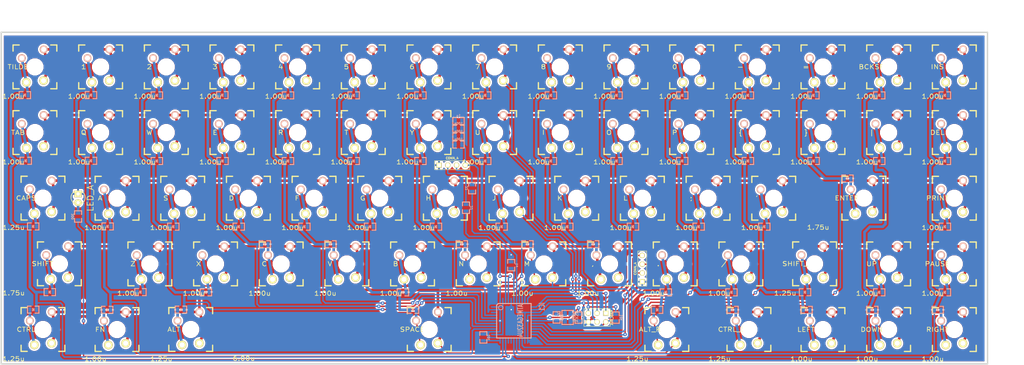
<source format=kicad_pcb>
(kicad_pcb (version 3) (host pcbnew "(2013-03-31 BZR 4008)-stable")
  (layers (15 Front signal) (0 Back signal) (18 B.Paste user) (19 F.Paste user) (20 B.SilkS user) (21 F.SilkS user) (22 B.Mask user) (23 F.Mask user) (28 Edge.Cuts user))
  (net 0 "")
  (net 1 /COL0)
  (net 2 /COL1)
  (net 3 /COL10)
  (net 4 /COL11)
  (net 5 /COL12)
  (net 6 /COL13)
  (net 7 /COL14)
  (net 8 /COL2)
  (net 9 /COL3)
  (net 10 /COL4)
  (net 11 /COL5)
  (net 12 /COL6)
  (net 13 /COL7)
  (net 14 /COL8)
  (net 15 /COL9)
  (net 16 /D+)
  (net 17 /D-)
  (net 18 /HWB)
  (net 19 /LED_A)
  (net 20 /MISO)
  (net 21 /MOSI)
  (net 22 /ROW0)
  (net 23 /ROW1)
  (net 24 /ROW2)
  (net 25 /ROW3)
  (net 26 /ROW4)
  (net 27 /RST)
  (net 28 /SCK)
  (net 29 /SCL)
  (net 30 /SDA)
  (net 31 /UCap)
  (net 32 /XTAL1)
  (net 33 /XTAL2)
  (net 34 GND)
  (net 35 N-000001)
  (net 36 N-0000010)
  (net 37 N-00000100)
  (net 38 N-0000011)
  (net 39 N-0000012)
  (net 40 N-0000013)
  (net 41 N-0000014)
  (net 42 N-0000015)
  (net 43 N-0000016)
  (net 44 N-0000017)
  (net 45 N-000002)
  (net 46 N-0000025)
  (net 47 N-0000026)
  (net 48 N-0000027)
  (net 49 N-0000028)
  (net 50 N-0000029)
  (net 51 N-000003)
  (net 52 N-0000030)
  (net 53 N-0000031)
  (net 54 N-0000032)
  (net 55 N-0000033)
  (net 56 N-000004)
  (net 57 N-000005)
  (net 58 N-0000054)
  (net 59 N-000006)
  (net 60 N-0000060)
  (net 61 N-0000061)
  (net 62 N-0000062)
  (net 63 N-0000063)
  (net 64 N-0000064)
  (net 65 N-0000065)
  (net 66 N-0000066)
  (net 67 N-0000067)
  (net 68 N-0000068)
  (net 69 N-0000069)
  (net 70 N-000007)
  (net 71 N-0000070)
  (net 72 N-0000071)
  (net 73 N-0000072)
  (net 74 N-0000073)
  (net 75 N-0000074)
  (net 76 N-0000075)
  (net 77 N-0000076)
  (net 78 N-0000077)
  (net 79 N-0000078)
  (net 80 N-0000079)
  (net 81 N-000008)
  (net 82 N-0000080)
  (net 83 N-0000081)
  (net 84 N-0000082)
  (net 85 N-0000083)
  (net 86 N-0000084)
  (net 87 N-0000085)
  (net 88 N-0000086)
  (net 89 N-0000087)
  (net 90 N-0000088)
  (net 91 N-0000089)
  (net 92 N-000009)
  (net 93 N-0000090)
  (net 94 N-0000091)
  (net 95 N-0000092)
  (net 96 N-0000093)
  (net 97 N-0000094)
  (net 98 N-0000095)
  (net 99 N-0000096)
  (net 100 N-0000097)
  (net 101 N-0000098)
  (net 102 N-0000099)
  (net 103 VCC)
  (module LED_3MM (layer Front) (at 174.4472 205.9432 90)
    (fp_text reference L1 hide)
    (fp_text value LED_A (at 0 3.556 90) (layer F.SilkS) (effects (font (size 1.778 1.778) (thickness 0.2032))))
    (pad 1 thru_hole oval (at -1.27 0 90) (size 1.905 2.159) (drill 0.9906) (layers *.Cu F.Paste F.SilkS F.Mask) (net 37 N-00000100))
    (pad 2 thru_hole rect (at 1.27 0 90) (size 1.905 2.159) (drill 0.9906) (layers *.Cu F.Paste F.SilkS F.Mask) (net 34 GND))
  )
  (module SMD0805 (layer Back) (at 288.7472 202.9968 270)
    (fp_text reference R1 hide)
    (fp_text value 22 (at 0 1.5748 270) (layer B.SilkS) (effects (font (size 0.635 0.635) (thickness 0.127)) (justify mirror)))
    (pad 1 smd rect (at -0.9525 0 270) (size 0.889 1.397) (layers Back B.Paste B.Mask) (net 17 /D-))
    (pad 2 smd rect (at 0.9525 0 270) (size 0.889 1.397) (layers Back B.Paste B.Mask) (net 17 /D-))
  )
  (module FR_100H (layer Front) (at 152.4 158.3055)
    (fp_text reference FR_100H hide)
    (fp_text value 1.00u (at 3.2766 18.0848) (layer F.SilkS) (effects (font (size 1.27 1.524) (thickness 0.2032))))
  )
  (module FR_100H (layer Front) (at 171.45 158.3055)
    (fp_text reference FR_100H hide)
    (fp_text value 1.00u (at 3.2766 18.0848) (layer F.SilkS) (effects (font (size 1.27 1.524) (thickness 0.2032))))
  )
  (module FR_100H (layer Front) (at 190.5 158.3055)
    (fp_text reference FR_100H hide)
    (fp_text value 1.00u (at 3.2766 18.0848) (layer F.SilkS) (effects (font (size 1.27 1.524) (thickness 0.2032))))
  )
  (module FR_100H (layer Front) (at 209.55 158.3055)
    (fp_text reference FR_100H hide)
    (fp_text value 1.00u (at 3.2766 18.0848) (layer F.SilkS) (effects (font (size 1.27 1.524) (thickness 0.2032))))
  )
  (module FR_100H (layer Front) (at 228.6 158.3055)
    (fp_text reference FR_100H hide)
    (fp_text value 1.00u (at 3.2766 18.0848) (layer F.SilkS) (effects (font (size 1.27 1.524) (thickness 0.2032))))
  )
  (module FR_100H (layer Front) (at 247.65 158.3055)
    (fp_text reference FR_100H hide)
    (fp_text value 1.00u (at 3.2766 18.0848) (layer F.SilkS) (effects (font (size 1.27 1.524) (thickness 0.2032))))
  )
  (module FR_100H (layer Front) (at 266.7 158.3055)
    (fp_text reference FR_100H hide)
    (fp_text value 1.00u (at 3.2766 18.0848) (layer F.SilkS) (effects (font (size 1.27 1.524) (thickness 0.2032))))
  )
  (module FR_100H (layer Front) (at 285.75 158.3055)
    (fp_text reference FR_100H hide)
    (fp_text value 1.00u (at 3.2766 18.0848) (layer F.SilkS) (effects (font (size 1.27 1.524) (thickness 0.2032))))
  )
  (module FR_100H (layer Front) (at 304.8 158.3055)
    (fp_text reference FR_100H hide)
    (fp_text value 1.00u (at 3.2766 18.0848) (layer F.SilkS) (effects (font (size 1.27 1.524) (thickness 0.2032))))
  )
  (module FR_100H (layer Front) (at 323.85 158.3055)
    (fp_text reference FR_100H hide)
    (fp_text value 1.00u (at 3.2766 18.0848) (layer F.SilkS) (effects (font (size 1.27 1.524) (thickness 0.2032))))
  )
  (module FR_100H (layer Front) (at 342.9 158.3055)
    (fp_text reference FR_100H hide)
    (fp_text value 1.00u (at 3.2766 18.0848) (layer F.SilkS) (effects (font (size 1.27 1.524) (thickness 0.2032))))
  )
  (module FR_100H (layer Front) (at 361.95 158.3055)
    (fp_text reference FR_100H hide)
    (fp_text value 1.00u (at 3.2766 18.0848) (layer F.SilkS) (effects (font (size 1.27 1.524) (thickness 0.2032))))
  )
  (module FR_100H (layer Front) (at 381 158.3055)
    (fp_text reference FR_100H hide)
    (fp_text value 1.00u (at 3.2766 18.0848) (layer F.SilkS) (effects (font (size 1.27 1.524) (thickness 0.2032))))
  )
  (module FR_100H (layer Front) (at 400.05 158.3055)
    (fp_text reference FR_100H hide)
    (fp_text value 1.00u (at 3.2766 18.0848) (layer F.SilkS) (effects (font (size 1.27 1.524) (thickness 0.2032))))
  )
  (module FR_100H (layer Front) (at 419.1 158.3055)
    (fp_text reference FR_100H hide)
    (fp_text value 1.00u (at 3.2766 18.0848) (layer F.SilkS) (effects (font (size 1.27 1.524) (thickness 0.2032))))
  )
  (module FR_100H (layer Front) (at 152.4 177.3555)
    (fp_text reference FR_100H hide)
    (fp_text value 1.00u (at 3.2766 18.0848) (layer F.SilkS) (effects (font (size 1.27 1.524) (thickness 0.2032))))
  )
  (module FR_100H (layer Front) (at 171.45 177.3555)
    (fp_text reference FR_100H hide)
    (fp_text value 1.00u (at 3.2766 18.0848) (layer F.SilkS) (effects (font (size 1.27 1.524) (thickness 0.2032))))
  )
  (module FR_100H (layer Front) (at 190.5 177.3555)
    (fp_text reference FR_100H hide)
    (fp_text value 1.00u (at 3.2766 18.0848) (layer F.SilkS) (effects (font (size 1.27 1.524) (thickness 0.2032))))
  )
  (module FR_100H (layer Front) (at 209.55 177.3555)
    (fp_text reference FR_100H hide)
    (fp_text value 1.00u (at 3.2766 18.0848) (layer F.SilkS) (effects (font (size 1.27 1.524) (thickness 0.2032))))
  )
  (module FR_100H (layer Front) (at 228.6 177.3555)
    (fp_text reference FR_100H hide)
    (fp_text value 1.00u (at 3.2766 18.0848) (layer F.SilkS) (effects (font (size 1.27 1.524) (thickness 0.2032))))
  )
  (module FR_100H (layer Front) (at 247.65 177.3555)
    (fp_text reference FR_100H hide)
    (fp_text value 1.00u (at 3.2766 18.0848) (layer F.SilkS) (effects (font (size 1.27 1.524) (thickness 0.2032))))
  )
  (module FR_100H (layer Front) (at 266.7 177.3555)
    (fp_text reference FR_100H hide)
    (fp_text value 1.00u (at 3.2766 18.0848) (layer F.SilkS) (effects (font (size 1.27 1.524) (thickness 0.2032))))
  )
  (module FR_100H (layer Front) (at 285.75 177.3555)
    (fp_text reference FR_100H hide)
    (fp_text value 1.00u (at 3.2766 18.0848) (layer F.SilkS) (effects (font (size 1.27 1.524) (thickness 0.2032))))
  )
  (module FR_100H (layer Front) (at 304.8 177.3555)
    (fp_text reference FR_100H hide)
    (fp_text value 1.00u (at 3.2766 18.0848) (layer F.SilkS) (effects (font (size 1.27 1.524) (thickness 0.2032))))
  )
  (module FR_100H (layer Front) (at 323.85 177.3555)
    (fp_text reference FR_100H hide)
    (fp_text value 1.00u (at 3.2766 18.0848) (layer F.SilkS) (effects (font (size 1.27 1.524) (thickness 0.2032))))
  )
  (module FR_100H (layer Front) (at 342.9 177.3555)
    (fp_text reference FR_100H hide)
    (fp_text value 1.00u (at 3.2766 18.0848) (layer F.SilkS) (effects (font (size 1.27 1.524) (thickness 0.2032))))
  )
  (module FR_100H (layer Front) (at 361.95 177.3555)
    (fp_text reference FR_100H hide)
    (fp_text value 1.00u (at 3.2766 18.0848) (layer F.SilkS) (effects (font (size 1.27 1.524) (thickness 0.2032))))
  )
  (module FR_100H (layer Front) (at 381 177.3555)
    (fp_text reference FR_100H hide)
    (fp_text value 1.00u (at 3.2766 18.0848) (layer F.SilkS) (effects (font (size 1.27 1.524) (thickness 0.2032))))
  )
  (module FR_100H (layer Front) (at 400.05 177.3555)
    (fp_text reference FR_100H hide)
    (fp_text value 1.00u (at 3.2766 18.0848) (layer F.SilkS) (effects (font (size 1.27 1.524) (thickness 0.2032))))
  )
  (module FR_100H (layer Front) (at 419.1 177.3555)
    (fp_text reference FR_100H hide)
    (fp_text value 1.00u (at 3.2766 18.0848) (layer F.SilkS) (effects (font (size 1.27 1.524) (thickness 0.2032))))
  )
  (module FR_100H (layer Front) (at 176.2125 196.4055)
    (fp_text reference FR_100H hide)
    (fp_text value 1.00u (at 3.2766 18.0848) (layer F.SilkS) (effects (font (size 1.27 1.524) (thickness 0.2032))))
  )
  (module FR_100H (layer Front) (at 195.2625 196.4055)
    (fp_text reference FR_100H hide)
    (fp_text value 1.00u (at 3.2766 18.0848) (layer F.SilkS) (effects (font (size 1.27 1.524) (thickness 0.2032))))
  )
  (module FR_125H (layer Front) (at 152.4 196.4055)
    (fp_text reference FR_125H hide)
    (fp_text value 1.25u (at 3.3274 18.0467) (layer F.SilkS) (effects (font (size 1.27 1.524) (thickness 0.2032))))
  )
  (module FR_100H (layer Front) (at 214.3125 196.4055)
    (fp_text reference FR_100H hide)
    (fp_text value 1.00u (at 3.2766 18.0848) (layer F.SilkS) (effects (font (size 1.27 1.524) (thickness 0.2032))))
  )
  (module FR_100H (layer Front) (at 233.3625 196.4055)
    (fp_text reference FR_100H hide)
    (fp_text value 1.00u (at 3.2766 18.0848) (layer F.SilkS) (effects (font (size 1.27 1.524) (thickness 0.2032))))
  )
  (module FR_100H (layer Front) (at 252.4125 196.4055)
    (fp_text reference FR_100H hide)
    (fp_text value 1.00u (at 3.2766 18.0848) (layer F.SilkS) (effects (font (size 1.27 1.524) (thickness 0.2032))))
  )
  (module FR_100H (layer Front) (at 271.4625 196.4055)
    (fp_text reference FR_100H hide)
    (fp_text value 1.00u (at 3.2766 18.0848) (layer F.SilkS) (effects (font (size 1.27 1.524) (thickness 0.2032))))
  )
  (module FR_100H (layer Front) (at 290.5125 196.4055)
    (fp_text reference FR_100H hide)
    (fp_text value 1.00u (at 3.2766 18.0848) (layer F.SilkS) (effects (font (size 1.27 1.524) (thickness 0.2032))))
  )
  (module FR_100H (layer Front) (at 309.5625 196.4055)
    (fp_text reference FR_100H hide)
    (fp_text value 1.00u (at 3.2766 18.0848) (layer F.SilkS) (effects (font (size 1.27 1.524) (thickness 0.2032))))
  )
  (module FR_100H (layer Front) (at 328.6125 196.4055)
    (fp_text reference FR_100H hide)
    (fp_text value 1.00u (at 3.2766 18.0848) (layer F.SilkS) (effects (font (size 1.27 1.524) (thickness 0.2032))))
  )
  (module FR_100H (layer Front) (at 347.6625 196.4055)
    (fp_text reference FR_100H hide)
    (fp_text value 1.00u (at 3.2766 18.0848) (layer F.SilkS) (effects (font (size 1.27 1.524) (thickness 0.2032))))
  )
  (module FR_100H (layer Front) (at 366.7125 196.4055)
    (fp_text reference FR_100H hide)
    (fp_text value 1.00u (at 3.2766 18.0848) (layer F.SilkS) (effects (font (size 1.27 1.524) (thickness 0.2032))))
  )
  (module FR_175H (layer Front) (at 385.7625 196.4055)
    (fp_text reference FR_175H hide)
    (fp_text value 1.75u (at 3.3655 17.9832) (layer F.SilkS) (effects (font (size 1.27 1.524) (thickness 0.2032))))
  )
  (module FR_100H (layer Front) (at 419.1 196.4055)
    (fp_text reference FR_100H hide)
    (fp_text value 1.00u (at 3.2766 18.0848) (layer F.SilkS) (effects (font (size 1.27 1.524) (thickness 0.2032))))
  )
  (module FR_175H (layer Front) (at 152.4 215.4555)
    (fp_text reference FR_175H hide)
    (fp_text value 1.75u (at 3.3655 17.9832) (layer F.SilkS) (effects (font (size 1.27 1.524) (thickness 0.2032))))
  )
  (module FR_100H (layer Front) (at 185.7375 215.4555)
    (fp_text reference FR_100H hide)
    (fp_text value 1.00u (at 3.2766 18.0848) (layer F.SilkS) (effects (font (size 1.27 1.524) (thickness 0.2032))))
  )
  (module FR_100H (layer Front) (at 204.7875 215.4555)
    (fp_text reference FR_100H hide)
    (fp_text value 1.00u (at 3.2766 18.0848) (layer F.SilkS) (effects (font (size 1.27 1.524) (thickness 0.2032))))
  )
  (module FR_100H (layer Front) (at 223.8375 215.4555)
    (fp_text reference FR_100H hide)
    (fp_text value 1.00u (at 3.2766 18.0848) (layer F.SilkS) (effects (font (size 1.27 1.524) (thickness 0.2032))))
  )
  (module FR_100H (layer Front) (at 242.8875 215.4555)
    (fp_text reference FR_100H hide)
    (fp_text value 1.00u (at 3.2766 18.0848) (layer F.SilkS) (effects (font (size 1.27 1.524) (thickness 0.2032))))
  )
  (module FR_100H (layer Front) (at 261.9375 215.4555)
    (fp_text reference FR_100H hide)
    (fp_text value 1.00u (at 3.2766 18.0848) (layer F.SilkS) (effects (font (size 1.27 1.524) (thickness 0.2032))))
  )
  (module FR_100H (layer Front) (at 280.9875 215.4555)
    (fp_text reference FR_100H hide)
    (fp_text value 1.00u (at 3.2766 18.0848) (layer F.SilkS) (effects (font (size 1.27 1.524) (thickness 0.2032))))
  )
  (module FR_100H (layer Front) (at 300.0375 215.4555)
    (fp_text reference FR_100H hide)
    (fp_text value 1.00u (at 3.2766 18.0848) (layer F.SilkS) (effects (font (size 1.27 1.524) (thickness 0.2032))))
  )
  (module FR_100H (layer Front) (at 319.0875 215.4555)
    (fp_text reference FR_100H hide)
    (fp_text value 1.00u (at 3.2766 18.0848) (layer F.SilkS) (effects (font (size 1.27 1.524) (thickness 0.2032))))
  )
  (module FR_100H (layer Front) (at 338.1375 215.4555)
    (fp_text reference FR_100H hide)
    (fp_text value 1.00u (at 3.2766 18.0848) (layer F.SilkS) (effects (font (size 1.27 1.524) (thickness 0.2032))))
  )
  (module FR_100H (layer Front) (at 357.1875 215.4555)
    (fp_text reference FR_100H hide)
    (fp_text value 1.00u (at 3.2766 18.0848) (layer F.SilkS) (effects (font (size 1.27 1.524) (thickness 0.2032))))
  )
  (module FR_125H (layer Front) (at 376.2375 215.4555)
    (fp_text reference FR_125H hide)
    (fp_text value 1.25u (at 3.3274 18.0467) (layer F.SilkS) (effects (font (size 1.27 1.524) (thickness 0.2032))))
  )
  (module FR_100H (layer Front) (at 400.05 215.4555)
    (fp_text reference FR_100H hide)
    (fp_text value 1.00u (at 3.2766 18.0848) (layer F.SilkS) (effects (font (size 1.27 1.524) (thickness 0.2032))))
  )
  (module FR_100H (layer Front) (at 419.1 215.4555)
    (fp_text reference FR_100H hide)
    (fp_text value 1.00u (at 3.2766 18.0848) (layer F.SilkS) (effects (font (size 1.27 1.524) (thickness 0.2032))))
  )
  (module FR_125H (layer Front) (at 152.4 234.5055)
    (fp_text reference FR_125H hide)
    (fp_text value 1.25u (at 3.3274 18.0467) (layer F.SilkS) (effects (font (size 1.27 1.524) (thickness 0.2032))))
  )
  (module FR_100H (layer Front) (at 176.2125 234.5055)
    (fp_text reference FR_100H hide)
    (fp_text value 1.00u (at 3.2766 18.0848) (layer F.SilkS) (effects (font (size 1.27 1.524) (thickness 0.2032))))
  )
  (module FR_125H (layer Front) (at 195.2625 234.5055)
    (fp_text reference FR_125H hide)
    (fp_text value 1.25u (at 3.3274 18.0467) (layer F.SilkS) (effects (font (size 1.27 1.524) (thickness 0.2032))))
  )
  (module FR_125H (layer Front) (at 333.375 234.5055)
    (fp_text reference FR_125H hide)
    (fp_text value 1.25u (at 3.3274 18.0467) (layer F.SilkS) (effects (font (size 1.27 1.524) (thickness 0.2032))))
  )
  (module FR_125H (layer Front) (at 357.1875 234.5055)
    (fp_text reference FR_125H hide)
    (fp_text value 1.25u (at 3.3274 18.0467) (layer F.SilkS) (effects (font (size 1.27 1.524) (thickness 0.2032))))
  )
  (module FR_100H (layer Front) (at 381 234.5055)
    (fp_text reference FR_100H hide)
    (fp_text value 1.00u (at 3.2766 18.0848) (layer F.SilkS) (effects (font (size 1.27 1.524) (thickness 0.2032))))
  )
  (module FR_100H (layer Front) (at 400.05 234.5055)
    (fp_text reference FR_100H hide)
    (fp_text value 1.00u (at 3.2766 18.0848) (layer F.SilkS) (effects (font (size 1.27 1.524) (thickness 0.2032))))
  )
  (module FR_100H (layer Front) (at 419.1 234.5055)
    (fp_text reference FR_100H hide)
    (fp_text value 1.00u (at 3.2766 18.0848) (layer F.SilkS) (effects (font (size 1.27 1.524) (thickness 0.2032))))
  )
  (module FR_600H (layer Front) (at 219.075 234.5055)
    (fp_text reference FR_600H hide)
    (fp_text value 6.00u (at 3.44932 17.89938) (layer F.SilkS) (effects (font (size 1.27 1.524) (thickness 0.2032))))
  )
  (module SMD0805D (layer Back) (at 247.65 219.2655 180)
    (fp_text reference D23 hide)
    (fp_text value D hide)
    (pad 1 smd rect (at -0.9525 0 180) (size 0.889 1.397) (layers Back B.Paste B.Mask) (net 102 N-0000099))
    (pad 2 smd rect (at 0.9525 0 180) (size 0.889 1.397) (layers Back B.Paste B.Mask) (net 10 /COL4))
  )
  (module SMD0805D (layer Back) (at 354.457 214.1855 180)
    (fp_text reference D48 hide)
    (fp_text value D hide)
    (pad 1 smd rect (at -0.9525 0 180) (size 0.889 1.397) (layers Back B.Paste B.Mask) (net 77 N-0000076))
    (pad 2 smd rect (at 0.9525 0 180) (size 0.889 1.397) (layers Back B.Paste B.Mask) (net 3 /COL10))
  )
  (module SMD0805D (layer Back) (at 161.417 214.122 180)
    (fp_text reference D3 hide)
    (fp_text value D hide)
    (pad 1 smd rect (at -0.9525 0 180) (size 0.889 1.397) (layers Back B.Paste B.Mask) (net 53 N-0000031))
    (pad 2 smd rect (at 0.9525 0 180) (size 0.889 1.397) (layers Back B.Paste B.Mask) (net 1 /COL0))
  )
  (module SMD0805D (layer Back) (at 159.258 195.072 180)
    (fp_text reference D2 hide)
    (fp_text value D hide)
    (pad 1 smd rect (at -0.9525 0 180) (size 0.889 1.397) (layers Back B.Paste B.Mask) (net 52 N-0000030))
    (pad 2 smd rect (at 0.9525 0 180) (size 0.889 1.397) (layers Back B.Paste B.Mask) (net 1 /COL0))
  )
  (module SMD0805D (layer Back) (at 166.243 233.172 180)
    (fp_text reference D4 hide)
    (fp_text value D hide)
    (pad 1 smd rect (at -0.9525 0 180) (size 0.889 1.397) (layers Back B.Paste B.Mask) (net 54 N-0000032))
    (pad 2 smd rect (at 0.9525 0 180) (size 0.889 1.397) (layers Back B.Paste B.Mask) (net 1 /COL0))
  )
  (module SMD0805D (layer Back) (at 406.8445 195.1355 180)
    (fp_text reference D60 hide)
    (fp_text value D hide)
    (pad 1 smd rect (at -0.9525 0 180) (size 0.889 1.397) (layers Back B.Paste B.Mask) (net 45 N-000002))
    (pad 2 smd rect (at 0.9525 0 180) (size 0.889 1.397) (layers Back B.Paste B.Mask) (net 6 /COL13))
  )
  (module SMD0805D (layer Back) (at 368.7445 176.0855 180)
    (fp_text reference D51 hide)
    (fp_text value D hide)
    (pad 1 smd rect (at -0.9525 0 180) (size 0.889 1.397) (layers Back B.Paste B.Mask) (net 92 N-000009))
    (pad 2 smd rect (at 0.9525 0 180) (size 0.889 1.397) (layers Back B.Paste B.Mask) (net 4 /COL11))
  )
  (module SMD0805D (layer Back) (at 235.331 176.0855 180)
    (fp_text reference D20 hide)
    (fp_text value D hide)
    (pad 1 smd rect (at -0.9525 0 180) (size 0.889 1.397) (layers Back B.Paste B.Mask) (net 89 N-0000087))
    (pad 2 smd rect (at 0.9525 0 180) (size 0.889 1.397) (layers Back B.Paste B.Mask) (net 10 /COL4))
  )
  (module SMD0805D (layer Back) (at 285.75 219.2655 180)
    (fp_text reference D32 hide)
    (fp_text value D hide)
    (pad 1 smd rect (at -0.9525 0 180) (size 0.889 1.397) (layers Back B.Paste B.Mask) (net 69 N-0000069))
    (pad 2 smd rect (at 0.9525 0 180) (size 0.889 1.397) (layers Back B.Paste B.Mask) (net 12 /COL6))
  )
  (module SMD0805D (layer Back) (at 183.007 214.122 180)
    (fp_text reference D8 hide)
    (fp_text value D hide)
    (pad 1 smd rect (at -0.9525 0 180) (size 0.889 1.397) (layers Back B.Paste B.Mask) (net 48 N-0000027))
    (pad 2 smd rect (at 0.9525 0 180) (size 0.889 1.397) (layers Back B.Paste B.Mask) (net 2 /COL1))
  )
  (module SMD0805D (layer Back) (at 254.381 195.1355 180)
    (fp_text reference D25 hide)
    (fp_text value D hide)
    (pad 1 smd rect (at -0.9525 0 180) (size 0.889 1.397) (layers Back B.Paste B.Mask) (net 100 N-0000097))
    (pad 2 smd rect (at 0.9525 0 180) (size 0.889 1.397) (layers Back B.Paste B.Mask) (net 11 /COL5))
  )
  (module SMD0805D (layer Back) (at 259.1435 214.1855 180)
    (fp_text reference D26 hide)
    (fp_text value D hide)
    (pad 1 smd rect (at -0.9525 0 180) (size 0.889 1.397) (layers Back B.Paste B.Mask) (net 101 N-0000098))
    (pad 2 smd rect (at 0.9525 0 180) (size 0.889 1.397) (layers Back B.Paste B.Mask) (net 11 /COL5))
  )
  (module SMD0805D (layer Back) (at 216.281 176.022 180)
    (fp_text reference D16 hide)
    (fp_text value D hide)
    (pad 1 smd rect (at -0.9525 0 180) (size 0.889 1.397) (layers Back B.Paste B.Mask) (net 87 N-0000085))
    (pad 2 smd rect (at 0.9525 0 180) (size 0.889 1.397) (layers Back B.Paste B.Mask) (net 9 /COL3))
  )
  (module SMD0805D (layer Back) (at 197.2945 176.0855 180)
    (fp_text reference D11 hide)
    (fp_text value D hide)
    (pad 1 smd rect (at -0.9525 0 180) (size 0.889 1.397) (layers Back B.Paste B.Mask) (net 91 N-0000089))
    (pad 2 smd rect (at 0.9525 0 180) (size 0.889 1.397) (layers Back B.Paste B.Mask) (net 8 /COL2))
  )
  (module SMD0805D (layer Back) (at 240.0935 214.1855 180)
    (fp_text reference D22 hide)
    (fp_text value D hide)
    (pad 1 smd rect (at -0.9525 0 180) (size 0.889 1.397) (layers Back B.Paste B.Mask) (net 85 N-0000083))
    (pad 2 smd rect (at 0.9525 0 180) (size 0.889 1.397) (layers Back B.Paste B.Mask) (net 10 /COL4))
  )
  (module SMD0805D (layer Back) (at 235.331 195.1355 180)
    (fp_text reference D21 hide)
    (fp_text value D hide)
    (pad 1 smd rect (at -0.9525 0 180) (size 0.889 1.397) (layers Back B.Paste B.Mask) (net 84 N-0000082))
    (pad 2 smd rect (at 0.9525 0 180) (size 0.889 1.397) (layers Back B.Paste B.Mask) (net 10 /COL4))
  )
  (module SMD0805D (layer Back) (at 228.6 219.2655 180)
    (fp_text reference D19 hide)
    (fp_text value D hide)
    (pad 1 smd rect (at -0.9525 0 180) (size 0.889 1.397) (layers Back B.Paste B.Mask) (net 86 N-0000084))
    (pad 2 smd rect (at 0.9525 0 180) (size 0.889 1.397) (layers Back B.Paste B.Mask) (net 9 /COL3))
  )
  (module SMD0805D (layer Back) (at 197.2945 195.1355 180)
    (fp_text reference D12 hide)
    (fp_text value D hide)
    (pad 1 smd rect (at -0.9525 0 180) (size 0.889 1.397) (layers Back B.Paste B.Mask) (net 93 N-0000090))
    (pad 2 smd rect (at 0.9525 0 180) (size 0.889 1.397) (layers Back B.Paste B.Mask) (net 8 /COL2))
  )
  (module SMD0805D (layer Back) (at 204.2795 238.252)
    (fp_text reference D15 hide)
    (fp_text value D hide)
    (pad 1 smd rect (at -0.9525 0) (size 0.889 1.397) (layers Back B.Paste B.Mask) (net 38 N-0000011))
    (pad 2 smd rect (at 0.9525 0) (size 0.889 1.397) (layers Back B.Paste B.Mask) (net 8 /COL2))
  )
  (module SMD0805D (layer Back) (at 373.507 214.1855 180)
    (fp_text reference D53 hide)
    (fp_text value D hide)
    (pad 1 smd rect (at -0.9525 0 180) (size 0.889 1.397) (layers Back B.Paste B.Mask) (net 73 N-0000072))
    (pad 2 smd rect (at 0.9525 0 180) (size 0.889 1.397) (layers Back B.Paste B.Mask) (net 4 /COL11))
  )
  (module SMD0805D (layer Back) (at 425.8945 195.1355 180)
    (fp_text reference D64 hide)
    (fp_text value D hide)
    (pad 1 smd rect (at -0.9525 0 180) (size 0.889 1.397) (layers Back B.Paste B.Mask) (net 44 N-0000017))
    (pad 2 smd rect (at 0.9525 0 180) (size 0.889 1.397) (layers Back B.Paste B.Mask) (net 7 /COL14))
  )
  (module SMD0805D (layer Back) (at 425.8945 233.2355 180)
    (fp_text reference D66 hide)
    (fp_text value D hide)
    (pad 1 smd rect (at -0.9525 0 180) (size 0.889 1.397) (layers Back B.Paste B.Mask) (net 41 N-0000014))
    (pad 2 smd rect (at 0.9525 0 180) (size 0.889 1.397) (layers Back B.Paste B.Mask) (net 7 /COL14))
  )
  (module SMD0805D (layer Back) (at 425.8945 214.1855 180)
    (fp_text reference D65 hide)
    (fp_text value D hide)
    (pad 1 smd rect (at -0.9525 0 180) (size 0.889 1.397) (layers Back B.Paste B.Mask) (net 40 N-0000013))
    (pad 2 smd rect (at 0.9525 0 180) (size 0.889 1.397) (layers Back B.Paste B.Mask) (net 7 /COL14))
  )
  (module SMD0805D (layer Back) (at 425.8945 176.0855 180)
    (fp_text reference D63 hide)
    (fp_text value D hide)
    (pad 1 smd rect (at -0.9525 0 180) (size 0.889 1.397) (layers Back B.Paste B.Mask) (net 43 N-0000016))
    (pad 2 smd rect (at 0.9525 0 180) (size 0.889 1.397) (layers Back B.Paste B.Mask) (net 7 /COL14))
  )
  (module SMD0805D (layer Back) (at 423.799 238.3155 180)
    (fp_text reference D67 hide)
    (fp_text value D hide)
    (pad 1 smd rect (at -0.9525 0 180) (size 0.889 1.397) (layers Back B.Paste B.Mask) (net 42 N-0000015))
    (pad 2 smd rect (at 0.9525 0 180) (size 0.889 1.397) (layers Back B.Paste B.Mask) (net 7 /COL14))
  )
  (module SMD0805D (layer Back) (at 192.532 233.172 180)
    (fp_text reference D9 hide)
    (fp_text value D hide)
    (pad 1 smd rect (at -0.9525 0 180) (size 0.889 1.397) (layers Back B.Paste B.Mask) (net 58 N-0000054))
    (pad 2 smd rect (at 0.9525 0 180) (size 0.889 1.397) (layers Back B.Paste B.Mask) (net 2 /COL1))
  )
  (module SMD0805D (layer Back) (at 304.8 219.2655 180)
    (fp_text reference D36 hide)
    (fp_text value D hide)
    (pad 1 smd rect (at -0.9525 0 180) (size 0.889 1.397) (layers Back B.Paste B.Mask) (net 60 N-0000060))
    (pad 2 smd rect (at 0.9525 0 180) (size 0.889 1.397) (layers Back B.Paste B.Mask) (net 13 /COL7))
  )
  (module SMD0805D (layer Back) (at 202.057 214.1855 180)
    (fp_text reference D13 hide)
    (fp_text value D hide)
    (pad 1 smd rect (at -0.9525 0 180) (size 0.889 1.397) (layers Back B.Paste B.Mask) (net 94 N-0000091))
    (pad 2 smd rect (at 0.9525 0 180) (size 0.889 1.397) (layers Back B.Paste B.Mask) (net 8 /COL2))
  )
  (module SMD0805D (layer Back) (at 159.004 176.022 180)
    (fp_text reference D1 hide)
    (fp_text value D hide)
    (pad 1 smd rect (at -0.9525 0 180) (size 0.889 1.397) (layers Back B.Paste B.Mask) (net 50 N-0000029))
    (pad 2 smd rect (at 0.9525 0 180) (size 0.889 1.397) (layers Back B.Paste B.Mask) (net 1 /COL0))
  )
  (module SMD0805D (layer Back) (at 178.181 176.022 180)
    (fp_text reference D6 hide)
    (fp_text value D hide)
    (pad 1 smd rect (at -0.9525 0 180) (size 0.889 1.397) (layers Back B.Paste B.Mask) (net 46 N-0000025))
    (pad 2 smd rect (at 0.9525 0 180) (size 0.889 1.397) (layers Back B.Paste B.Mask) (net 2 /COL1))
  )
  (module SMD0805D (layer Back) (at 221.0435 214.1855 180)
    (fp_text reference D18 hide)
    (fp_text value D hide)
    (pad 1 smd rect (at -0.9525 0 180) (size 0.889 1.397) (layers Back B.Paste B.Mask) (net 83 N-0000081))
    (pad 2 smd rect (at 0.9525 0 180) (size 0.889 1.397) (layers Back B.Paste B.Mask) (net 9 /COL3))
  )
  (module SMD0805D (layer Back) (at 216.3445 195.1355 180)
    (fp_text reference D17 hide)
    (fp_text value D hide)
    (pad 1 smd rect (at -0.9525 0 180) (size 0.889 1.397) (layers Back B.Paste B.Mask) (net 88 N-0000086))
    (pad 2 smd rect (at 0.9525 0 180) (size 0.889 1.397) (layers Back B.Paste B.Mask) (net 9 /COL3))
  )
  (module SMD0805D (layer Back) (at 211.5185 233.2355 180)
    (fp_text reference D14 hide)
    (fp_text value D hide)
    (pad 1 smd rect (at -0.9525 0 180) (size 0.889 1.397) (layers Back B.Paste B.Mask) (net 90 N-0000088))
    (pad 2 smd rect (at 0.9525 0 180) (size 0.889 1.397) (layers Back B.Paste B.Mask) (net 8 /COL2))
  )
  (module SMD0805D (layer Back) (at 178.181 195.072 180)
    (fp_text reference D7 hide)
    (fp_text value D hide)
    (pad 1 smd rect (at -0.9525 0 180) (size 0.889 1.397) (layers Back B.Paste B.Mask) (net 47 N-0000026))
    (pad 2 smd rect (at 0.9525 0 180) (size 0.889 1.397) (layers Back B.Paste B.Mask) (net 2 /COL1))
  )
  (module SMD0805D (layer Back) (at 335.407 214.1855 180)
    (fp_text reference D43 hide)
    (fp_text value D hide)
    (pad 1 smd rect (at -0.9525 0 180) (size 0.889 1.397) (layers Back B.Paste B.Mask) (net 61 N-0000061))
    (pad 2 smd rect (at 0.9525 0 180) (size 0.889 1.397) (layers Back B.Paste B.Mask) (net 15 /COL9))
  )
  (module SMD0805D (layer Back) (at 349.6945 176.0855 180)
    (fp_text reference D46 hide)
    (fp_text value D hide)
    (pad 1 smd rect (at -0.9525 0 180) (size 0.889 1.397) (layers Back B.Paste B.Mask) (net 76 N-0000075))
    (pad 2 smd rect (at 0.9525 0 180) (size 0.889 1.397) (layers Back B.Paste B.Mask) (net 3 /COL10))
  )
  (module SMD0805D (layer Back) (at 349.6818 195.1228 180)
    (fp_text reference D47 hide)
    (fp_text value D hide)
    (pad 1 smd rect (at -0.9525 0 180) (size 0.889 1.397) (layers Back B.Paste B.Mask) (net 72 N-0000071))
    (pad 2 smd rect (at 0.9525 0 180) (size 0.889 1.397) (layers Back B.Paste B.Mask) (net 3 /COL10))
  )
  (module SMD0805D (layer Back) (at 342.392 238.3155)
    (fp_text reference D45 hide)
    (fp_text value D hide)
    (pad 1 smd rect (at -0.9525 0) (size 0.889 1.397) (layers Back B.Paste B.Mask) (net 79 N-0000078))
    (pad 2 smd rect (at 0.9525 0) (size 0.889 1.397) (layers Back B.Paste B.Mask) (net 15 /COL9))
  )
  (module SMD0805D (layer Back) (at 364.2868 238.3028 180)
    (fp_text reference D50 hide)
    (fp_text value D hide)
    (pad 1 smd rect (at -0.9525 0 180) (size 0.889 1.397) (layers Back B.Paste B.Mask) (net 75 N-0000074))
    (pad 2 smd rect (at 0.9525 0 180) (size 0.889 1.397) (layers Back B.Paste B.Mask) (net 3 /COL10))
  )
  (module SMD0805D (layer Back) (at 387.8072 195.1228 180)
    (fp_text reference D57 hide)
    (fp_text value D hide)
    (pad 1 smd rect (at -0.9525 0 180) (size 0.889 1.397) (layers Back B.Paste B.Mask) (net 70 N-000007))
    (pad 2 smd rect (at 0.9525 0 180) (size 0.889 1.397) (layers Back B.Paste B.Mask) (net 5 /COL12))
  )
  (module SMD0805D (layer Back) (at 385.7625 238.3155 180)
    (fp_text reference D55 hide)
    (fp_text value D hide)
    (pad 1 smd rect (at -0.9525 0 180) (size 0.889 1.397) (layers Back B.Paste B.Mask) (net 81 N-000008))
    (pad 2 smd rect (at 0.9525 0 180) (size 0.889 1.397) (layers Back B.Paste B.Mask) (net 4 /COL11))
  )
  (module SMD0805D (layer Back) (at 344.932 233.2355 180)
    (fp_text reference D44 hide)
    (fp_text value D hide)
    (pad 1 smd rect (at -0.9525 0 180) (size 0.889 1.397) (layers Back B.Paste B.Mask) (net 78 N-0000077))
    (pad 2 smd rect (at 0.9525 0 180) (size 0.889 1.397) (layers Back B.Paste B.Mask) (net 15 /COL9))
  )
  (module SMD0805D (layer Back) (at 330.6445 195.1355 180)
    (fp_text reference D42 hide)
    (fp_text value D hide)
    (pad 1 smd rect (at -0.9525 0 180) (size 0.889 1.397) (layers Back B.Paste B.Mask) (net 82 N-0000080))
    (pad 2 smd rect (at 0.9525 0 180) (size 0.889 1.397) (layers Back B.Paste B.Mask) (net 15 /COL9))
  )
  (module SMD0805D (layer Back) (at 406.8318 233.2228 180)
    (fp_text reference D61 hide)
    (fp_text value D hide)
    (pad 1 smd rect (at -0.9525 0 180) (size 0.889 1.397) (layers Back B.Paste B.Mask) (net 56 N-000004))
    (pad 2 smd rect (at 0.9525 0 180) (size 0.889 1.397) (layers Back B.Paste B.Mask) (net 6 /COL13))
  )
  (module SMD0805D (layer Back) (at 330.6445 176.0855 180)
    (fp_text reference D41 hide)
    (fp_text value D hide)
    (pad 1 smd rect (at -0.9525 0 180) (size 0.889 1.397) (layers Back B.Paste B.Mask) (net 80 N-0000079))
    (pad 2 smd rect (at 0.9525 0 180) (size 0.889 1.397) (layers Back B.Paste B.Mask) (net 15 /COL9))
  )
  (module SMD0805D (layer Back) (at 406.8445 176.0855 180)
    (fp_text reference D59 hide)
    (fp_text value D hide)
    (pad 1 smd rect (at -0.9525 0 180) (size 0.889 1.397) (layers Back B.Paste B.Mask) (net 35 N-000001))
    (pad 2 smd rect (at 0.9525 0 180) (size 0.889 1.397) (layers Back B.Paste B.Mask) (net 6 /COL13))
  )
  (module SMD0805D (layer Back) (at 161.417 238.252)
    (fp_text reference D5 hide)
    (fp_text value D hide)
    (pad 1 smd rect (at -0.9525 0) (size 0.889 1.397) (layers Back B.Paste B.Mask) (net 55 N-0000033))
    (pad 2 smd rect (at 0.9525 0) (size 0.889 1.397) (layers Back B.Paste B.Mask) (net 1 /COL0))
  )
  (module SMD0805D (layer Back) (at 397.637 200.2155 180)
    (fp_text reference D58 hide)
    (fp_text value D hide)
    (pad 1 smd rect (at -0.9525 0 180) (size 0.889 1.397) (layers Back B.Paste B.Mask) (net 51 N-000003))
    (pad 2 smd rect (at 0.9525 0 180) (size 0.889 1.397) (layers Back B.Paste B.Mask) (net 5 /COL12))
  )
  (module SMD0805D (layer Back) (at 182.88 238.3028)
    (fp_text reference D10 hide)
    (fp_text value D hide)
    (pad 1 smd rect (at -0.9525 0) (size 0.889 1.397) (layers Back B.Paste B.Mask) (net 49 N-0000028))
    (pad 2 smd rect (at 0.9525 0) (size 0.889 1.397) (layers Back B.Paste B.Mask) (net 2 /COL1))
  )
  (module SMD0805D (layer Back) (at 363.982 233.2355 180)
    (fp_text reference D49 hide)
    (fp_text value D hide)
    (pad 1 smd rect (at -0.9525 0 180) (size 0.889 1.397) (layers Back B.Paste B.Mask) (net 74 N-0000073))
    (pad 2 smd rect (at 0.9525 0 180) (size 0.889 1.397) (layers Back B.Paste B.Mask) (net 3 /COL10))
  )
  (module SMD0805D (layer Back) (at 385.318 233.1974 180)
    (fp_text reference D54 hide)
    (fp_text value D hide)
    (pad 1 smd rect (at -0.9525 0 180) (size 0.889 1.397) (layers Back B.Paste B.Mask) (net 39 N-0000012))
    (pad 2 smd rect (at 0.9525 0 180) (size 0.889 1.397) (layers Back B.Paste B.Mask) (net 4 /COL11))
  )
  (module SMD0805D (layer Back) (at 404.8252 238.3028 180)
    (fp_text reference D62 hide)
    (fp_text value D hide)
    (pad 1 smd rect (at -0.9525 0 180) (size 0.889 1.397) (layers Back B.Paste B.Mask) (net 57 N-000005))
    (pad 2 smd rect (at 0.9525 0 180) (size 0.889 1.397) (layers Back B.Paste B.Mask) (net 6 /COL13))
  )
  (module SMD0805D (layer Back) (at 268.6685 233.2355 180)
    (fp_text reference D27 hide)
    (fp_text value D hide)
    (pad 1 smd rect (at -0.9525 0 180) (size 0.889 1.397) (layers Back B.Paste B.Mask) (net 98 N-0000095))
    (pad 2 smd rect (at 0.9525 0 180) (size 0.889 1.397) (layers Back B.Paste B.Mask) (net 11 /COL5))
  )
  (module SMD0805D (layer Back) (at 387.7564 176.0855 180)
    (fp_text reference D56 hide)
    (fp_text value D hide)
    (pad 1 smd rect (at -0.9525 0 180) (size 0.889 1.397) (layers Back B.Paste B.Mask) (net 59 N-000006))
    (pad 2 smd rect (at 0.9525 0 180) (size 0.889 1.397) (layers Back B.Paste B.Mask) (net 5 /COL12))
  )
  (module SMD0805D (layer Back) (at 368.7572 195.1228 180)
    (fp_text reference D52 hide)
    (fp_text value D hide)
    (pad 1 smd rect (at -0.9525 0 180) (size 0.889 1.397) (layers Back B.Paste B.Mask) (net 36 N-0000010))
    (pad 2 smd rect (at 0.9525 0 180) (size 0.889 1.397) (layers Back B.Paste B.Mask) (net 4 /COL11))
  )
  (module SMD0805D (layer Back) (at 254.381 176.0855 180)
    (fp_text reference D24 hide)
    (fp_text value D hide)
    (pad 1 smd rect (at -0.9525 0 180) (size 0.889 1.397) (layers Back B.Paste B.Mask) (net 99 N-0000096))
    (pad 2 smd rect (at 0.9525 0 180) (size 0.889 1.397) (layers Back B.Paste B.Mask) (net 11 /COL5))
  )
  (module SMD0805D (layer Back) (at 271.5895 238.3155 180)
    (fp_text reference D28 hide)
    (fp_text value D hide)
    (pad 1 smd rect (at -0.9525 0 180) (size 0.889 1.397) (layers Back B.Paste B.Mask) (net 71 N-0000070))
    (pad 2 smd rect (at 0.9525 0 180) (size 0.889 1.397) (layers Back B.Paste B.Mask) (net 11 /COL5))
  )
  (module SMD0805D (layer Back) (at 273.7485 195.1355 180)
    (fp_text reference D30 hide)
    (fp_text value D hide)
    (pad 1 smd rect (at -0.9525 0 180) (size 0.889 1.397) (layers Back B.Paste B.Mask) (net 96 N-0000093))
    (pad 2 smd rect (at 0.9525 0 180) (size 0.889 1.397) (layers Back B.Paste B.Mask) (net 12 /COL6))
  )
  (module SMD0805D (layer Back) (at 273.7485 176.0855 180)
    (fp_text reference D29 hide)
    (fp_text value D hide)
    (pad 1 smd rect (at -0.9525 0 180) (size 0.889 1.397) (layers Back B.Paste B.Mask) (net 95 N-0000092))
    (pad 2 smd rect (at 0.9525 0 180) (size 0.889 1.397) (layers Back B.Paste B.Mask) (net 12 /COL6))
  )
  (module SMD0805D (layer Back) (at 278.257 214.1855 180)
    (fp_text reference D31 hide)
    (fp_text value D hide)
    (pad 1 smd rect (at -0.9525 0 180) (size 0.889 1.397) (layers Back B.Paste B.Mask) (net 97 N-0000094))
    (pad 2 smd rect (at 0.9525 0 180) (size 0.889 1.397) (layers Back B.Paste B.Mask) (net 12 /COL6))
  )
  (module SMD0805D (layer Back) (at 323.85 219.2655 180)
    (fp_text reference D40 hide)
    (fp_text value D hide)
    (pad 1 smd rect (at -0.9525 0 180) (size 0.889 1.397) (layers Back B.Paste B.Mask) (net 62 N-0000062))
    (pad 2 smd rect (at 0.9525 0 180) (size 0.889 1.397) (layers Back B.Paste B.Mask) (net 14 /COL8))
  )
  (module SMD0805D (layer Back) (at 311.5945 195.1355 180)
    (fp_text reference D38 hide)
    (fp_text value D hide)
    (pad 1 smd rect (at -0.9525 0 180) (size 0.889 1.397) (layers Back B.Paste B.Mask) (net 64 N-0000064))
    (pad 2 smd rect (at 0.9525 0 180) (size 0.889 1.397) (layers Back B.Paste B.Mask) (net 14 /COL8))
  )
  (module SMD0805D (layer Back) (at 316.357 214.1855 180)
    (fp_text reference D39 hide)
    (fp_text value D hide)
    (pad 1 smd rect (at -0.9525 0 180) (size 0.889 1.397) (layers Back B.Paste B.Mask) (net 65 N-0000065))
    (pad 2 smd rect (at 0.9525 0 180) (size 0.889 1.397) (layers Back B.Paste B.Mask) (net 14 /COL8))
  )
  (module SMD0805D (layer Back) (at 311.5945 176.0855 180)
    (fp_text reference D37 hide)
    (fp_text value D hide)
    (pad 1 smd rect (at -0.9525 0 180) (size 0.889 1.397) (layers Back B.Paste B.Mask) (net 63 N-0000063))
    (pad 2 smd rect (at 0.9525 0 180) (size 0.889 1.397) (layers Back B.Paste B.Mask) (net 14 /COL8))
  )
  (module SMD0805D (layer Back) (at 292.5445 176.0855 180)
    (fp_text reference D33 hide)
    (fp_text value D hide)
    (pad 1 smd rect (at -0.9525 0 180) (size 0.889 1.397) (layers Back B.Paste B.Mask) (net 66 N-0000066))
    (pad 2 smd rect (at 0.9525 0 180) (size 0.889 1.397) (layers Back B.Paste B.Mask) (net 13 /COL7))
  )
  (module SMD0805D (layer Back) (at 297.307 214.1855 180)
    (fp_text reference D35 hide)
    (fp_text value D hide)
    (pad 1 smd rect (at -0.9525 0 180) (size 0.889 1.397) (layers Back B.Paste B.Mask) (net 68 N-0000068))
    (pad 2 smd rect (at 0.9525 0 180) (size 0.889 1.397) (layers Back B.Paste B.Mask) (net 13 /COL7))
  )
  (module SMD0805D (layer Back) (at 292.5445 195.1355 180)
    (fp_text reference D34 hide)
    (fp_text value D hide)
    (pad 1 smd rect (at -0.9525 0 180) (size 0.889 1.397) (layers Back B.Paste B.Mask) (net 67 N-0000067))
    (pad 2 smd rect (at 0.9525 0 180) (size 0.889 1.397) (layers Back B.Paste B.Mask) (net 13 /COL7))
  )
  (module SMD0805 (layer Back) (at 286.9692 208.6864 90)
    (fp_text reference R2 hide)
    (fp_text value 22 (at 0 1.5748 90) (layer B.SilkS) (effects (font (size 0.635 0.635) (thickness 0.127)) (justify mirror)))
    (pad 1 smd rect (at -0.9525 0 90) (size 0.889 1.397) (layers Back B.Paste B.Mask) (net 16 /D+))
    (pad 2 smd rect (at 0.9525 0 90) (size 0.889 1.397) (layers Back B.Paste B.Mask) (net 16 /D+))
  )
  (module SMD0805 (layer Back) (at 291.9984 246.3038 90)
    (fp_text reference R3 hide)
    (fp_text value 10k (at 0 1.5748 90) (layer B.SilkS) (effects (font (size 0.635 0.635) (thickness 0.127)) (justify mirror)))
    (pad 1 smd rect (at -0.9525 0 90) (size 0.889 1.397) (layers Back B.Paste B.Mask) (net 18 /HWB))
    (pad 2 smd rect (at 0.9525 0 90) (size 0.889 1.397) (layers Back B.Paste B.Mask) (net 34 GND))
  )
  (module SMD0805 (layer Back) (at 300.0756 225.3488 90)
    (fp_text reference C3 hide)
    (fp_text value 1u (at 0 1.5748 90) (layer B.SilkS) (effects (font (size 0.635 0.635) (thickness 0.127)) (justify mirror)))
    (pad 1 smd rect (at -0.9525 0 90) (size 0.889 1.397) (layers Back B.Paste B.Mask) (net 31 /UCap))
    (pad 2 smd rect (at 0.9525 0 90) (size 0.889 1.397) (layers Back B.Paste B.Mask) (net 34 GND))
  )
  (module SMD0805 (layer Back) (at 319.6336 240.5634 270)
    (fp_text reference C1 hide)
    (fp_text value 22p (at 0 1.5748 270) (layer B.SilkS) (effects (font (size 0.635 0.635) (thickness 0.127)) (justify mirror)))
    (pad 1 smd rect (at -0.9525 0 270) (size 0.889 1.397) (layers Back B.Paste B.Mask) (net 33 /XTAL2))
    (pad 2 smd rect (at 0.9525 0 270) (size 0.889 1.397) (layers Back B.Paste B.Mask) (net 34 GND))
  )
  (module SMD0805 (layer Back) (at 313.2582 240.5126 90)
    (fp_text reference C2 hide)
    (fp_text value 22p (at 0 1.5748 90) (layer B.SilkS) (effects (font (size 0.635 0.635) (thickness 0.127)) (justify mirror)))
    (pad 1 smd rect (at -0.9525 0 90) (size 0.889 1.397) (layers Back B.Paste B.Mask) (net 32 /XTAL1))
    (pad 2 smd rect (at 0.9525 0 90) (size 0.889 1.397) (layers Back B.Paste B.Mask) (net 34 GND))
  )
  (module SMD0805 (layer Back) (at 330.4032 240.5634 90)
    (fp_text reference R4 hide)
    (fp_text value 10k (at 0 1.5748 90) (layer B.SilkS) (effects (font (size 0.635 0.635) (thickness 0.127)) (justify mirror)))
    (pad 1 smd rect (at -0.9525 0 90) (size 0.889 1.397) (layers Back B.Paste B.Mask) (net 103 VCC))
    (pad 2 smd rect (at 0.9525 0 90) (size 0.889 1.397) (layers Back B.Paste B.Mask) (net 27 /RST))
  )
  (module ASX3F (layer Back) (at 316.4586 240.5126 270)
    (fp_text reference X1 (at -0.635 2.54 270) (layer B.SilkS) (effects (font (size 0.9 0.9)) (justify mirror)))
    (fp_text value ASX4 (at -0.254 -2.667 270) (layer B.SilkS) (effects (font (size 0.9 0.9)) (justify mirror)))
    (pad 4 smd rect (at -1.09982 0.8001 270) (size 1.39954 1.15062) (layers Back B.Paste B.Mask) (net 34 GND))
    (pad 3 smd rect (at 1.09982 0.8001 270) (size 1.39954 1.15062) (layers Back B.Paste B.Mask) (net 32 /XTAL1))
    (pad 1 smd rect (at -1.09982 -0.8001 270) (size 1.39954 1.15062) (layers Back B.Paste B.Mask) (net 33 /XTAL2))
    (pad 2 smd rect (at 1.09982 -0.8001 270) (size 1.39954 1.15062) (layers Back B.Paste B.Mask) (net 34 GND))
  )
  (module SMD0805 (layer Back) (at 284.7975 183.515 180)
    (fp_text reference C4 hide)
    (fp_text value 1u (at 0 1.5748 180) (layer B.SilkS) (effects (font (size 0.635 0.635) (thickness 0.127)) (justify mirror)))
    (pad 1 smd rect (at -0.9525 0 180) (size 0.889 1.397) (layers Back B.Paste B.Mask) (net 103 VCC))
    (pad 2 smd rect (at 0.9525 0 180) (size 0.889 1.397) (layers Back B.Paste B.Mask) (net 34 GND))
  )
  (module SMD0805 (layer Back) (at 284.7975 185.801 180)
    (fp_text reference C5 hide)
    (fp_text value 100n (at 0 1.5748 180) (layer B.SilkS) (effects (font (size 0.635 0.635) (thickness 0.127)) (justify mirror)))
    (pad 1 smd rect (at -0.9525 0 180) (size 0.889 1.397) (layers Back B.Paste B.Mask) (net 103 VCC))
    (pad 2 smd rect (at 0.9525 0 180) (size 0.889 1.397) (layers Back B.Paste B.Mask) (net 34 GND))
  )
  (module SMD0805 (layer Back) (at 284.7975 188.087 180)
    (fp_text reference C6 hide)
    (fp_text value 100n (at 0 1.5748 180) (layer B.SilkS) (effects (font (size 0.635 0.635) (thickness 0.127)) (justify mirror)))
    (pad 1 smd rect (at -0.9525 0 180) (size 0.889 1.397) (layers Back B.Paste B.Mask) (net 103 VCC))
    (pad 2 smd rect (at 0.9525 0 180) (size 0.889 1.397) (layers Back B.Paste B.Mask) (net 34 GND))
  )
  (module SMD0805 (layer Back) (at 284.7975 190.373 180)
    (fp_text reference C7 hide)
    (fp_text value 100n (at 0 1.5748 180) (layer B.SilkS) (effects (font (size 0.635 0.635) (thickness 0.127)) (justify mirror)))
    (pad 1 smd rect (at -0.9525 0 180) (size 0.889 1.397) (layers Back B.Paste B.Mask) (net 103 VCC))
    (pad 2 smd rect (at 0.9525 0 180) (size 0.889 1.397) (layers Back B.Paste B.Mask) (net 34 GND))
  )
  (module SMD0805 (layer Back) (at 174.4472 211.2264 270)
    (fp_text reference R5 hide)
    (fp_text value 300 (at 0 1.5748 270) (layer B.SilkS) (effects (font (size 0.635 0.635) (thickness 0.127)) (justify mirror)))
    (pad 1 smd rect (at -0.9525 0 270) (size 0.889 1.397) (layers Back B.Paste B.Mask) (net 37 N-00000100))
    (pad 2 smd rect (at 0.9525 0 270) (size 0.889 1.397) (layers Back B.Paste B.Mask) (net 19 /LED_A))
  )
  (module pinHeader-4x1 (layer Front) (at 282.956 196.342)
    (fp_text reference P1 hide)
    (fp_text value CONN_4 (at 0 -2.032) (layer F.SilkS) (effects (font (size 0.63246 0.63246) (thickness 0.15748))))
    (pad 1 thru_hole rect (at -3.81 0) (size 1.524 1.524) (drill 1.016) (layers *.Cu *.Mask F.SilkS) (net 34 GND))
    (pad 2 thru_hole circle (at -1.27 0) (size 1.524 1.524) (drill 1.016) (layers *.Cu *.Mask F.SilkS) (net 16 /D+))
    (pad 4 thru_hole circle (at 3.81 0) (size 1.524 1.524) (drill 1.016) (layers *.Cu *.Mask F.SilkS) (net 103 VCC))
    (pad 3 thru_hole circle (at 1.27 0) (size 1.524 1.524) (drill 1.016) (layers *.Cu *.Mask F.SilkS) (net 17 /D-))
  )
  (module AVR_ICSP (layer Front) (at 325.0184 240.538 270)
    (fp_text reference K1 hide)
    (fp_text value AVR_ICSP (at 0 -4.318 270) (layer F.SilkS) (effects (font (size 0.63246 0.63246) (thickness 0.15748))))
    (pad 6 thru_hole circle (at 1.27 2.54 270) (size 1.524 1.524) (drill 1.016) (layers *.Cu *.Mask F.SilkS) (net 34 GND))
    (pad 4 thru_hole circle (at 1.27254 0.0254 270) (size 1.524 1.524) (drill 1.016) (layers *.Cu *.Mask F.SilkS) (net 21 /MOSI))
    (pad 2 thru_hole oval (at 1.27254 -2.5146 270) (size 1.524 1.524) (drill 1.016) (layers *.Cu *.Mask F.SilkS) (net 103 VCC))
    (pad 1 thru_hole rect (at -1.26746 -2.5146 270) (size 1.524 1.524) (drill 1.016) (layers *.Cu *.Mask F.SilkS) (net 20 /MISO))
    (pad 3 thru_hole circle (at -1.26746 0.0254 180) (size 1.524 1.524) (drill 1.016) (layers *.Cu *.Mask F.SilkS) (net 28 /SCK))
    (pad 5 thru_hole circle (at -1.26746 2.5654 270) (size 1.524 1.524) (drill 1.016) (layers *.Cu *.Mask F.SilkS) (net 27 /RST))
  )
  (module CHERRY_ALPS (layer Front) (at 280.9875 205.9305)
    (fp_text reference SW31 hide)
    (fp_text value H (at -4.9149 0) (layer F.SilkS) (effects (font (size 1.27 1.524) (thickness 0.2032))))
    (pad 1 thru_hole circle (at 2.54 -5.08) (size 2.286 2.286) (drill 1.4986) (layers *.Cu *.SilkS *.Mask) (net 24 /ROW2))
    (pad 2 thru_hole circle (at -3.81 -2.54) (size 2.286 2.286) (drill 1.4986) (layers *.Cu *.SilkS *.Mask) (net 97 N-0000094))
    (pad HOLE np_thru_hole circle (at 0 0) (size 3.9878 3.9878) (drill 3.9878) (layers *.Cu))
    (pad 2 thru_hole circle (at -2.5 4.4746 180) (size 2.5 2.5) (drill 1.501139) (layers *.Cu *.Mask F.SilkS) (net 97 N-0000094))
    (pad 1 thru_hole circle (at 2.5 3.9746 180) (size 2.49936 2.49936) (drill 1.501139) (layers *.Cu *.Mask F.SilkS) (net 24 /ROW2))
  )
  (module CHERRY_ALPS (layer Front) (at 276.225 167.8305)
    (fp_text reference SW29 hide)
    (fp_text value 6 (at -4.9149 0) (layer F.SilkS) (effects (font (size 1.27 1.524) (thickness 0.2032))))
    (pad 1 thru_hole circle (at 2.54 -5.08) (size 2.286 2.286) (drill 1.4986) (layers *.Cu *.SilkS *.Mask) (net 26 /ROW4))
    (pad 2 thru_hole circle (at -3.81 -2.54) (size 2.286 2.286) (drill 1.4986) (layers *.Cu *.SilkS *.Mask) (net 95 N-0000092))
    (pad HOLE np_thru_hole circle (at 0 0) (size 3.9878 3.9878) (drill 3.9878) (layers *.Cu))
    (pad 2 thru_hole circle (at -2.5 4.4746 180) (size 2.5 2.5) (drill 1.501139) (layers *.Cu *.Mask F.SilkS) (net 95 N-0000092))
    (pad 1 thru_hole circle (at 2.5 3.9746 180) (size 2.49936 2.49936) (drill 1.501139) (layers *.Cu *.Mask F.SilkS) (net 26 /ROW4))
  )
  (module CHERRY_ALPS (layer Front) (at 390.525 167.8305)
    (fp_text reference SW56 hide)
    (fp_text value = (at -4.9149 0) (layer F.SilkS) (effects (font (size 1.27 1.524) (thickness 0.2032))))
    (pad 1 thru_hole circle (at 2.54 -5.08) (size 2.286 2.286) (drill 1.4986) (layers *.Cu *.SilkS *.Mask) (net 26 /ROW4))
    (pad 2 thru_hole circle (at -3.81 -2.54) (size 2.286 2.286) (drill 1.4986) (layers *.Cu *.SilkS *.Mask) (net 59 N-000006))
    (pad HOLE np_thru_hole circle (at 0 0) (size 3.9878 3.9878) (drill 3.9878) (layers *.Cu))
    (pad 2 thru_hole circle (at -2.5 4.4746 180) (size 2.5 2.5) (drill 1.501139) (layers *.Cu *.Mask F.SilkS) (net 59 N-000006))
    (pad 1 thru_hole circle (at 2.5 3.9746 180) (size 2.49936 2.49936) (drill 1.501139) (layers *.Cu *.Mask F.SilkS) (net 26 /ROW4))
  )
  (module CHERRY_ALPS (layer Front) (at 295.275 186.8805)
    (fp_text reference SW34 hide)
    (fp_text value U (at -4.9149 0) (layer F.SilkS) (effects (font (size 1.27 1.524) (thickness 0.2032))))
    (pad 1 thru_hole circle (at 2.54 -5.08) (size 2.286 2.286) (drill 1.4986) (layers *.Cu *.SilkS *.Mask) (net 25 /ROW3))
    (pad 2 thru_hole circle (at -3.81 -2.54) (size 2.286 2.286) (drill 1.4986) (layers *.Cu *.SilkS *.Mask) (net 67 N-0000067))
    (pad HOLE np_thru_hole circle (at 0 0) (size 3.9878 3.9878) (drill 3.9878) (layers *.Cu))
    (pad 2 thru_hole circle (at -2.5 4.4746 180) (size 2.5 2.5) (drill 1.501139) (layers *.Cu *.Mask F.SilkS) (net 67 N-0000067))
    (pad 1 thru_hole circle (at 2.5 3.9746 180) (size 2.49936 2.49936) (drill 1.501139) (layers *.Cu *.Mask F.SilkS) (net 25 /ROW3))
  )
  (module CHERRY_ALPS (layer Front) (at 314.325 186.8805)
    (fp_text reference SW38 hide)
    (fp_text value I (at -4.9149 0) (layer F.SilkS) (effects (font (size 1.27 1.524) (thickness 0.2032))))
    (pad 1 thru_hole circle (at 2.54 -5.08) (size 2.286 2.286) (drill 1.4986) (layers *.Cu *.SilkS *.Mask) (net 25 /ROW3))
    (pad 2 thru_hole circle (at -3.81 -2.54) (size 2.286 2.286) (drill 1.4986) (layers *.Cu *.SilkS *.Mask) (net 64 N-0000064))
    (pad HOLE np_thru_hole circle (at 0 0) (size 3.9878 3.9878) (drill 3.9878) (layers *.Cu))
    (pad 2 thru_hole circle (at -2.5 4.4746 180) (size 2.5 2.5) (drill 1.501139) (layers *.Cu *.Mask F.SilkS) (net 64 N-0000064))
    (pad 1 thru_hole circle (at 2.5 3.9746 180) (size 2.49936 2.49936) (drill 1.501139) (layers *.Cu *.Mask F.SilkS) (net 25 /ROW3))
  )
  (module CHERRY_ALPS (layer Front) (at 333.375 186.8805)
    (fp_text reference SW42 hide)
    (fp_text value O (at -4.9149 0) (layer F.SilkS) (effects (font (size 1.27 1.524) (thickness 0.2032))))
    (pad 1 thru_hole circle (at 2.54 -5.08) (size 2.286 2.286) (drill 1.4986) (layers *.Cu *.SilkS *.Mask) (net 25 /ROW3))
    (pad 2 thru_hole circle (at -3.81 -2.54) (size 2.286 2.286) (drill 1.4986) (layers *.Cu *.SilkS *.Mask) (net 82 N-0000080))
    (pad HOLE np_thru_hole circle (at 0 0) (size 3.9878 3.9878) (drill 3.9878) (layers *.Cu))
    (pad 2 thru_hole circle (at -2.5 4.4746 180) (size 2.5 2.5) (drill 1.501139) (layers *.Cu *.Mask F.SilkS) (net 82 N-0000080))
    (pad 1 thru_hole circle (at 2.5 3.9746 180) (size 2.49936 2.49936) (drill 1.501139) (layers *.Cu *.Mask F.SilkS) (net 25 /ROW3))
  )
  (module CHERRY_ALPS (layer Front) (at 352.425 167.8305)
    (fp_text reference SW46 hide)
    (fp_text value 0 (at -4.9149 0) (layer F.SilkS) (effects (font (size 1.27 1.524) (thickness 0.2032))))
    (pad 1 thru_hole circle (at 2.54 -5.08) (size 2.286 2.286) (drill 1.4986) (layers *.Cu *.SilkS *.Mask) (net 26 /ROW4))
    (pad 2 thru_hole circle (at -3.81 -2.54) (size 2.286 2.286) (drill 1.4986) (layers *.Cu *.SilkS *.Mask) (net 76 N-0000075))
    (pad HOLE np_thru_hole circle (at 0 0) (size 3.9878 3.9878) (drill 3.9878) (layers *.Cu))
    (pad 2 thru_hole circle (at -2.5 4.4746 180) (size 2.5 2.5) (drill 1.501139) (layers *.Cu *.Mask F.SilkS) (net 76 N-0000075))
    (pad 1 thru_hole circle (at 2.5 3.9746 180) (size 2.49936 2.49936) (drill 1.501139) (layers *.Cu *.Mask F.SilkS) (net 26 /ROW4))
  )
  (module CHERRY_ALPS (layer Front) (at 214.3125 224.9805)
    (fp_text reference SW14 hide)
    (fp_text value X (at -4.9149 0) (layer F.SilkS) (effects (font (size 1.27 1.524) (thickness 0.2032))))
    (pad 1 thru_hole circle (at 2.54 -5.08) (size 2.286 2.286) (drill 1.4986) (layers *.Cu *.SilkS *.Mask) (net 23 /ROW1))
    (pad 2 thru_hole circle (at -3.81 -2.54) (size 2.286 2.286) (drill 1.4986) (layers *.Cu *.SilkS *.Mask) (net 90 N-0000088))
    (pad HOLE np_thru_hole circle (at 0 0) (size 3.9878 3.9878) (drill 3.9878) (layers *.Cu))
    (pad 2 thru_hole circle (at -2.5 4.4746 180) (size 2.5 2.5) (drill 1.501139) (layers *.Cu *.Mask F.SilkS) (net 90 N-0000088))
    (pad 1 thru_hole circle (at 2.5 3.9746 180) (size 2.49936 2.49936) (drill 1.501139) (layers *.Cu *.Mask F.SilkS) (net 23 /ROW1))
  )
  (module CHERRY_ALPS (layer Front) (at 164.25672 205.90256)
    (fp_text reference SW3 hide)
    (fp_text value CAPS (at -4.9149 0) (layer F.SilkS) (effects (font (size 1.27 1.524) (thickness 0.2032))))
    (pad 1 thru_hole circle (at 2.54 -5.08) (size 2.286 2.286) (drill 1.4986) (layers *.Cu *.SilkS *.Mask) (net 24 /ROW2))
    (pad 2 thru_hole circle (at -3.81 -2.54) (size 2.286 2.286) (drill 1.4986) (layers *.Cu *.SilkS *.Mask) (net 53 N-0000031))
    (pad HOLE np_thru_hole circle (at 0 0) (size 3.9878 3.9878) (drill 3.9878) (layers *.Cu))
    (pad 2 thru_hole circle (at -2.5 4.4746 180) (size 2.5 2.5) (drill 1.501139) (layers *.Cu *.Mask F.SilkS) (net 53 N-0000031))
    (pad 1 thru_hole circle (at 2.5 3.9746 180) (size 2.49936 2.49936) (drill 1.501139) (layers *.Cu *.Mask F.SilkS) (net 24 /ROW2))
  )
  (module CHERRY_ALPS (layer Front) (at 185.7375 205.9305)
    (fp_text reference SW8 hide)
    (fp_text value A (at -4.9149 0) (layer F.SilkS) (effects (font (size 1.27 1.524) (thickness 0.2032))))
    (pad 1 thru_hole circle (at 2.54 -5.08) (size 2.286 2.286) (drill 1.4986) (layers *.Cu *.SilkS *.Mask) (net 24 /ROW2))
    (pad 2 thru_hole circle (at -3.81 -2.54) (size 2.286 2.286) (drill 1.4986) (layers *.Cu *.SilkS *.Mask) (net 48 N-0000027))
    (pad HOLE np_thru_hole circle (at 0 0) (size 3.9878 3.9878) (drill 3.9878) (layers *.Cu))
    (pad 2 thru_hole circle (at -2.5 4.4746 180) (size 2.5 2.5) (drill 1.501139) (layers *.Cu *.Mask F.SilkS) (net 48 N-0000027))
    (pad 1 thru_hole circle (at 2.5 3.9746 180) (size 2.49936 2.49936) (drill 1.501139) (layers *.Cu *.Mask F.SilkS) (net 24 /ROW2))
  )
  (module CHERRY_ALPS (layer Front) (at 204.7875 205.9305)
    (fp_text reference SW13 hide)
    (fp_text value S (at -4.9149 0) (layer F.SilkS) (effects (font (size 1.27 1.524) (thickness 0.2032))))
    (pad 1 thru_hole circle (at 2.54 -5.08) (size 2.286 2.286) (drill 1.4986) (layers *.Cu *.SilkS *.Mask) (net 24 /ROW2))
    (pad 2 thru_hole circle (at -3.81 -2.54) (size 2.286 2.286) (drill 1.4986) (layers *.Cu *.SilkS *.Mask) (net 94 N-0000091))
    (pad HOLE np_thru_hole circle (at 0 0) (size 3.9878 3.9878) (drill 3.9878) (layers *.Cu))
    (pad 2 thru_hole circle (at -2.5 4.4746 180) (size 2.5 2.5) (drill 1.501139) (layers *.Cu *.Mask F.SilkS) (net 94 N-0000091))
    (pad 1 thru_hole circle (at 2.5 3.9746 180) (size 2.49936 2.49936) (drill 1.501139) (layers *.Cu *.Mask F.SilkS) (net 24 /ROW2))
  )
  (module CHERRY_ALPS (layer Front) (at 223.8375 205.9305)
    (fp_text reference SW18 hide)
    (fp_text value D (at -4.9149 0) (layer F.SilkS) (effects (font (size 1.27 1.524) (thickness 0.2032))))
    (pad 1 thru_hole circle (at 2.54 -5.08) (size 2.286 2.286) (drill 1.4986) (layers *.Cu *.SilkS *.Mask) (net 24 /ROW2))
    (pad 2 thru_hole circle (at -3.81 -2.54) (size 2.286 2.286) (drill 1.4986) (layers *.Cu *.SilkS *.Mask) (net 83 N-0000081))
    (pad HOLE np_thru_hole circle (at 0 0) (size 3.9878 3.9878) (drill 3.9878) (layers *.Cu))
    (pad 2 thru_hole circle (at -2.5 4.4746 180) (size 2.5 2.5) (drill 1.501139) (layers *.Cu *.Mask F.SilkS) (net 83 N-0000081))
    (pad 1 thru_hole circle (at 2.5 3.9746 180) (size 2.49936 2.49936) (drill 1.501139) (layers *.Cu *.Mask F.SilkS) (net 24 /ROW2))
  )
  (module CHERRY_ALPS (layer Front) (at 242.8875 205.9305)
    (fp_text reference SW22 hide)
    (fp_text value F (at -4.9149 0) (layer F.SilkS) (effects (font (size 1.27 1.524) (thickness 0.2032))))
    (pad 1 thru_hole circle (at 2.54 -5.08) (size 2.286 2.286) (drill 1.4986) (layers *.Cu *.SilkS *.Mask) (net 24 /ROW2))
    (pad 2 thru_hole circle (at -3.81 -2.54) (size 2.286 2.286) (drill 1.4986) (layers *.Cu *.SilkS *.Mask) (net 85 N-0000083))
    (pad HOLE np_thru_hole circle (at 0 0) (size 3.9878 3.9878) (drill 3.9878) (layers *.Cu))
    (pad 2 thru_hole circle (at -2.5 4.4746 180) (size 2.5 2.5) (drill 1.501139) (layers *.Cu *.Mask F.SilkS) (net 85 N-0000083))
    (pad 1 thru_hole circle (at 2.5 3.9746 180) (size 2.49936 2.49936) (drill 1.501139) (layers *.Cu *.Mask F.SilkS) (net 24 /ROW2))
  )
  (module CHERRY_ALPS (layer Front) (at 252.4125 224.9805)
    (fp_text reference SW23 hide)
    (fp_text value V (at -4.9149 0) (layer F.SilkS) (effects (font (size 1.27 1.524) (thickness 0.2032))))
    (pad 1 thru_hole circle (at 2.54 -5.08) (size 2.286 2.286) (drill 1.4986) (layers *.Cu *.SilkS *.Mask) (net 23 /ROW1))
    (pad 2 thru_hole circle (at -3.81 -2.54) (size 2.286 2.286) (drill 1.4986) (layers *.Cu *.SilkS *.Mask) (net 102 N-0000099))
    (pad HOLE np_thru_hole circle (at 0 0) (size 3.9878 3.9878) (drill 3.9878) (layers *.Cu))
    (pad 2 thru_hole circle (at -2.5 4.4746 180) (size 2.5 2.5) (drill 1.501139) (layers *.Cu *.Mask F.SilkS) (net 102 N-0000099))
    (pad 1 thru_hole circle (at 2.5 3.9746 180) (size 2.49936 2.49936) (drill 1.501139) (layers *.Cu *.Mask F.SilkS) (net 23 /ROW1))
  )
  (module CHERRY_ALPS (layer Front) (at 409.575 186.8805)
    (fp_text reference SW60 hide)
    (fp_text value | (at -4.9149 0) (layer F.SilkS) (effects (font (size 1.27 1.524) (thickness 0.2032))))
    (pad 1 thru_hole circle (at 2.54 -5.08) (size 2.286 2.286) (drill 1.4986) (layers *.Cu *.SilkS *.Mask) (net 25 /ROW3))
    (pad 2 thru_hole circle (at -3.81 -2.54) (size 2.286 2.286) (drill 1.4986) (layers *.Cu *.SilkS *.Mask) (net 45 N-000002))
    (pad HOLE np_thru_hole circle (at 0 0) (size 3.9878 3.9878) (drill 3.9878) (layers *.Cu))
    (pad 2 thru_hole circle (at -2.5 4.4746 180) (size 2.5 2.5) (drill 1.501139) (layers *.Cu *.Mask F.SilkS) (net 45 N-000002))
    (pad 1 thru_hole circle (at 2.5 3.9746 180) (size 2.49936 2.49936) (drill 1.501139) (layers *.Cu *.Mask F.SilkS) (net 25 /ROW3))
  )
  (module CHERRY_ALPS (layer Front) (at 233.3625 224.9805)
    (fp_text reference SW19 hide)
    (fp_text value C (at -4.9149 0) (layer F.SilkS) (effects (font (size 1.27 1.524) (thickness 0.2032))))
    (pad 1 thru_hole circle (at 2.54 -5.08) (size 2.286 2.286) (drill 1.4986) (layers *.Cu *.SilkS *.Mask) (net 23 /ROW1))
    (pad 2 thru_hole circle (at -3.81 -2.54) (size 2.286 2.286) (drill 1.4986) (layers *.Cu *.SilkS *.Mask) (net 86 N-0000084))
    (pad HOLE np_thru_hole circle (at 0 0) (size 3.9878 3.9878) (drill 3.9878) (layers *.Cu))
    (pad 2 thru_hole circle (at -2.5 4.4746 180) (size 2.5 2.5) (drill 1.501139) (layers *.Cu *.Mask F.SilkS) (net 86 N-0000084))
    (pad 1 thru_hole circle (at 2.5 3.9746 180) (size 2.49936 2.49936) (drill 1.501139) (layers *.Cu *.Mask F.SilkS) (net 23 /ROW1))
  )
  (module CHERRY_ALPS (layer Front) (at 390.525 244.0305)
    (fp_text reference SW55 hide)
    (fp_text value LEFT (at -4.9149 0) (layer F.SilkS) (effects (font (size 1.27 1.524) (thickness 0.2032))))
    (pad 1 thru_hole circle (at 2.54 -5.08) (size 2.286 2.286) (drill 1.4986) (layers *.Cu *.SilkS *.Mask) (net 22 /ROW0))
    (pad 2 thru_hole circle (at -3.81 -2.54) (size 2.286 2.286) (drill 1.4986) (layers *.Cu *.SilkS *.Mask) (net 81 N-000008))
    (pad HOLE np_thru_hole circle (at 0 0) (size 3.9878 3.9878) (drill 3.9878) (layers *.Cu))
    (pad 2 thru_hole circle (at -2.5 4.4746 180) (size 2.5 2.5) (drill 1.501139) (layers *.Cu *.Mask F.SilkS) (net 81 N-000008))
    (pad 1 thru_hole circle (at 2.5 3.9746 180) (size 2.49936 2.49936) (drill 1.501139) (layers *.Cu *.Mask F.SilkS) (net 22 /ROW0))
  )
  (module CHERRY_ALPS (layer Front) (at 261.9375 205.9305)
    (fp_text reference SW26 hide)
    (fp_text value G (at -4.9149 0) (layer F.SilkS) (effects (font (size 1.27 1.524) (thickness 0.2032))))
    (pad 1 thru_hole circle (at 2.54 -5.08) (size 2.286 2.286) (drill 1.4986) (layers *.Cu *.SilkS *.Mask) (net 24 /ROW2))
    (pad 2 thru_hole circle (at -3.81 -2.54) (size 2.286 2.286) (drill 1.4986) (layers *.Cu *.SilkS *.Mask) (net 101 N-0000098))
    (pad HOLE np_thru_hole circle (at 0 0) (size 3.9878 3.9878) (drill 3.9878) (layers *.Cu))
    (pad 2 thru_hole circle (at -2.5 4.4746 180) (size 2.5 2.5) (drill 1.501139) (layers *.Cu *.Mask F.SilkS) (net 101 N-0000098))
    (pad 1 thru_hole circle (at 2.5 3.9746 180) (size 2.49936 2.49936) (drill 1.501139) (layers *.Cu *.Mask F.SilkS) (net 24 /ROW2))
  )
  (module CHERRY_ALPS (layer Front) (at 409.575 167.8305)
    (fp_text reference SW59 hide)
    (fp_text value BCKSP (at -4.9149 0) (layer F.SilkS) (effects (font (size 1.27 1.524) (thickness 0.2032))))
    (pad 1 thru_hole circle (at 2.54 -5.08) (size 2.286 2.286) (drill 1.4986) (layers *.Cu *.SilkS *.Mask) (net 26 /ROW4))
    (pad 2 thru_hole circle (at -3.81 -2.54) (size 2.286 2.286) (drill 1.4986) (layers *.Cu *.SilkS *.Mask) (net 35 N-000001))
    (pad HOLE np_thru_hole circle (at 0 0) (size 3.9878 3.9878) (drill 3.9878) (layers *.Cu))
    (pad 2 thru_hole circle (at -2.5 4.4746 180) (size 2.5 2.5) (drill 1.501139) (layers *.Cu *.Mask F.SilkS) (net 35 N-000001))
    (pad 1 thru_hole circle (at 2.5 3.9746 180) (size 2.49936 2.49936) (drill 1.501139) (layers *.Cu *.Mask F.SilkS) (net 26 /ROW4))
  )
  (module CHERRY_ALPS (layer Front) (at 164.25672 244.00764)
    (fp_text reference SW5 hide)
    (fp_text value CTRL (at -4.9149 0) (layer F.SilkS) (effects (font (size 1.27 1.524) (thickness 0.2032))))
    (pad 1 thru_hole circle (at 2.54 -5.08) (size 2.286 2.286) (drill 1.4986) (layers *.Cu *.SilkS *.Mask) (net 22 /ROW0))
    (pad 2 thru_hole circle (at -3.81 -2.54) (size 2.286 2.286) (drill 1.4986) (layers *.Cu *.SilkS *.Mask) (net 55 N-0000033))
    (pad HOLE np_thru_hole circle (at 0 0) (size 3.9878 3.9878) (drill 3.9878) (layers *.Cu))
    (pad 2 thru_hole circle (at -2.5 4.4746 180) (size 2.5 2.5) (drill 1.501139) (layers *.Cu *.Mask F.SilkS) (net 55 N-0000033))
    (pad 1 thru_hole circle (at 2.5 3.9746 180) (size 2.49936 2.49936) (drill 1.501139) (layers *.Cu *.Mask F.SilkS) (net 22 /ROW0))
  )
  (module CHERRY_ALPS (layer Front) (at 402.38172 205.90764)
    (fp_text reference SW58 hide)
    (fp_text value ENTER (at -4.9149 0) (layer F.SilkS) (effects (font (size 1.27 1.524) (thickness 0.2032))))
    (pad 1 thru_hole circle (at 2.54 -5.08) (size 2.286 2.286) (drill 1.4986) (layers *.Cu *.SilkS *.Mask) (net 24 /ROW2))
    (pad 2 thru_hole circle (at -3.81 -2.54) (size 2.286 2.286) (drill 1.4986) (layers *.Cu *.SilkS *.Mask) (net 51 N-000003))
    (pad HOLE np_thru_hole circle (at 0 0) (size 3.9878 3.9878) (drill 3.9878) (layers *.Cu))
    (pad 2 thru_hole circle (at -2.5 4.4746 180) (size 2.5 2.5) (drill 1.501139) (layers *.Cu *.Mask F.SilkS) (net 51 N-000003))
    (pad 1 thru_hole circle (at 2.5 3.9746 180) (size 2.49936 2.49936) (drill 1.501139) (layers *.Cu *.Mask F.SilkS) (net 24 /ROW2))
  )
  (module CHERRY_ALPS (layer Front) (at 185.7375 244.0305)
    (fp_text reference SW10 hide)
    (fp_text value FN (at -4.9149 0) (layer F.SilkS) (effects (font (size 1.27 1.524) (thickness 0.2032))))
    (pad 1 thru_hole circle (at 2.54 -5.08) (size 2.286 2.286) (drill 1.4986) (layers *.Cu *.SilkS *.Mask) (net 22 /ROW0))
    (pad 2 thru_hole circle (at -3.81 -2.54) (size 2.286 2.286) (drill 1.4986) (layers *.Cu *.SilkS *.Mask) (net 49 N-0000028))
    (pad HOLE np_thru_hole circle (at 0 0) (size 3.9878 3.9878) (drill 3.9878) (layers *.Cu))
    (pad 2 thru_hole circle (at -2.5 4.4746 180) (size 2.5 2.5) (drill 1.501139) (layers *.Cu *.Mask F.SilkS) (net 49 N-0000028))
    (pad 1 thru_hole circle (at 2.5 3.9746 180) (size 2.49936 2.49936) (drill 1.501139) (layers *.Cu *.Mask F.SilkS) (net 22 /ROW0))
  )
  (module CHERRY_ALPS (layer Front) (at 409.575 224.9805)
    (fp_text reference SW61 hide)
    (fp_text value UP (at -4.9149 0) (layer F.SilkS) (effects (font (size 1.27 1.524) (thickness 0.2032))))
    (pad 1 thru_hole circle (at 2.54 -5.08) (size 2.286 2.286) (drill 1.4986) (layers *.Cu *.SilkS *.Mask) (net 23 /ROW1))
    (pad 2 thru_hole circle (at -3.81 -2.54) (size 2.286 2.286) (drill 1.4986) (layers *.Cu *.SilkS *.Mask) (net 56 N-000004))
    (pad HOLE np_thru_hole circle (at 0 0) (size 3.9878 3.9878) (drill 3.9878) (layers *.Cu))
    (pad 2 thru_hole circle (at -2.5 4.4746 180) (size 2.5 2.5) (drill 1.501139) (layers *.Cu *.Mask F.SilkS) (net 56 N-000004))
    (pad 1 thru_hole circle (at 2.5 3.9746 180) (size 2.49936 2.49936) (drill 1.501139) (layers *.Cu *.Mask F.SilkS) (net 23 /ROW1))
  )
  (module CHERRY_ALPS (layer Front) (at 290.5125 224.9805)
    (fp_text reference SW32 hide)
    (fp_text value N (at -4.9149 0) (layer F.SilkS) (effects (font (size 1.27 1.524) (thickness 0.2032))))
    (pad 1 thru_hole circle (at 2.54 -5.08) (size 2.286 2.286) (drill 1.4986) (layers *.Cu *.SilkS *.Mask) (net 23 /ROW1))
    (pad 2 thru_hole circle (at -3.81 -2.54) (size 2.286 2.286) (drill 1.4986) (layers *.Cu *.SilkS *.Mask) (net 69 N-0000069))
    (pad HOLE np_thru_hole circle (at 0 0) (size 3.9878 3.9878) (drill 3.9878) (layers *.Cu))
    (pad 2 thru_hole circle (at -2.5 4.4746 180) (size 2.5 2.5) (drill 1.501139) (layers *.Cu *.Mask F.SilkS) (net 69 N-0000069))
    (pad 1 thru_hole circle (at 2.5 3.9746 180) (size 2.49936 2.49936) (drill 1.501139) (layers *.Cu *.Mask F.SilkS) (net 23 /ROW1))
  )
  (module CHERRY_ALPS (layer Front) (at 276.225 186.8805)
    (fp_text reference SW30 hide)
    (fp_text value Y (at -4.9149 0) (layer F.SilkS) (effects (font (size 1.27 1.524) (thickness 0.2032))))
    (pad 1 thru_hole circle (at 2.54 -5.08) (size 2.286 2.286) (drill 1.4986) (layers *.Cu *.SilkS *.Mask) (net 25 /ROW3))
    (pad 2 thru_hole circle (at -3.81 -2.54) (size 2.286 2.286) (drill 1.4986) (layers *.Cu *.SilkS *.Mask) (net 96 N-0000093))
    (pad HOLE np_thru_hole circle (at 0 0) (size 3.9878 3.9878) (drill 3.9878) (layers *.Cu))
    (pad 2 thru_hole circle (at -2.5 4.4746 180) (size 2.5 2.5) (drill 1.501139) (layers *.Cu *.Mask F.SilkS) (net 96 N-0000093))
    (pad 1 thru_hole circle (at 2.5 3.9746 180) (size 2.49936 2.49936) (drill 1.501139) (layers *.Cu *.Mask F.SilkS) (net 25 /ROW3))
  )
  (module CHERRY_ALPS (layer Front) (at 271.4625 224.9805)
    (fp_text reference SW27 hide)
    (fp_text value B (at -4.9149 0) (layer F.SilkS) (effects (font (size 1.27 1.524) (thickness 0.2032))))
    (pad 1 thru_hole circle (at 2.54 -5.08) (size 2.286 2.286) (drill 1.4986) (layers *.Cu *.SilkS *.Mask) (net 23 /ROW1))
    (pad 2 thru_hole circle (at -3.81 -2.54) (size 2.286 2.286) (drill 1.4986) (layers *.Cu *.SilkS *.Mask) (net 98 N-0000095))
    (pad HOLE np_thru_hole circle (at 0 0) (size 3.9878 3.9878) (drill 3.9878) (layers *.Cu))
    (pad 2 thru_hole circle (at -2.5 4.4746 180) (size 2.5 2.5) (drill 1.501139) (layers *.Cu *.Mask F.SilkS) (net 98 N-0000095))
    (pad 1 thru_hole circle (at 2.5 3.9746 180) (size 2.49936 2.49936) (drill 1.501139) (layers *.Cu *.Mask F.SilkS) (net 23 /ROW1))
  )
  (module CHERRY_ALPS (layer Front) (at 300.0375 205.9305)
    (fp_text reference SW35 hide)
    (fp_text value J (at -4.9149 0) (layer F.SilkS) (effects (font (size 1.27 1.524) (thickness 0.2032))))
    (pad 1 thru_hole circle (at 2.54 -5.08) (size 2.286 2.286) (drill 1.4986) (layers *.Cu *.SilkS *.Mask) (net 24 /ROW2))
    (pad 2 thru_hole circle (at -3.81 -2.54) (size 2.286 2.286) (drill 1.4986) (layers *.Cu *.SilkS *.Mask) (net 68 N-0000068))
    (pad HOLE np_thru_hole circle (at 0 0) (size 3.9878 3.9878) (drill 3.9878) (layers *.Cu))
    (pad 2 thru_hole circle (at -2.5 4.4746 180) (size 2.5 2.5) (drill 1.501139) (layers *.Cu *.Mask F.SilkS) (net 68 N-0000068))
    (pad 1 thru_hole circle (at 2.5 3.9746 180) (size 2.49936 2.49936) (drill 1.501139) (layers *.Cu *.Mask F.SilkS) (net 24 /ROW2))
  )
  (module CHERRY_ALPS (layer Front) (at 319.0875 205.9305)
    (fp_text reference SW39 hide)
    (fp_text value K (at -4.9149 0) (layer F.SilkS) (effects (font (size 1.27 1.524) (thickness 0.2032))))
    (pad 1 thru_hole circle (at 2.54 -5.08) (size 2.286 2.286) (drill 1.4986) (layers *.Cu *.SilkS *.Mask) (net 24 /ROW2))
    (pad 2 thru_hole circle (at -3.81 -2.54) (size 2.286 2.286) (drill 1.4986) (layers *.Cu *.SilkS *.Mask) (net 65 N-0000065))
    (pad HOLE np_thru_hole circle (at 0 0) (size 3.9878 3.9878) (drill 3.9878) (layers *.Cu))
    (pad 2 thru_hole circle (at -2.5 4.4746 180) (size 2.5 2.5) (drill 1.501139) (layers *.Cu *.Mask F.SilkS) (net 65 N-0000065))
    (pad 1 thru_hole circle (at 2.5 3.9746 180) (size 2.49936 2.49936) (drill 1.501139) (layers *.Cu *.Mask F.SilkS) (net 24 /ROW2))
  )
  (module CHERRY_ALPS (layer Front) (at 338.1375 205.9305)
    (fp_text reference SW43 hide)
    (fp_text value L (at -4.9149 0) (layer F.SilkS) (effects (font (size 1.27 1.524) (thickness 0.2032))))
    (pad 1 thru_hole circle (at 2.54 -5.08) (size 2.286 2.286) (drill 1.4986) (layers *.Cu *.SilkS *.Mask) (net 24 /ROW2))
    (pad 2 thru_hole circle (at -3.81 -2.54) (size 2.286 2.286) (drill 1.4986) (layers *.Cu *.SilkS *.Mask) (net 61 N-0000061))
    (pad HOLE np_thru_hole circle (at 0 0) (size 3.9878 3.9878) (drill 3.9878) (layers *.Cu))
    (pad 2 thru_hole circle (at -2.5 4.4746 180) (size 2.5 2.5) (drill 1.501139) (layers *.Cu *.Mask F.SilkS) (net 61 N-0000061))
    (pad 1 thru_hole circle (at 2.5 3.9746 180) (size 2.49936 2.49936) (drill 1.501139) (layers *.Cu *.Mask F.SilkS) (net 24 /ROW2))
  )
  (module CHERRY_ALPS (layer Front) (at 352.425 186.8805)
    (fp_text reference SW47 hide)
    (fp_text value P (at -4.9149 0) (layer F.SilkS) (effects (font (size 1.27 1.524) (thickness 0.2032))))
    (pad 1 thru_hole circle (at 2.54 -5.08) (size 2.286 2.286) (drill 1.4986) (layers *.Cu *.SilkS *.Mask) (net 25 /ROW3))
    (pad 2 thru_hole circle (at -3.81 -2.54) (size 2.286 2.286) (drill 1.4986) (layers *.Cu *.SilkS *.Mask) (net 72 N-0000071))
    (pad HOLE np_thru_hole circle (at 0 0) (size 3.9878 3.9878) (drill 3.9878) (layers *.Cu))
    (pad 2 thru_hole circle (at -2.5 4.4746 180) (size 2.5 2.5) (drill 1.501139) (layers *.Cu *.Mask F.SilkS) (net 72 N-0000071))
    (pad 1 thru_hole circle (at 2.5 3.9746 180) (size 2.49936 2.49936) (drill 1.501139) (layers *.Cu *.Mask F.SilkS) (net 25 /ROW3))
  )
  (module CHERRY_ALPS (layer Front) (at 390.525 186.8805)
    (fp_text reference SW57 hide)
    (fp_text value } (at -4.9149 0) (layer F.SilkS) (effects (font (size 1.27 1.524) (thickness 0.2032))))
    (pad 1 thru_hole circle (at 2.54 -5.08) (size 2.286 2.286) (drill 1.4986) (layers *.Cu *.SilkS *.Mask) (net 25 /ROW3))
    (pad 2 thru_hole circle (at -3.81 -2.54) (size 2.286 2.286) (drill 1.4986) (layers *.Cu *.SilkS *.Mask) (net 70 N-000007))
    (pad HOLE np_thru_hole circle (at 0 0) (size 3.9878 3.9878) (drill 3.9878) (layers *.Cu))
    (pad 2 thru_hole circle (at -2.5 4.4746 180) (size 2.5 2.5) (drill 1.501139) (layers *.Cu *.Mask F.SilkS) (net 70 N-000007))
    (pad 1 thru_hole circle (at 2.5 3.9746 180) (size 2.49936 2.49936) (drill 1.501139) (layers *.Cu *.Mask F.SilkS) (net 25 /ROW3))
  )
  (module CHERRY_ALPS (layer Front) (at 347.6625 224.9805)
    (fp_text reference SW44 hide)
    (fp_text value . (at -4.9149 0) (layer F.SilkS) (effects (font (size 1.27 1.524) (thickness 0.2032))))
    (pad 1 thru_hole circle (at 2.54 -5.08) (size 2.286 2.286) (drill 1.4986) (layers *.Cu *.SilkS *.Mask) (net 23 /ROW1))
    (pad 2 thru_hole circle (at -3.81 -2.54) (size 2.286 2.286) (drill 1.4986) (layers *.Cu *.SilkS *.Mask) (net 78 N-0000077))
    (pad HOLE np_thru_hole circle (at 0 0) (size 3.9878 3.9878) (drill 3.9878) (layers *.Cu))
    (pad 2 thru_hole circle (at -2.5 4.4746 180) (size 2.5 2.5) (drill 1.501139) (layers *.Cu *.Mask F.SilkS) (net 78 N-0000077))
    (pad 1 thru_hole circle (at 2.5 3.9746 180) (size 2.49936 2.49936) (drill 1.501139) (layers *.Cu *.Mask F.SilkS) (net 23 /ROW1))
  )
  (module CHERRY_ALPS (layer Front) (at 328.6125 224.9805)
    (fp_text reference SW40 hide)
    (fp_text value , (at -4.9149 0) (layer F.SilkS) (effects (font (size 1.27 1.524) (thickness 0.2032))))
    (pad 1 thru_hole circle (at 2.54 -5.08) (size 2.286 2.286) (drill 1.4986) (layers *.Cu *.SilkS *.Mask) (net 23 /ROW1))
    (pad 2 thru_hole circle (at -3.81 -2.54) (size 2.286 2.286) (drill 1.4986) (layers *.Cu *.SilkS *.Mask) (net 62 N-0000062))
    (pad HOLE np_thru_hole circle (at 0 0) (size 3.9878 3.9878) (drill 3.9878) (layers *.Cu))
    (pad 2 thru_hole circle (at -2.5 4.4746 180) (size 2.5 2.5) (drill 1.501139) (layers *.Cu *.Mask F.SilkS) (net 62 N-0000062))
    (pad 1 thru_hole circle (at 2.5 3.9746 180) (size 2.49936 2.49936) (drill 1.501139) (layers *.Cu *.Mask F.SilkS) (net 23 /ROW1))
  )
  (module CHERRY_ALPS (layer Front) (at 309.5625 224.9805)
    (fp_text reference SW36 hide)
    (fp_text value M (at -4.9149 0) (layer F.SilkS) (effects (font (size 1.27 1.524) (thickness 0.2032))))
    (pad 1 thru_hole circle (at 2.54 -5.08) (size 2.286 2.286) (drill 1.4986) (layers *.Cu *.SilkS *.Mask) (net 23 /ROW1))
    (pad 2 thru_hole circle (at -3.81 -2.54) (size 2.286 2.286) (drill 1.4986) (layers *.Cu *.SilkS *.Mask) (net 60 N-0000060))
    (pad HOLE np_thru_hole circle (at 0 0) (size 3.9878 3.9878) (drill 3.9878) (layers *.Cu))
    (pad 2 thru_hole circle (at -2.5 4.4746 180) (size 2.5 2.5) (drill 1.501139) (layers *.Cu *.Mask F.SilkS) (net 60 N-0000060))
    (pad 1 thru_hole circle (at 2.5 3.9746 180) (size 2.49936 2.49936) (drill 1.501139) (layers *.Cu *.Mask F.SilkS) (net 23 /ROW1))
  )
  (module CHERRY_ALPS (layer Front) (at 371.475 186.8805)
    (fp_text reference SW52 hide)
    (fp_text value { (at -4.9149 0) (layer F.SilkS) (effects (font (size 1.27 1.524) (thickness 0.2032))))
    (pad 1 thru_hole circle (at 2.54 -5.08) (size 2.286 2.286) (drill 1.4986) (layers *.Cu *.SilkS *.Mask) (net 25 /ROW3))
    (pad 2 thru_hole circle (at -3.81 -2.54) (size 2.286 2.286) (drill 1.4986) (layers *.Cu *.SilkS *.Mask) (net 36 N-0000010))
    (pad HOLE np_thru_hole circle (at 0 0) (size 3.9878 3.9878) (drill 3.9878) (layers *.Cu))
    (pad 2 thru_hole circle (at -2.5 4.4746 180) (size 2.5 2.5) (drill 1.501139) (layers *.Cu *.Mask F.SilkS) (net 36 N-0000010))
    (pad 1 thru_hole circle (at 2.5 3.9746 180) (size 2.49936 2.49936) (drill 1.501139) (layers *.Cu *.Mask F.SilkS) (net 25 /ROW3))
  )
  (module CHERRY_ALPS (layer Front) (at 409.575 244.0305)
    (fp_text reference SW62 hide)
    (fp_text value DOWN (at -4.9149 0) (layer F.SilkS) (effects (font (size 1.27 1.524) (thickness 0.2032))))
    (pad 1 thru_hole circle (at 2.54 -5.08) (size 2.286 2.286) (drill 1.4986) (layers *.Cu *.SilkS *.Mask) (net 22 /ROW0))
    (pad 2 thru_hole circle (at -3.81 -2.54) (size 2.286 2.286) (drill 1.4986) (layers *.Cu *.SilkS *.Mask) (net 57 N-000005))
    (pad HOLE np_thru_hole circle (at 0 0) (size 3.9878 3.9878) (drill 3.9878) (layers *.Cu))
    (pad 2 thru_hole circle (at -2.5 4.4746 180) (size 2.5 2.5) (drill 1.501139) (layers *.Cu *.Mask F.SilkS) (net 57 N-000005))
    (pad 1 thru_hole circle (at 2.5 3.9746 180) (size 2.49936 2.49936) (drill 1.501139) (layers *.Cu *.Mask F.SilkS) (net 22 /ROW0))
  )
  (module CHERRY_ALPS (layer Front) (at 428.625 186.8805)
    (fp_text reference SW64 hide)
    (fp_text value DEL (at -4.9149 0) (layer F.SilkS) (effects (font (size 1.27 1.524) (thickness 0.2032))))
    (pad 1 thru_hole circle (at 2.54 -5.08) (size 2.286 2.286) (drill 1.4986) (layers *.Cu *.SilkS *.Mask) (net 25 /ROW3))
    (pad 2 thru_hole circle (at -3.81 -2.54) (size 2.286 2.286) (drill 1.4986) (layers *.Cu *.SilkS *.Mask) (net 44 N-0000017))
    (pad HOLE np_thru_hole circle (at 0 0) (size 3.9878 3.9878) (drill 3.9878) (layers *.Cu))
    (pad 2 thru_hole circle (at -2.5 4.4746 180) (size 2.5 2.5) (drill 1.501139) (layers *.Cu *.Mask F.SilkS) (net 44 N-0000017))
    (pad 1 thru_hole circle (at 2.5 3.9746 180) (size 2.49936 2.49936) (drill 1.501139) (layers *.Cu *.Mask F.SilkS) (net 25 /ROW3))
  )
  (module CHERRY_ALPS (layer Front) (at 428.625 205.9305)
    (fp_text reference SW65 hide)
    (fp_text value PRINT (at -4.9149 0) (layer F.SilkS) (effects (font (size 1.27 1.524) (thickness 0.2032))))
    (pad 1 thru_hole circle (at 2.54 -5.08) (size 2.286 2.286) (drill 1.4986) (layers *.Cu *.SilkS *.Mask) (net 24 /ROW2))
    (pad 2 thru_hole circle (at -3.81 -2.54) (size 2.286 2.286) (drill 1.4986) (layers *.Cu *.SilkS *.Mask) (net 40 N-0000013))
    (pad HOLE np_thru_hole circle (at 0 0) (size 3.9878 3.9878) (drill 3.9878) (layers *.Cu))
    (pad 2 thru_hole circle (at -2.5 4.4746 180) (size 2.5 2.5) (drill 1.501139) (layers *.Cu *.Mask F.SilkS) (net 40 N-0000013))
    (pad 1 thru_hole circle (at 2.5 3.9746 180) (size 2.49936 2.49936) (drill 1.501139) (layers *.Cu *.Mask F.SilkS) (net 24 /ROW2))
  )
  (module CHERRY_ALPS (layer Front) (at 376.2375 205.9305)
    (fp_text reference SW53 hide)
    (fp_text value ' (at -4.9149 0) (layer F.SilkS) (effects (font (size 1.27 1.524) (thickness 0.2032))))
    (pad 1 thru_hole circle (at 2.54 -5.08) (size 2.286 2.286) (drill 1.4986) (layers *.Cu *.SilkS *.Mask) (net 24 /ROW2))
    (pad 2 thru_hole circle (at -3.81 -2.54) (size 2.286 2.286) (drill 1.4986) (layers *.Cu *.SilkS *.Mask) (net 73 N-0000072))
    (pad HOLE np_thru_hole circle (at 0 0) (size 3.9878 3.9878) (drill 3.9878) (layers *.Cu))
    (pad 2 thru_hole circle (at -2.5 4.4746 180) (size 2.5 2.5) (drill 1.501139) (layers *.Cu *.Mask F.SilkS) (net 73 N-0000072))
    (pad 1 thru_hole circle (at 2.5 3.9746 180) (size 2.49936 2.49936) (drill 1.501139) (layers *.Cu *.Mask F.SilkS) (net 24 /ROW2))
  )
  (module CHERRY_ALPS (layer Front) (at 388.09168 224.95256)
    (fp_text reference SW54 hide)
    (fp_text value SHIFT_R (at -4.9149 0) (layer F.SilkS) (effects (font (size 1.27 1.524) (thickness 0.2032))))
    (pad 1 thru_hole circle (at 2.54 -5.08) (size 2.286 2.286) (drill 1.4986) (layers *.Cu *.SilkS *.Mask) (net 23 /ROW1))
    (pad 2 thru_hole circle (at -3.81 -2.54) (size 2.286 2.286) (drill 1.4986) (layers *.Cu *.SilkS *.Mask) (net 39 N-0000012))
    (pad HOLE np_thru_hole circle (at 0 0) (size 3.9878 3.9878) (drill 3.9878) (layers *.Cu))
    (pad 2 thru_hole circle (at -2.5 4.4746 180) (size 2.5 2.5) (drill 1.501139) (layers *.Cu *.Mask F.SilkS) (net 39 N-0000012))
    (pad 1 thru_hole circle (at 2.5 3.9746 180) (size 2.49936 2.49936) (drill 1.501139) (layers *.Cu *.Mask F.SilkS) (net 23 /ROW1))
  )
  (module CHERRY_ALPS (layer Front) (at 428.625 167.8305)
    (fp_text reference SW63 hide)
    (fp_text value INS (at -4.9149 0) (layer F.SilkS) (effects (font (size 1.27 1.524) (thickness 0.2032))))
    (pad 1 thru_hole circle (at 2.54 -5.08) (size 2.286 2.286) (drill 1.4986) (layers *.Cu *.SilkS *.Mask) (net 26 /ROW4))
    (pad 2 thru_hole circle (at -3.81 -2.54) (size 2.286 2.286) (drill 1.4986) (layers *.Cu *.SilkS *.Mask) (net 43 N-0000016))
    (pad HOLE np_thru_hole circle (at 0 0) (size 3.9878 3.9878) (drill 3.9878) (layers *.Cu))
    (pad 2 thru_hole circle (at -2.5 4.4746 180) (size 2.5 2.5) (drill 1.501139) (layers *.Cu *.Mask F.SilkS) (net 43 N-0000016))
    (pad 1 thru_hole circle (at 2.5 3.9746 180) (size 2.49936 2.49936) (drill 1.501139) (layers *.Cu *.Mask F.SilkS) (net 26 /ROW4))
  )
  (module CHERRY_ALPS (layer Front) (at 366.7125 224.9805)
    (fp_text reference SW49 hide)
    (fp_text value / (at -4.9149 0) (layer F.SilkS) (effects (font (size 1.27 1.524) (thickness 0.2032))))
    (pad 1 thru_hole circle (at 2.54 -5.08) (size 2.286 2.286) (drill 1.4986) (layers *.Cu *.SilkS *.Mask) (net 23 /ROW1))
    (pad 2 thru_hole circle (at -3.81 -2.54) (size 2.286 2.286) (drill 1.4986) (layers *.Cu *.SilkS *.Mask) (net 74 N-0000073))
    (pad HOLE np_thru_hole circle (at 0 0) (size 3.9878 3.9878) (drill 3.9878) (layers *.Cu))
    (pad 2 thru_hole circle (at -2.5 4.4746 180) (size 2.5 2.5) (drill 1.501139) (layers *.Cu *.Mask F.SilkS) (net 74 N-0000073))
    (pad 1 thru_hole circle (at 2.5 3.9746 180) (size 2.49936 2.49936) (drill 1.501139) (layers *.Cu *.Mask F.SilkS) (net 23 /ROW1))
  )
  (module CHERRY_ALPS (layer Front) (at 428.625 244.0305)
    (fp_text reference SW67 hide)
    (fp_text value RIGHT (at -4.9149 0) (layer F.SilkS) (effects (font (size 1.27 1.524) (thickness 0.2032))))
    (pad 1 thru_hole circle (at 2.54 -5.08) (size 2.286 2.286) (drill 1.4986) (layers *.Cu *.SilkS *.Mask) (net 22 /ROW0))
    (pad 2 thru_hole circle (at -3.81 -2.54) (size 2.286 2.286) (drill 1.4986) (layers *.Cu *.SilkS *.Mask) (net 42 N-0000015))
    (pad HOLE np_thru_hole circle (at 0 0) (size 3.9878 3.9878) (drill 3.9878) (layers *.Cu))
    (pad 2 thru_hole circle (at -2.5 4.4746 180) (size 2.5 2.5) (drill 1.501139) (layers *.Cu *.Mask F.SilkS) (net 42 N-0000015))
    (pad 1 thru_hole circle (at 2.5 3.9746 180) (size 2.49936 2.49936) (drill 1.501139) (layers *.Cu *.Mask F.SilkS) (net 22 /ROW0))
  )
  (module CHERRY_ALPS (layer Front) (at 207.11668 244.00256)
    (fp_text reference SW15 hide)
    (fp_text value ALT (at -4.9149 0) (layer F.SilkS) (effects (font (size 1.27 1.524) (thickness 0.2032))))
    (pad 1 thru_hole circle (at 2.54 -5.08) (size 2.286 2.286) (drill 1.4986) (layers *.Cu *.SilkS *.Mask) (net 22 /ROW0))
    (pad 2 thru_hole circle (at -3.81 -2.54) (size 2.286 2.286) (drill 1.4986) (layers *.Cu *.SilkS *.Mask) (net 38 N-0000011))
    (pad HOLE np_thru_hole circle (at 0 0) (size 3.9878 3.9878) (drill 3.9878) (layers *.Cu))
    (pad 2 thru_hole circle (at -2.5 4.4746 180) (size 2.5 2.5) (drill 1.501139) (layers *.Cu *.Mask F.SilkS) (net 38 N-0000011))
    (pad 1 thru_hole circle (at 2.5 3.9746 180) (size 2.49936 2.49936) (drill 1.501139) (layers *.Cu *.Mask F.SilkS) (net 22 /ROW0))
  )
  (module CHERRY_ALPS (layer Front) (at 357.1875 205.9305)
    (fp_text reference SW48 hide)
    (fp_text value ; (at -4.9149 0) (layer F.SilkS) (effects (font (size 1.27 1.524) (thickness 0.2032))))
    (pad 1 thru_hole circle (at 2.54 -5.08) (size 2.286 2.286) (drill 1.4986) (layers *.Cu *.SilkS *.Mask) (net 24 /ROW2))
    (pad 2 thru_hole circle (at -3.81 -2.54) (size 2.286 2.286) (drill 1.4986) (layers *.Cu *.SilkS *.Mask) (net 77 N-0000076))
    (pad HOLE np_thru_hole circle (at 0 0) (size 3.9878 3.9878) (drill 3.9878) (layers *.Cu))
    (pad 2 thru_hole circle (at -2.5 4.4746 180) (size 2.5 2.5) (drill 1.501139) (layers *.Cu *.Mask F.SilkS) (net 77 N-0000076))
    (pad 1 thru_hole circle (at 2.5 3.9746 180) (size 2.49936 2.49936) (drill 1.501139) (layers *.Cu *.Mask F.SilkS) (net 24 /ROW2))
  )
  (module CHERRY_ALPS (layer Front) (at 161.925 167.8305)
    (fp_text reference SW1 hide)
    (fp_text value TILDE (at -4.9149 0) (layer F.SilkS) (effects (font (size 1.27 1.524) (thickness 0.2032))))
    (pad 1 thru_hole circle (at 2.54 -5.08) (size 2.286 2.286) (drill 1.4986) (layers *.Cu *.SilkS *.Mask) (net 26 /ROW4))
    (pad 2 thru_hole circle (at -3.81 -2.54) (size 2.286 2.286) (drill 1.4986) (layers *.Cu *.SilkS *.Mask) (net 50 N-0000029))
    (pad HOLE np_thru_hole circle (at 0 0) (size 3.9878 3.9878) (drill 3.9878) (layers *.Cu))
    (pad 2 thru_hole circle (at -2.5 4.4746 180) (size 2.5 2.5) (drill 1.501139) (layers *.Cu *.Mask F.SilkS) (net 50 N-0000029))
    (pad 1 thru_hole circle (at 2.5 3.9746 180) (size 2.49936 2.49936) (drill 1.501139) (layers *.Cu *.Mask F.SilkS) (net 26 /ROW4))
  )
  (module CHERRY_ALPS (layer Front) (at 180.975 167.8305)
    (fp_text reference SW6 hide)
    (fp_text value 1 (at -4.9149 0) (layer F.SilkS) (effects (font (size 1.27 1.524) (thickness 0.2032))))
    (pad 1 thru_hole circle (at 2.54 -5.08) (size 2.286 2.286) (drill 1.4986) (layers *.Cu *.SilkS *.Mask) (net 26 /ROW4))
    (pad 2 thru_hole circle (at -3.81 -2.54) (size 2.286 2.286) (drill 1.4986) (layers *.Cu *.SilkS *.Mask) (net 46 N-0000025))
    (pad HOLE np_thru_hole circle (at 0 0) (size 3.9878 3.9878) (drill 3.9878) (layers *.Cu))
    (pad 2 thru_hole circle (at -2.5 4.4746 180) (size 2.5 2.5) (drill 1.501139) (layers *.Cu *.Mask F.SilkS) (net 46 N-0000025))
    (pad 1 thru_hole circle (at 2.5 3.9746 180) (size 2.49936 2.49936) (drill 1.501139) (layers *.Cu *.Mask F.SilkS) (net 26 /ROW4))
  )
  (module CHERRY_ALPS (layer Front) (at 200.025 167.8305)
    (fp_text reference SW11 hide)
    (fp_text value 2 (at -4.9149 0) (layer F.SilkS) (effects (font (size 1.27 1.524) (thickness 0.2032))))
    (pad 1 thru_hole circle (at 2.54 -5.08) (size 2.286 2.286) (drill 1.4986) (layers *.Cu *.SilkS *.Mask) (net 26 /ROW4))
    (pad 2 thru_hole circle (at -3.81 -2.54) (size 2.286 2.286) (drill 1.4986) (layers *.Cu *.SilkS *.Mask) (net 91 N-0000089))
    (pad HOLE np_thru_hole circle (at 0 0) (size 3.9878 3.9878) (drill 3.9878) (layers *.Cu))
    (pad 2 thru_hole circle (at -2.5 4.4746 180) (size 2.5 2.5) (drill 1.501139) (layers *.Cu *.Mask F.SilkS) (net 91 N-0000089))
    (pad 1 thru_hole circle (at 2.5 3.9746 180) (size 2.49936 2.49936) (drill 1.501139) (layers *.Cu *.Mask F.SilkS) (net 26 /ROW4))
  )
  (module CHERRY_ALPS (layer Front) (at 276.3012 244.0051)
    (fp_text reference SW28 hide)
    (fp_text value SPACE (at -4.9149 0) (layer F.SilkS) (effects (font (size 1.27 1.524) (thickness 0.2032))))
    (pad 1 thru_hole circle (at 2.54 -5.08) (size 2.286 2.286) (drill 1.4986) (layers *.Cu *.SilkS *.Mask) (net 22 /ROW0))
    (pad 2 thru_hole circle (at -3.81 -2.54) (size 2.286 2.286) (drill 1.4986) (layers *.Cu *.SilkS *.Mask) (net 71 N-0000070))
    (pad HOLE np_thru_hole circle (at 0 0) (size 3.9878 3.9878) (drill 3.9878) (layers *.Cu))
    (pad 2 thru_hole circle (at -2.5 4.4746 180) (size 2.5 2.5) (drill 1.501139) (layers *.Cu *.Mask F.SilkS) (net 71 N-0000070))
    (pad 1 thru_hole circle (at 2.5 3.9746 180) (size 2.49936 2.49936) (drill 1.501139) (layers *.Cu *.Mask F.SilkS) (net 22 /ROW0))
  )
  (module CHERRY_ALPS (layer Front) (at 257.175 167.8305)
    (fp_text reference SW24 hide)
    (fp_text value 5 (at -4.9149 0) (layer F.SilkS) (effects (font (size 1.27 1.524) (thickness 0.2032))))
    (pad 1 thru_hole circle (at 2.54 -5.08) (size 2.286 2.286) (drill 1.4986) (layers *.Cu *.SilkS *.Mask) (net 26 /ROW4))
    (pad 2 thru_hole circle (at -3.81 -2.54) (size 2.286 2.286) (drill 1.4986) (layers *.Cu *.SilkS *.Mask) (net 99 N-0000096))
    (pad HOLE np_thru_hole circle (at 0 0) (size 3.9878 3.9878) (drill 3.9878) (layers *.Cu))
    (pad 2 thru_hole circle (at -2.5 4.4746 180) (size 2.5 2.5) (drill 1.501139) (layers *.Cu *.Mask F.SilkS) (net 99 N-0000096))
    (pad 1 thru_hole circle (at 2.5 3.9746 180) (size 2.49936 2.49936) (drill 1.501139) (layers *.Cu *.Mask F.SilkS) (net 26 /ROW4))
  )
  (module CHERRY_ALPS (layer Front) (at 238.125 167.8305)
    (fp_text reference SW20 hide)
    (fp_text value 4 (at -4.9149 0) (layer F.SilkS) (effects (font (size 1.27 1.524) (thickness 0.2032))))
    (pad 1 thru_hole circle (at 2.54 -5.08) (size 2.286 2.286) (drill 1.4986) (layers *.Cu *.SilkS *.Mask) (net 26 /ROW4))
    (pad 2 thru_hole circle (at -3.81 -2.54) (size 2.286 2.286) (drill 1.4986) (layers *.Cu *.SilkS *.Mask) (net 89 N-0000087))
    (pad HOLE np_thru_hole circle (at 0 0) (size 3.9878 3.9878) (drill 3.9878) (layers *.Cu))
    (pad 2 thru_hole circle (at -2.5 4.4746 180) (size 2.5 2.5) (drill 1.501139) (layers *.Cu *.Mask F.SilkS) (net 89 N-0000087))
    (pad 1 thru_hole circle (at 2.5 3.9746 180) (size 2.49936 2.49936) (drill 1.501139) (layers *.Cu *.Mask F.SilkS) (net 26 /ROW4))
  )
  (module CHERRY_ALPS (layer Front) (at 195.2625 224.9805)
    (fp_text reference SW9 hide)
    (fp_text value Z (at -4.9149 0) (layer F.SilkS) (effects (font (size 1.27 1.524) (thickness 0.2032))))
    (pad 1 thru_hole circle (at 2.54 -5.08) (size 2.286 2.286) (drill 1.4986) (layers *.Cu *.SilkS *.Mask) (net 23 /ROW1))
    (pad 2 thru_hole circle (at -3.81 -2.54) (size 2.286 2.286) (drill 1.4986) (layers *.Cu *.SilkS *.Mask) (net 58 N-0000054))
    (pad HOLE np_thru_hole circle (at 0 0) (size 3.9878 3.9878) (drill 3.9878) (layers *.Cu))
    (pad 2 thru_hole circle (at -2.5 4.4746 180) (size 2.5 2.5) (drill 1.501139) (layers *.Cu *.Mask F.SilkS) (net 58 N-0000054))
    (pad 1 thru_hole circle (at 2.5 3.9746 180) (size 2.49936 2.49936) (drill 1.501139) (layers *.Cu *.Mask F.SilkS) (net 23 /ROW1))
  )
  (module CHERRY_ALPS (layer Front) (at 169.01668 224.95256)
    (fp_text reference SW4 hide)
    (fp_text value SHIFT (at -4.9149 0) (layer F.SilkS) (effects (font (size 1.27 1.524) (thickness 0.2032))))
    (pad 1 thru_hole circle (at 2.54 -5.08) (size 2.286 2.286) (drill 1.4986) (layers *.Cu *.SilkS *.Mask) (net 23 /ROW1))
    (pad 2 thru_hole circle (at -3.81 -2.54) (size 2.286 2.286) (drill 1.4986) (layers *.Cu *.SilkS *.Mask) (net 54 N-0000032))
    (pad HOLE np_thru_hole circle (at 0 0) (size 3.9878 3.9878) (drill 3.9878) (layers *.Cu))
    (pad 2 thru_hole circle (at -2.5 4.4746 180) (size 2.5 2.5) (drill 1.501139) (layers *.Cu *.Mask F.SilkS) (net 54 N-0000032))
    (pad 1 thru_hole circle (at 2.5 3.9746 180) (size 2.49936 2.49936) (drill 1.501139) (layers *.Cu *.Mask F.SilkS) (net 23 /ROW1))
  )
  (module CHERRY_ALPS (layer Front) (at 161.925 186.8805)
    (fp_text reference SW2 hide)
    (fp_text value TAB (at -4.9149 0) (layer F.SilkS) (effects (font (size 1.27 1.524) (thickness 0.2032))))
    (pad 1 thru_hole circle (at 2.54 -5.08) (size 2.286 2.286) (drill 1.4986) (layers *.Cu *.SilkS *.Mask) (net 25 /ROW3))
    (pad 2 thru_hole circle (at -3.81 -2.54) (size 2.286 2.286) (drill 1.4986) (layers *.Cu *.SilkS *.Mask) (net 52 N-0000030))
    (pad HOLE np_thru_hole circle (at 0 0) (size 3.9878 3.9878) (drill 3.9878) (layers *.Cu))
    (pad 2 thru_hole circle (at -2.5 4.4746 180) (size 2.5 2.5) (drill 1.501139) (layers *.Cu *.Mask F.SilkS) (net 52 N-0000030))
    (pad 1 thru_hole circle (at 2.5 3.9746 180) (size 2.49936 2.49936) (drill 1.501139) (layers *.Cu *.Mask F.SilkS) (net 25 /ROW3))
  )
  (module CHERRY_ALPS (layer Front) (at 180.975 186.8805)
    (fp_text reference SW7 hide)
    (fp_text value Q (at -4.9149 0) (layer F.SilkS) (effects (font (size 1.27 1.524) (thickness 0.2032))))
    (pad 1 thru_hole circle (at 2.54 -5.08) (size 2.286 2.286) (drill 1.4986) (layers *.Cu *.SilkS *.Mask) (net 25 /ROW3))
    (pad 2 thru_hole circle (at -3.81 -2.54) (size 2.286 2.286) (drill 1.4986) (layers *.Cu *.SilkS *.Mask) (net 47 N-0000026))
    (pad HOLE np_thru_hole circle (at 0 0) (size 3.9878 3.9878) (drill 3.9878) (layers *.Cu))
    (pad 2 thru_hole circle (at -2.5 4.4746 180) (size 2.5 2.5) (drill 1.501139) (layers *.Cu *.Mask F.SilkS) (net 47 N-0000026))
    (pad 1 thru_hole circle (at 2.5 3.9746 180) (size 2.49936 2.49936) (drill 1.501139) (layers *.Cu *.Mask F.SilkS) (net 25 /ROW3))
  )
  (module CHERRY_ALPS (layer Front) (at 200.025 186.8805)
    (fp_text reference SW12 hide)
    (fp_text value W (at -4.9149 0) (layer F.SilkS) (effects (font (size 1.27 1.524) (thickness 0.2032))))
    (pad 1 thru_hole circle (at 2.54 -5.08) (size 2.286 2.286) (drill 1.4986) (layers *.Cu *.SilkS *.Mask) (net 25 /ROW3))
    (pad 2 thru_hole circle (at -3.81 -2.54) (size 2.286 2.286) (drill 1.4986) (layers *.Cu *.SilkS *.Mask) (net 93 N-0000090))
    (pad HOLE np_thru_hole circle (at 0 0) (size 3.9878 3.9878) (drill 3.9878) (layers *.Cu))
    (pad 2 thru_hole circle (at -2.5 4.4746 180) (size 2.5 2.5) (drill 1.501139) (layers *.Cu *.Mask F.SilkS) (net 93 N-0000090))
    (pad 1 thru_hole circle (at 2.5 3.9746 180) (size 2.49936 2.49936) (drill 1.501139) (layers *.Cu *.Mask F.SilkS) (net 25 /ROW3))
  )
  (module CHERRY_ALPS (layer Front) (at 219.075 186.8805)
    (fp_text reference SW17 hide)
    (fp_text value E (at -4.9149 0) (layer F.SilkS) (effects (font (size 1.27 1.524) (thickness 0.2032))))
    (pad 1 thru_hole circle (at 2.54 -5.08) (size 2.286 2.286) (drill 1.4986) (layers *.Cu *.SilkS *.Mask) (net 25 /ROW3))
    (pad 2 thru_hole circle (at -3.81 -2.54) (size 2.286 2.286) (drill 1.4986) (layers *.Cu *.SilkS *.Mask) (net 88 N-0000086))
    (pad HOLE np_thru_hole circle (at 0 0) (size 3.9878 3.9878) (drill 3.9878) (layers *.Cu))
    (pad 2 thru_hole circle (at -2.5 4.4746 180) (size 2.5 2.5) (drill 1.501139) (layers *.Cu *.Mask F.SilkS) (net 88 N-0000086))
    (pad 1 thru_hole circle (at 2.5 3.9746 180) (size 2.49936 2.49936) (drill 1.501139) (layers *.Cu *.Mask F.SilkS) (net 25 /ROW3))
  )
  (module CHERRY_ALPS (layer Front) (at 238.125 186.8805)
    (fp_text reference SW21 hide)
    (fp_text value R (at -4.9149 0) (layer F.SilkS) (effects (font (size 1.27 1.524) (thickness 0.2032))))
    (pad 1 thru_hole circle (at 2.54 -5.08) (size 2.286 2.286) (drill 1.4986) (layers *.Cu *.SilkS *.Mask) (net 25 /ROW3))
    (pad 2 thru_hole circle (at -3.81 -2.54) (size 2.286 2.286) (drill 1.4986) (layers *.Cu *.SilkS *.Mask) (net 84 N-0000082))
    (pad HOLE np_thru_hole circle (at 0 0) (size 3.9878 3.9878) (drill 3.9878) (layers *.Cu))
    (pad 2 thru_hole circle (at -2.5 4.4746 180) (size 2.5 2.5) (drill 1.501139) (layers *.Cu *.Mask F.SilkS) (net 84 N-0000082))
    (pad 1 thru_hole circle (at 2.5 3.9746 180) (size 2.49936 2.49936) (drill 1.501139) (layers *.Cu *.Mask F.SilkS) (net 25 /ROW3))
  )
  (module CHERRY_ALPS (layer Front) (at 371.475 167.8305)
    (fp_text reference SW51 hide)
    (fp_text value - (at -4.9149 0) (layer F.SilkS) (effects (font (size 1.27 1.524) (thickness 0.2032))))
    (pad 1 thru_hole circle (at 2.54 -5.08) (size 2.286 2.286) (drill 1.4986) (layers *.Cu *.SilkS *.Mask) (net 26 /ROW4))
    (pad 2 thru_hole circle (at -3.81 -2.54) (size 2.286 2.286) (drill 1.4986) (layers *.Cu *.SilkS *.Mask) (net 92 N-000009))
    (pad HOLE np_thru_hole circle (at 0 0) (size 3.9878 3.9878) (drill 3.9878) (layers *.Cu))
    (pad 2 thru_hole circle (at -2.5 4.4746 180) (size 2.5 2.5) (drill 1.501139) (layers *.Cu *.Mask F.SilkS) (net 92 N-000009))
    (pad 1 thru_hole circle (at 2.5 3.9746 180) (size 2.49936 2.49936) (drill 1.501139) (layers *.Cu *.Mask F.SilkS) (net 26 /ROW4))
  )
  (module CHERRY_ALPS (layer Front) (at 428.625 224.9805)
    (fp_text reference SW66 hide)
    (fp_text value PAUSE (at -4.9149 0) (layer F.SilkS) (effects (font (size 1.27 1.524) (thickness 0.2032))))
    (pad 1 thru_hole circle (at 2.54 -5.08) (size 2.286 2.286) (drill 1.4986) (layers *.Cu *.SilkS *.Mask) (net 23 /ROW1))
    (pad 2 thru_hole circle (at -3.81 -2.54) (size 2.286 2.286) (drill 1.4986) (layers *.Cu *.SilkS *.Mask) (net 41 N-0000014))
    (pad HOLE np_thru_hole circle (at 0 0) (size 3.9878 3.9878) (drill 3.9878) (layers *.Cu))
    (pad 2 thru_hole circle (at -2.5 4.4746 180) (size 2.5 2.5) (drill 1.501139) (layers *.Cu *.Mask F.SilkS) (net 41 N-0000014))
    (pad 1 thru_hole circle (at 2.5 3.9746 180) (size 2.49936 2.49936) (drill 1.501139) (layers *.Cu *.Mask F.SilkS) (net 23 /ROW1))
  )
  (module CHERRY_ALPS (layer Front) (at 295.275 167.8305)
    (fp_text reference SW33 hide)
    (fp_text value 7 (at -4.9149 0) (layer F.SilkS) (effects (font (size 1.27 1.524) (thickness 0.2032))))
    (pad 1 thru_hole circle (at 2.54 -5.08) (size 2.286 2.286) (drill 1.4986) (layers *.Cu *.SilkS *.Mask) (net 26 /ROW4))
    (pad 2 thru_hole circle (at -3.81 -2.54) (size 2.286 2.286) (drill 1.4986) (layers *.Cu *.SilkS *.Mask) (net 66 N-0000066))
    (pad HOLE np_thru_hole circle (at 0 0) (size 3.9878 3.9878) (drill 3.9878) (layers *.Cu))
    (pad 2 thru_hole circle (at -2.5 4.4746 180) (size 2.5 2.5) (drill 1.501139) (layers *.Cu *.Mask F.SilkS) (net 66 N-0000066))
    (pad 1 thru_hole circle (at 2.5 3.9746 180) (size 2.49936 2.49936) (drill 1.501139) (layers *.Cu *.Mask F.SilkS) (net 26 /ROW4))
  )
  (module CHERRY_ALPS (layer Front) (at 314.325 167.8305)
    (fp_text reference SW37 hide)
    (fp_text value 8 (at -4.9149 0) (layer F.SilkS) (effects (font (size 1.27 1.524) (thickness 0.2032))))
    (pad 1 thru_hole circle (at 2.54 -5.08) (size 2.286 2.286) (drill 1.4986) (layers *.Cu *.SilkS *.Mask) (net 26 /ROW4))
    (pad 2 thru_hole circle (at -3.81 -2.54) (size 2.286 2.286) (drill 1.4986) (layers *.Cu *.SilkS *.Mask) (net 63 N-0000063))
    (pad HOLE np_thru_hole circle (at 0 0) (size 3.9878 3.9878) (drill 3.9878) (layers *.Cu))
    (pad 2 thru_hole circle (at -2.5 4.4746 180) (size 2.5 2.5) (drill 1.501139) (layers *.Cu *.Mask F.SilkS) (net 63 N-0000063))
    (pad 1 thru_hole circle (at 2.5 3.9746 180) (size 2.49936 2.49936) (drill 1.501139) (layers *.Cu *.Mask F.SilkS) (net 26 /ROW4))
  )
  (module CHERRY_ALPS (layer Front) (at 333.375 167.8305)
    (fp_text reference SW41 hide)
    (fp_text value 9 (at -4.9149 0) (layer F.SilkS) (effects (font (size 1.27 1.524) (thickness 0.2032))))
    (pad 1 thru_hole circle (at 2.54 -5.08) (size 2.286 2.286) (drill 1.4986) (layers *.Cu *.SilkS *.Mask) (net 26 /ROW4))
    (pad 2 thru_hole circle (at -3.81 -2.54) (size 2.286 2.286) (drill 1.4986) (layers *.Cu *.SilkS *.Mask) (net 80 N-0000079))
    (pad HOLE np_thru_hole circle (at 0 0) (size 3.9878 3.9878) (drill 3.9878) (layers *.Cu))
    (pad 2 thru_hole circle (at -2.5 4.4746 180) (size 2.5 2.5) (drill 1.501139) (layers *.Cu *.Mask F.SilkS) (net 80 N-0000079))
    (pad 1 thru_hole circle (at 2.5 3.9746 180) (size 2.49936 2.49936) (drill 1.501139) (layers *.Cu *.Mask F.SilkS) (net 26 /ROW4))
  )
  (module CHERRY_ALPS (layer Front) (at 257.175 186.8805)
    (fp_text reference SW25 hide)
    (fp_text value T (at -4.9149 0) (layer F.SilkS) (effects (font (size 1.27 1.524) (thickness 0.2032))))
    (pad 1 thru_hole circle (at 2.54 -5.08) (size 2.286 2.286) (drill 1.4986) (layers *.Cu *.SilkS *.Mask) (net 25 /ROW3))
    (pad 2 thru_hole circle (at -3.81 -2.54) (size 2.286 2.286) (drill 1.4986) (layers *.Cu *.SilkS *.Mask) (net 100 N-0000097))
    (pad HOLE np_thru_hole circle (at 0 0) (size 3.9878 3.9878) (drill 3.9878) (layers *.Cu))
    (pad 2 thru_hole circle (at -2.5 4.4746 180) (size 2.5 2.5) (drill 1.501139) (layers *.Cu *.Mask F.SilkS) (net 100 N-0000097))
    (pad 1 thru_hole circle (at 2.5 3.9746 180) (size 2.49936 2.49936) (drill 1.501139) (layers *.Cu *.Mask F.SilkS) (net 25 /ROW3))
  )
  (module CHERRY_ALPS (layer Front) (at 345.23172 244.00764)
    (fp_text reference SW45 hide)
    (fp_text value ALT_R (at -4.9149 0) (layer F.SilkS) (effects (font (size 1.27 1.524) (thickness 0.2032))))
    (pad 1 thru_hole circle (at 2.54 -5.08) (size 2.286 2.286) (drill 1.4986) (layers *.Cu *.SilkS *.Mask) (net 22 /ROW0))
    (pad 2 thru_hole circle (at -3.81 -2.54) (size 2.286 2.286) (drill 1.4986) (layers *.Cu *.SilkS *.Mask) (net 79 N-0000078))
    (pad HOLE np_thru_hole circle (at 0 0) (size 3.9878 3.9878) (drill 3.9878) (layers *.Cu))
    (pad 2 thru_hole circle (at -2.5 4.4746 180) (size 2.5 2.5) (drill 1.501139) (layers *.Cu *.Mask F.SilkS) (net 79 N-0000078))
    (pad 1 thru_hole circle (at 2.5 3.9746 180) (size 2.49936 2.49936) (drill 1.501139) (layers *.Cu *.Mask F.SilkS) (net 22 /ROW0))
  )
  (module CHERRY_ALPS (layer Front) (at 369.04676 244.00764)
    (fp_text reference SW50 hide)
    (fp_text value CTRL_R (at -4.9149 0) (layer F.SilkS) (effects (font (size 1.27 1.524) (thickness 0.2032))))
    (pad 1 thru_hole circle (at 2.54 -5.08) (size 2.286 2.286) (drill 1.4986) (layers *.Cu *.SilkS *.Mask) (net 22 /ROW0))
    (pad 2 thru_hole circle (at -3.81 -2.54) (size 2.286 2.286) (drill 1.4986) (layers *.Cu *.SilkS *.Mask) (net 75 N-0000074))
    (pad HOLE np_thru_hole circle (at 0 0) (size 3.9878 3.9878) (drill 3.9878) (layers *.Cu))
    (pad 2 thru_hole circle (at -2.5 4.4746 180) (size 2.5 2.5) (drill 1.501139) (layers *.Cu *.Mask F.SilkS) (net 75 N-0000074))
    (pad 1 thru_hole circle (at 2.5 3.9746 180) (size 2.49936 2.49936) (drill 1.501139) (layers *.Cu *.Mask F.SilkS) (net 22 /ROW0))
  )
  (module CHERRY_ALPS (layer Front) (at 219.075 167.8305)
    (fp_text reference SW16 hide)
    (fp_text value 3 (at -4.9149 0) (layer F.SilkS) (effects (font (size 1.27 1.524) (thickness 0.2032))))
    (pad 1 thru_hole circle (at 2.54 -5.08) (size 2.286 2.286) (drill 1.4986) (layers *.Cu *.SilkS *.Mask) (net 26 /ROW4))
    (pad 2 thru_hole circle (at -3.81 -2.54) (size 2.286 2.286) (drill 1.4986) (layers *.Cu *.SilkS *.Mask) (net 87 N-0000085))
    (pad HOLE np_thru_hole circle (at 0 0) (size 3.9878 3.9878) (drill 3.9878) (layers *.Cu))
    (pad 2 thru_hole circle (at -2.5 4.4746 180) (size 2.5 2.5) (drill 1.501139) (layers *.Cu *.Mask F.SilkS) (net 87 N-0000085))
    (pad 1 thru_hole circle (at 2.5 3.9746 180) (size 2.49936 2.49936) (drill 1.501139) (layers *.Cu *.Mask F.SilkS) (net 26 /ROW4))
  )
  (module pinHeader-4x1 (layer Front) (at 338.0994 226.3394 90)
    (fp_text reference P2 hide)
    (fp_text value CONN_4 (at 0 -2.032 90) (layer F.SilkS) (effects (font (size 0.63246 0.63246) (thickness 0.15748))))
    (pad 1 thru_hole rect (at -3.81 0 90) (size 1.524 1.524) (drill 1.016) (layers *.Cu *.Mask F.SilkS) (net 34 GND))
    (pad 2 thru_hole circle (at -1.27 0 90) (size 1.524 1.524) (drill 1.016) (layers *.Cu *.Mask F.SilkS) (net 29 /SCL))
    (pad 4 thru_hole circle (at 3.81 0 90) (size 1.524 1.524) (drill 1.016) (layers *.Cu *.Mask F.SilkS) (net 103 VCC))
    (pad 3 thru_hole circle (at 1.27 0 90) (size 1.524 1.524) (drill 1.016) (layers *.Cu *.Mask F.SilkS) (net 30 /SDA))
  )
  (module TQFP44 (layer Back) (at 300.863 241.4778 270)
    (fp_text reference IC1 (at -4.064 -8.128 270) (layer B.SilkS) (effects (font (size 1.524 1.016) (thickness 0.2032)) (justify mirror)))
    (fp_text value ATMEGA32U4 (at 0 -1.905 270) (layer B.SilkS) (effects (font (size 1.524 1.016) (thickness 0.2032)) (justify mirror)))
    (pad 39 smd oval (at 0 5.715 270) (size 0.4064 1.89992) (layers Back B.Paste B.Mask) (net 10 /COL4))
    (pad 40 smd oval (at -0.8001 5.715 270) (size 0.4064 1.89992) (layers Back B.Paste B.Mask) (net 11 /COL5))
    (pad 41 smd oval (at -1.6002 5.715 270) (size 0.4064 1.89992) (layers Back B.Paste B.Mask) (net 12 /COL6))
    (pad 42 smd oval (at -2.4003 5.715 270) (size 0.4064 1.89992) (layers Back B.Paste B.Mask))
    (pad 43 smd oval (at -3.2004 5.715 270) (size 0.4064 1.89992) (layers Back B.Paste B.Mask) (net 34 GND))
    (pad 44 smd oval (at -4.0005 5.715 270) (size 0.4064 1.89992) (layers Back B.Paste B.Mask) (net 103 VCC))
    (pad 38 smd oval (at 0.8001 5.715 270) (size 0.4064 1.89992) (layers Back B.Paste B.Mask) (net 9 /COL3))
    (pad 37 smd oval (at 1.6002 5.715 270) (size 0.4064 1.89992) (layers Back B.Paste B.Mask) (net 8 /COL2))
    (pad 36 smd oval (at 2.4003 5.715 270) (size 0.4064 1.89992) (layers Back B.Paste B.Mask) (net 2 /COL1))
    (pad 35 smd oval (at 3.2004 5.715 270) (size 0.4064 1.89992) (layers Back B.Paste B.Mask) (net 34 GND))
    (pad 34 smd oval (at 4.0005 5.715 270) (size 0.4064 1.89992) (layers Back B.Paste B.Mask) (net 103 VCC))
    (pad 17 smd oval (at 0 -5.715 270) (size 0.4064 1.89992) (layers Back B.Paste B.Mask) (net 32 /XTAL1))
    (pad 16 smd oval (at -0.8001 -5.715 270) (size 0.4064 1.89992) (layers Back B.Paste B.Mask) (net 33 /XTAL2))
    (pad 15 smd oval (at -1.6002 -5.715 270) (size 0.4064 1.89992) (layers Back B.Paste B.Mask) (net 34 GND))
    (pad 14 smd oval (at -2.4003 -5.715 270) (size 0.4064 1.89992) (layers Back B.Paste B.Mask) (net 103 VCC))
    (pad 13 smd oval (at -3.2004 -5.715 270) (size 0.4064 1.89992) (layers Back B.Paste B.Mask) (net 27 /RST))
    (pad 12 smd oval (at -4.0005 -5.715 270) (size 0.4064 1.89992) (layers Back B.Paste B.Mask) (net 26 /ROW4))
    (pad 18 smd oval (at 0.8001 -5.715 270) (size 0.4064 1.89992) (layers Back B.Paste B.Mask) (net 29 /SCL))
    (pad 19 smd oval (at 1.6002 -5.715 270) (size 0.4064 1.89992) (layers Back B.Paste B.Mask) (net 30 /SDA))
    (pad 20 smd oval (at 2.4003 -5.715 270) (size 0.4064 1.89992) (layers Back B.Paste B.Mask) (net 14 /COL8))
    (pad 21 smd oval (at 3.2004 -5.715 270) (size 0.4064 1.89992) (layers Back B.Paste B.Mask) (net 15 /COL9))
    (pad 22 smd oval (at 4.0005 -5.715 270) (size 0.4064 1.89992) (layers Back B.Paste B.Mask) (net 3 /COL10))
    (pad 6 smd oval (at -5.715 0 270) (size 1.89992 0.4064) (layers Back B.Paste B.Mask) (net 31 /UCap))
    (pad 28 smd oval (at 5.715 0 270) (size 1.89992 0.4064) (layers Back B.Paste B.Mask) (net 7 /COL14))
    (pad 7 smd oval (at -5.715 -0.8001 270) (size 1.89992 0.4064) (layers Back B.Paste B.Mask) (net 103 VCC))
    (pad 27 smd oval (at 5.715 -0.8001 270) (size 1.89992 0.4064) (layers Back B.Paste B.Mask) (net 6 /COL13))
    (pad 26 smd oval (at 5.715 -1.6002 270) (size 1.89992 0.4064) (layers Back B.Paste B.Mask) (net 5 /COL12))
    (pad 8 smd oval (at -5.715 -1.6002 270) (size 1.89992 0.4064) (layers Back B.Paste B.Mask) (net 22 /ROW0))
    (pad 9 smd oval (at -5.715 -2.4003 270) (size 1.89992 0.4064) (layers Back B.Paste B.Mask) (net 28 /SCK))
    (pad 25 smd oval (at 5.715 -2.4003 270) (size 1.89992 0.4064) (layers Back B.Paste B.Mask) (net 4 /COL11))
    (pad 24 smd oval (at 5.715 -3.2004 270) (size 1.89992 0.4064) (layers Back B.Paste B.Mask) (net 103 VCC))
    (pad 10 smd oval (at -5.715 -3.2004 270) (size 1.89992 0.4064) (layers Back B.Paste B.Mask) (net 21 /MOSI))
    (pad 11 smd oval (at -5.715 -4.0005 270) (size 1.89992 0.4064) (layers Back B.Paste B.Mask) (net 20 /MISO))
    (pad 23 smd oval (at 5.715 -4.0005 270) (size 1.89992 0.4064) (layers Back B.Paste B.Mask) (net 34 GND))
    (pad 29 smd oval (at 5.715 0.8001 270) (size 1.89992 0.4064) (layers Back B.Paste B.Mask))
    (pad 5 smd oval (at -5.715 0.8001 270) (size 1.89992 0.4064) (layers Back B.Paste B.Mask) (net 34 GND))
    (pad 4 smd oval (at -5.715 1.6002 270) (size 1.89992 0.4064) (layers Back B.Paste B.Mask) (net 16 /D+))
    (pad 30 smd oval (at 5.715 1.6002 270) (size 1.89992 0.4064) (layers Back B.Paste B.Mask))
    (pad 31 smd oval (at 5.715 2.4003 270) (size 1.89992 0.4064) (layers Back B.Paste B.Mask) (net 19 /LED_A))
    (pad 3 smd oval (at -5.715 2.4003 270) (size 1.89992 0.4064) (layers Back B.Paste B.Mask) (net 17 /D-))
    (pad 2 smd oval (at -5.715 3.2004 270) (size 1.89992 0.4064) (layers Back B.Paste B.Mask) (net 103 VCC))
    (pad 32 smd oval (at 5.715 3.2004 270) (size 1.89992 0.4064) (layers Back B.Paste B.Mask) (net 1 /COL0))
    (pad 33 smd oval (at 5.715 4.0005 270) (size 1.89992 0.4064) (layers Back B.Paste B.Mask) (net 18 /HWB))
    (pad 1 smd oval (at -5.715 4.0005 270) (size 1.89992 0.4064) (layers Back B.Paste B.Mask) (net 13 /COL7))
  )
  (gr_line (start 152.146 157.7848) (end 152.146 254) (angle 90) (layer Edge.Cuts) (width 0.381))
  (gr_line (start 438.2516 157.8102) (end 152.146 157.7848) (angle 90) (layer Edge.Cuts) (width 0.381))
  (gr_line (start 438.2516 157.8102) (end 438.277 254) (angle 90) (layer Edge.Cuts) (width 0.381))
  (gr_line (start 152.1714 254) (end 438.2262 254) (angle 90) (layer Edge.Cuts) (width 0.381))
  (segment (start 295.1353 239.0902) (end 295.148 239.0775) (width 0.4064) (layer Back) (net 0))
  (segment (start 175.9966 235.712) (end 176.022 235.6866) (width 0.4064) (layer Front) (net 0))
  (segment (start 158.3055 214.122) (end 156.3878 214.122) (width 0.762) (layer Back) (net 1))
  (segment (start 154.9654 196.8246) (end 156.718 195.072) (width 0.762) (layer Back) (net 1))
  (segment (start 154.9654 212.6996) (end 154.9654 196.8246) (width 0.762) (layer Back) (net 1))
  (segment (start 156.3878 214.122) (end 154.9654 212.6996) (width 0.762) (layer Back) (net 1))
  (segment (start 297.1038 251.9934) (end 297.6626 251.4346) (width 0.4064) (layer Back) (net 1))
  (segment (start 169.926 236.855) (end 169.3672 236.2962) (width 0.4064) (layer Back) (net 1))
  (segment (start 170.4594 251.9934) (end 169.926 251.46) (width 0.4064) (layer Back) (net 1))
  (segment (start 297.6626 247.1928) (end 297.6626 251.4346) (width 0.4064) (layer Back) (net 1))
  (segment (start 297.1038 251.9934) (end 170.4594 251.9934) (width 0.4064) (layer Back) (net 1))
  (segment (start 169.3672 236.2962) (end 162.3695 236.2962) (width 0.4064) (layer Back) (net 1))
  (segment (start 169.926 251.46) (end 169.926 236.855) (width 0.4064) (layer Back) (net 1))
  (segment (start 162.3695 238.252) (end 162.3695 236.2962) (width 0.762) (layer Back) (net 1))
  (segment (start 162.3695 236.2962) (end 162.3695 233.172) (width 0.762) (layer Back) (net 1))
  (segment (start 160.4645 214.122) (end 160.4645 231.648) (width 0.762) (layer Back) (net 1))
  (segment (start 161.9885 233.172) (end 162.3695 233.172) (width 0.762) (layer Back) (net 1))
  (segment (start 162.3695 233.172) (end 165.2905 233.172) (width 0.762) (layer Back) (net 1))
  (segment (start 160.4645 231.648) (end 161.9885 233.172) (width 0.762) (layer Back) (net 1))
  (segment (start 158.3055 214.122) (end 160.4645 214.122) (width 0.762) (layer Back) (net 1))
  (segment (start 158.3055 195.072) (end 156.718 195.072) (width 0.762) (layer Back) (net 1))
  (segment (start 156.718 195.072) (end 156.464 195.072) (width 0.762) (layer Back) (net 1))
  (segment (start 156.464 195.072) (end 154.94 193.548) (width 0.762) (layer Back) (net 1))
  (segment (start 154.94 193.548) (end 154.94 177.546) (width 0.762) (layer Back) (net 1))
  (segment (start 154.94 177.546) (end 156.464 176.022) (width 0.762) (layer Back) (net 1))
  (segment (start 156.464 176.022) (end 158.0515 176.022) (width 0.762) (layer Back) (net 1))
  (segment (start 288.8234 244.348) (end 289.2933 243.8781) (width 0.4064) (layer Back) (net 2))
  (segment (start 295.148 243.8781) (end 289.2933 243.8781) (width 0.4064) (layer Back) (net 2))
  (segment (start 288.8234 250.7996) (end 288.544 251.079) (width 0.4064) (layer Back) (net 2))
  (segment (start 288.8234 244.348) (end 288.8234 250.7996) (width 0.4064) (layer Back) (net 2))
  (segment (start 191.4144 236.6264) (end 190.8556 236.0676) (width 0.4064) (layer Back) (net 2))
  (segment (start 191.4144 236.6264) (end 191.4144 250.2408) (width 0.4064) (layer Back) (net 2))
  (segment (start 192.2526 251.079) (end 288.544 251.079) (width 0.4064) (layer Back) (net 2))
  (segment (start 191.4144 250.2408) (end 192.2526 251.079) (width 0.4064) (layer Back) (net 2))
  (segment (start 183.8325 236.1184) (end 183.8833 236.0676) (width 0.4064) (layer Back) (net 2))
  (segment (start 183.8833 236.0676) (end 190.8556 236.0676) (width 0.4064) (layer Back) (net 2))
  (segment (start 183.8325 238.3028) (end 183.8325 236.1184) (width 0.762) (layer Back) (net 2))
  (segment (start 183.8325 236.1184) (end 183.8325 233.172) (width 0.762) (layer Back) (net 2))
  (segment (start 182.0545 214.122) (end 182.0545 231.648) (width 0.762) (layer Back) (net 2))
  (segment (start 183.5785 233.172) (end 183.8325 233.172) (width 0.762) (layer Back) (net 2))
  (segment (start 183.8325 233.172) (end 191.5795 233.172) (width 0.762) (layer Back) (net 2))
  (segment (start 182.0545 231.648) (end 183.5785 233.172) (width 0.762) (layer Back) (net 2))
  (segment (start 177.2285 195.072) (end 177.2285 212.598) (width 0.762) (layer Back) (net 2))
  (segment (start 178.7525 214.122) (end 182.0545 214.122) (width 0.762) (layer Back) (net 2))
  (segment (start 177.2285 212.598) (end 178.7525 214.122) (width 0.762) (layer Back) (net 2))
  (segment (start 177.2285 176.022) (end 175.514 176.022) (width 0.762) (layer Back) (net 2))
  (segment (start 175.514 195.072) (end 177.2285 195.072) (width 0.762) (layer Back) (net 2))
  (segment (start 173.99 193.548) (end 175.514 195.072) (width 0.762) (layer Back) (net 2))
  (segment (start 173.99 177.546) (end 173.99 193.548) (width 0.762) (layer Back) (net 2))
  (segment (start 175.514 176.022) (end 173.99 177.546) (width 0.762) (layer Back) (net 2))
  (segment (start 338.2264 235.2294) (end 335.915 237.5408) (width 0.4064) (layer Back) (net 3))
  (segment (start 339.1916 234.2896) (end 351.028 234.2896) (width 0.4064) (layer Front) (net 3))
  (via (at 338.2264 235.2294) (size 1) (layers Front Back) (net 3))
  (segment (start 338.2264 235.2294) (end 338.2518 235.2294) (width 0.4064) (layer Front) (net 3))
  (segment (start 338.2518 235.2294) (end 339.1916 234.2896) (width 0.4064) (layer Front) (net 3))
  (via (at 352.0186 233.299) (size 1) (layers Front Back) (net 3))
  (segment (start 352.0186 233.299) (end 353.5045 231.8131) (width 0.4064) (layer Back) (net 3))
  (segment (start 353.5045 231.8131) (end 353.5045 231.7115) (width 0.4064) (layer Back) (net 3))
  (segment (start 351.028 234.2896) (end 352.0186 233.299) (width 0.4064) (layer Front) (net 3))
  (segment (start 310.388 248.3104) (end 307.5686 245.491) (width 0.4064) (layer Back) (net 3))
  (segment (start 334.7466 248.3104) (end 310.388 248.3104) (width 0.4064) (layer Back) (net 3))
  (segment (start 335.915 247.142) (end 334.7466 248.3104) (width 0.4064) (layer Back) (net 3))
  (segment (start 335.915 237.5408) (end 335.915 247.142) (width 0.4064) (layer Back) (net 3))
  (segment (start 307.5686 245.491) (end 306.5907 245.491) (width 0.4064) (layer Back) (net 3))
  (segment (start 306.5907 245.491) (end 306.578 245.4783) (width 0.4064) (layer Back) (net 3))
  (segment (start 306.5907 245.491) (end 307.5686 245.491) (width 0.4064) (layer Back) (net 3))
  (segment (start 306.578 245.4783) (end 306.5907 245.491) (width 0.4064) (layer Back) (net 3))
  (segment (start 353.5045 229.7684) (end 353.5045 231.7115) (width 0.762) (layer Back) (net 3))
  (segment (start 306.578 245.4783) (end 306.5907 245.491) (width 0.4064) (layer Back) (net 3))
  (segment (start 363.3343 238.3028) (end 363.0295 233.2355) (width 0.762) (layer Back) (net 3))
  (segment (start 353.5045 231.7115) (end 354.269161 232.50165) (width 0.762) (layer Back) (net 3))
  (segment (start 354.269161 232.50165) (end 355.030942 233.288824) (width 0.762) (layer Back) (net 3))
  (segment (start 355.030942 233.288824) (end 363.0295 233.2355) (width 0.762) (layer Back) (net 3))
  (segment (start 353.5045 214.1855) (end 353.5045 229.7684) (width 0.762) (layer Back) (net 3))
  (segment (start 348.741024 212.661904) (end 350.222756 214.141743) (width 0.762) (layer Back) (net 3))
  (segment (start 348.7293 195.1228) (end 348.741024 212.661904) (width 0.762) (layer Back) (net 3))
  (segment (start 350.222756 214.141743) (end 353.5045 214.1855) (width 0.762) (layer Back) (net 3))
  (segment (start 345.44 193.7385) (end 346.88113 195.129936) (width 0.762) (layer Back) (net 3))
  (segment (start 346.88113 195.129936) (end 348.7293 195.1228) (width 0.762) (layer Back) (net 3))
  (segment (start 348.742 176.0855) (end 346.964 176.0855) (width 0.762) (layer Back) (net 3))
  (segment (start 345.44 177.6095) (end 345.44 193.7385) (width 0.762) (layer Back) (net 3))
  (segment (start 346.964 176.0855) (end 345.44 177.6095) (width 0.762) (layer Back) (net 3))
  (segment (start 335.1276 249.2248) (end 335.1784 249.2248) (width 0.4064) (layer Back) (net 4))
  (segment (start 335.1784 249.2248) (end 336.804 247.5992) (width 0.4064) (layer Back) (net 4))
  (segment (start 303.8602 249.2248) (end 303.2633 248.6279) (width 0.4064) (layer Back) (net 4))
  (segment (start 360.7816 235.2294) (end 369.0366 235.2294) (width 0.4064) (layer Front) (net 4))
  (segment (start 370.9416 233.3244) (end 372.5545 231.7115) (width 0.4064) (layer Back) (net 4))
  (via (at 370.9416 233.3244) (size 1) (layers Front Back) (net 4))
  (segment (start 369.0366 235.2294) (end 370.9416 233.3244) (width 0.4064) (layer Front) (net 4))
  (segment (start 336.804 238.3028) (end 339.8774 235.2294) (width 0.4064) (layer Back) (net 4))
  (via (at 339.8774 235.2294) (size 1) (layers Front Back) (net 4))
  (segment (start 339.8774 235.2294) (end 360.7816 235.2294) (width 0.4064) (layer Front) (net 4))
  (segment (start 303.2633 247.1928) (end 303.2633 248.6279) (width 0.4064) (layer Back) (net 4))
  (segment (start 336.804 247.5992) (end 336.804 238.3028) (width 0.4064) (layer Back) (net 4))
  (segment (start 303.8602 249.2248) (end 335.1276 249.2248) (width 0.4064) (layer Back) (net 4))
  (segment (start 372.5545 214.1855) (end 372.5545 229.8954) (width 0.762) (layer Back) (net 4))
  (segment (start 372.5545 229.8954) (end 372.5545 231.7115) (width 0.762) (layer Back) (net 4))
  (segment (start 384.3655 233.1974) (end 384.81 238.3155) (width 0.762) (layer Back) (net 4))
  (segment (start 372.5545 231.7115) (end 373.3038 232.4608) (width 0.762) (layer Back) (net 4))
  (segment (start 373.3038 232.4608) (end 374.0736 233.2306) (width 0.762) (layer Back) (net 4))
  (segment (start 374.0736 233.2306) (end 384.3655 233.1974) (width 0.762) (layer Back) (net 4))
  (segment (start 367.7931 212.5344) (end 369.143069 214.1855) (width 0.762) (layer Back) (net 4))
  (segment (start 367.8047 195.1228) (end 367.7931 212.5344) (width 0.762) (layer Back) (net 4))
  (segment (start 369.143069 214.1855) (end 372.5545 214.1855) (width 0.762) (layer Back) (net 4))
  (segment (start 364.49 193.675) (end 365.908743 195.093743) (width 0.762) (layer Back) (net 4))
  (segment (start 367.792 176.0855) (end 366.014 176.0855) (width 0.762) (layer Back) (net 4))
  (segment (start 365.908743 195.093743) (end 367.8047 195.1228) (width 0.762) (layer Back) (net 4))
  (segment (start 364.49 177.6095) (end 364.49 193.675) (width 0.762) (layer Back) (net 4))
  (segment (start 366.014 176.0855) (end 364.49 177.6095) (width 0.762) (layer Back) (net 4))
  (segment (start 335.6102 250.1392) (end 335.6102 250.1138) (width 0.4064) (layer Back) (net 5))
  (segment (start 335.6102 250.1138) (end 337.7184 248.0056) (width 0.4064) (layer Back) (net 5))
  (segment (start 303.1236 250.1392) (end 302.4632 249.4788) (width 0.4064) (layer Back) (net 5))
  (segment (start 386.4102 236.1438) (end 391.2362 236.1438) (width 0.4064) (layer Front) (net 5))
  (segment (start 394.081 233.299) (end 395.5796 231.8004) (width 0.4064) (layer Back) (net 5))
  (via (at 394.081 233.299) (size 1) (layers Front Back) (net 5))
  (segment (start 391.2362 236.1438) (end 394.081 233.299) (width 0.4064) (layer Front) (net 5))
  (segment (start 339.3948 237.3884) (end 340.6394 236.1438) (width 0.4064) (layer Front) (net 5))
  (segment (start 340.6394 236.1438) (end 386.4102 236.1438) (width 0.4064) (layer Front) (net 5))
  (segment (start 339.3948 237.3884) (end 337.7184 239.0648) (width 0.4064) (layer Back) (net 5))
  (segment (start 302.4632 247.1928) (end 302.4632 249.4788) (width 0.4064) (layer Back) (net 5))
  (segment (start 303.1236 250.1392) (end 335.6102 250.1392) (width 0.4064) (layer Back) (net 5))
  (segment (start 337.7184 248.0056) (end 337.7184 239.0648) (width 0.4064) (layer Back) (net 5))
  (via (at 339.3948 237.3884) (size 1) (layers Front Back) (net 5))
  (segment (start 395.5796 231.8004) (end 395.5796 200.2155) (width 0.4064) (layer Back) (net 5))
  (segment (start 396.6845 200.2155) (end 395.5796 200.2155) (width 0.762) (layer Back) (net 5))
  (segment (start 395.5796 200.2155) (end 391.0965 200.2155) (width 0.762) (layer Back) (net 5))
  (segment (start 386.8547 195.9737) (end 386.8547 195.1228) (width 0.762) (layer Back) (net 5))
  (segment (start 391.0965 200.2155) (end 386.8547 195.9737) (width 0.762) (layer Back) (net 5))
  (segment (start 383.54 193.675) (end 384.944941 195.130117) (width 0.762) (layer Back) (net 5))
  (segment (start 386.8039 176.0855) (end 385.064 176.0855) (width 0.762) (layer Back) (net 5))
  (segment (start 384.944941 195.130117) (end 386.8547 195.1228) (width 0.762) (layer Back) (net 5))
  (segment (start 383.54 177.6095) (end 383.54 193.675) (width 0.762) (layer Back) (net 5))
  (segment (start 385.064 176.0855) (end 383.54 177.6095) (width 0.762) (layer Back) (net 5))
  (segment (start 302.3362 251.079) (end 301.6504 250.3932) (width 0.4064) (layer Back) (net 6))
  (segment (start 403.8727 250.4059) (end 403.225 251.0536) (width 0.4064) (layer Back) (net 6))
  (segment (start 403.225 251.0536) (end 315.1632 251.0536) (width 0.4064) (layer Back) (net 6))
  (segment (start 403.8727 238.3028) (end 403.8727 250.4059) (width 0.4064) (layer Back) (net 6))
  (segment (start 315.1632 251.0536) (end 304.4952 251.0536) (width 0.4064) (layer Back) (net 6))
  (segment (start 304.4952 251.0536) (end 303.6316 251.0536) (width 0.4064) (layer Back) (net 6))
  (segment (start 303.6316 251.0536) (end 302.3616 251.0536) (width 0.4064) (layer Back) (net 6))
  (segment (start 301.6504 250.3932) (end 301.6504 247.2055) (width 0.4064) (layer Back) (net 6))
  (segment (start 301.6504 247.2055) (end 301.6631 247.1928) (width 0.4064) (layer Back) (net 6))
  (segment (start 302.3616 251.0536) (end 302.3362 251.079) (width 0.4064) (layer Back) (net 6))
  (segment (start 408.55265 198.43115) (end 408.6606 198.5391) (width 0.762) (layer Back) (net 6))
  (segment (start 407.8605 197.739) (end 408.55265 198.43115) (width 0.762) (layer Back) (net 6))
  (segment (start 405.892 197.739) (end 407.8605 197.739) (width 0.762) (layer Back) (net 6))
  (segment (start 405.892 195.1355) (end 405.892 197.739) (width 0.762) (layer Back) (net 6))
  (segment (start 402.59 221.8944) (end 402.59 215.7476) (width 0.762) (layer Back) (net 6))
  (segment (start 404.1394 214.1982) (end 407.8732 214.1982) (width 0.762) (layer Back) (net 6))
  (segment (start 402.59 215.7476) (end 404.1394 214.1982) (width 0.762) (layer Back) (net 6))
  (segment (start 402.59 231.902) (end 404.065337 233.229804) (width 0.762) (layer Back) (net 6))
  (segment (start 404.065337 233.229804) (end 405.8793 233.2228) (width 0.762) (layer Back) (net 6))
  (segment (start 402.59 221.8944) (end 402.59 231.902) (width 0.762) (layer Back) (net 6))
  (segment (start 407.8732 214.1982) (end 408.6606 213.4108) (width 0.762) (layer Back) (net 6))
  (segment (start 408.6606 198.5391) (end 408.6606 213.4108) (width 0.762) (layer Back) (net 6))
  (segment (start 403.8727 238.3028) (end 405.8793 233.2228) (width 0.762) (layer Back) (net 6))
  (segment (start 405.892 176.0855) (end 404.114 176.0855) (width 0.762) (layer Back) (net 6))
  (segment (start 404.114 195.1355) (end 405.892 195.1355) (width 0.762) (layer Back) (net 6))
  (segment (start 402.59 193.6115) (end 404.114 195.1355) (width 0.762) (layer Back) (net 6))
  (segment (start 402.59 177.6095) (end 402.59 193.6115) (width 0.762) (layer Back) (net 6))
  (segment (start 404.114 176.0855) (end 402.59 177.6095) (width 0.762) (layer Back) (net 6))
  (segment (start 301.8282 252.0188) (end 300.863 251.0536) (width 0.4064) (layer Back) (net 7))
  (segment (start 300.863 251.0536) (end 300.863 247.1928) (width 0.4064) (layer Back) (net 7))
  (segment (start 303.4538 252.0188) (end 301.8282 252.0188) (width 0.4064) (layer Back) (net 7))
  (segment (start 314.2996 252.0188) (end 303.4538 252.0188) (width 0.4064) (layer Back) (net 7))
  (segment (start 422.8465 238.3155) (end 422.8465 250.7107) (width 0.4064) (layer Back) (net 7))
  (segment (start 421.5384 252.0188) (end 314.2996 252.0188) (width 0.4064) (layer Back) (net 7))
  (segment (start 422.8465 250.7107) (end 421.5384 252.0188) (width 0.4064) (layer Back) (net 7))
  (segment (start 424.942 233.2355) (end 422.8465 238.3155) (width 0.762) (layer Back) (net 7))
  (segment (start 424.942 214.1855) (end 423.164 214.1855) (width 0.762) (layer Back) (net 7))
  (segment (start 423.164 214.1855) (end 421.64 215.7095) (width 0.762) (layer Back) (net 7))
  (segment (start 423.164 233.2355) (end 424.942 233.2355) (width 0.762) (layer Back) (net 7))
  (segment (start 421.64 231.7115) (end 423.164 233.2355) (width 0.762) (layer Back) (net 7))
  (segment (start 421.64 215.7095) (end 421.64 231.7115) (width 0.762) (layer Back) (net 7))
  (segment (start 424.942 195.1355) (end 423.164 195.1355) (width 0.762) (layer Back) (net 7))
  (segment (start 423.164 195.1355) (end 421.64 196.6595) (width 0.762) (layer Back) (net 7))
  (segment (start 421.64 212.6615) (end 423.164 214.1855) (width 0.762) (layer Back) (net 7))
  (segment (start 421.64 196.6595) (end 421.64 212.6615) (width 0.762) (layer Back) (net 7))
  (segment (start 424.942 176.0855) (end 423.164 176.0855) (width 0.762) (layer Back) (net 7))
  (segment (start 421.64 193.6115) (end 423.164 195.1355) (width 0.762) (layer Back) (net 7))
  (segment (start 421.64 177.6095) (end 421.64 193.6115) (width 0.762) (layer Back) (net 7))
  (segment (start 423.164 176.0855) (end 421.64 177.6095) (width 0.762) (layer Back) (net 7))
  (segment (start 288.8234 236.2708) (end 288.2646 235.712) (width 0.4064) (layer Back) (net 8))
  (segment (start 278.257 235.712) (end 274.701 235.712) (width 0.4064) (layer Back) (net 8))
  (segment (start 274.0914 236.3216) (end 272.2118 238.2012) (width 0.4064) (layer Front) (net 8))
  (via (at 274.0914 236.3216) (size 1) (layers Front Back) (net 8))
  (segment (start 274.701 235.712) (end 274.0914 236.3216) (width 0.4064) (layer Back) (net 8))
  (segment (start 295.148 243.078) (end 289.0266 243.078) (width 0.4064) (layer Back) (net 8))
  (segment (start 288.2646 235.712) (end 278.257 235.712) (width 0.4064) (layer Back) (net 8))
  (segment (start 272.2118 238.2012) (end 262.7884 238.2012) (width 0.4064) (layer Front) (net 8))
  (segment (start 288.8234 242.8748) (end 288.8234 236.2708) (width 0.4064) (layer Back) (net 8))
  (segment (start 289.0266 243.078) (end 288.8234 242.8748) (width 0.4064) (layer Back) (net 8))
  (segment (start 212.979 238.2012) (end 212.3694 237.5916) (width 0.4064) (layer Back) (net 8))
  (segment (start 212.3694 236.7026) (end 211.7852 236.1184) (width 0.4064) (layer Back) (net 8))
  (segment (start 212.3694 236.7026) (end 212.3694 237.5916) (width 0.4064) (layer Back) (net 8))
  (segment (start 205.2574 236.1184) (end 211.7852 236.1184) (width 0.4064) (layer Back) (net 8))
  (segment (start 205.232 236.1438) (end 205.2574 236.1184) (width 0.4064) (layer Back) (net 8))
  (segment (start 262.8138 238.2012) (end 262.8392 238.1758) (width 0.762) (layer Front) (net 8))
  (segment (start 262.7884 238.2012) (end 262.8138 238.2012) (width 0.762) (layer Front) (net 8))
  (via (at 262.7884 238.2012) (size 1) (layers Front Back) (net 8))
  (segment (start 212.979 238.2012) (end 262.7884 238.2012) (width 0.4064) (layer Back) (net 8))
  (segment (start 196.342 212.598) (end 197.937116 214.143268) (width 0.762) (layer Back) (net 8))
  (segment (start 201.1045 214.1855) (end 197.937116 214.143268) (width 0.762) (layer Back) (net 8))
  (segment (start 196.342 212.598) (end 196.342 195.1355) (width 0.762) (layer Back) (net 8))
  (segment (start 205.232 238.252) (end 205.232 236.1438) (width 0.762) (layer Back) (net 8))
  (segment (start 205.232 236.1438) (end 205.232 235.8644) (width 0.762) (layer Back) (net 8))
  (segment (start 205.232 235.8644) (end 205.232 234.9754) (width 0.762) (layer Back) (net 8))
  (segment (start 205.232 234.9754) (end 205.232 233.2355) (width 0.762) (layer Back) (net 8))
  (segment (start 201.1045 214.1855) (end 201.1045 231.7115) (width 0.762) (layer Back) (net 8))
  (segment (start 202.6285 233.2355) (end 205.232 233.2355) (width 0.762) (layer Back) (net 8))
  (segment (start 201.1045 231.7115) (end 202.6285 233.2355) (width 0.762) (layer Back) (net 8))
  (segment (start 205.232 233.2355) (end 210.566 233.2355) (width 0.762) (layer Back) (net 8))
  (segment (start 196.342 176.0855) (end 194.564 176.0855) (width 0.762) (layer Back) (net 8))
  (segment (start 194.564 176.0855) (end 193.04 177.6095) (width 0.762) (layer Back) (net 8))
  (segment (start 193.04 177.6095) (end 193.04 193.6115) (width 0.762) (layer Back) (net 8))
  (segment (start 193.04 193.6115) (end 194.564 195.1355) (width 0.762) (layer Back) (net 8))
  (segment (start 194.564 195.1355) (end 196.342 195.1355) (width 0.762) (layer Back) (net 8))
  (segment (start 289.7378 235.331) (end 289.2044 234.7976) (width 0.4064) (layer Back) (net 9))
  (segment (start 277.0378 234.7976) (end 274.32 234.7976) (width 0.4064) (layer Back) (net 9))
  (segment (start 289.9156 242.2779) (end 289.7378 242.1001) (width 0.4064) (layer Back) (net 9))
  (segment (start 289.7378 242.1001) (end 289.7378 235.331) (width 0.4064) (layer Back) (net 9))
  (segment (start 295.148 242.2779) (end 289.9156 242.2779) (width 0.4064) (layer Back) (net 9))
  (segment (start 289.2044 234.7976) (end 277.0378 234.7976) (width 0.4064) (layer Back) (net 9))
  (segment (start 272.796 236.3216) (end 271.8308 237.2868) (width 0.4064) (layer Front) (net 9))
  (via (at 272.796 236.3216) (size 1) (layers Front Back) (net 9))
  (segment (start 274.32 234.7976) (end 272.796 236.3216) (width 0.4064) (layer Back) (net 9))
  (segment (start 226.9998 237.2614) (end 226.3648 236.6264) (width 0.4064) (layer Back) (net 9))
  (segment (start 226.3648 219.2655) (end 226.3648 236.6264) (width 0.4064) (layer Back) (net 9))
  (segment (start 226.9998 237.2614) (end 261.6454 237.2614) (width 0.4064) (layer Back) (net 9))
  (via (at 261.6708 237.2868) (size 1) (layers Front Back) (net 9))
  (segment (start 261.6708 237.2868) (end 271.8308 237.2868) (width 0.4064) (layer Front) (net 9))
  (segment (start 261.6454 237.2614) (end 261.6708 237.2868) (width 0.4064) (layer Back) (net 9))
  (segment (start 226.3648 219.2655) (end 224.663 219.2655) (width 0.762) (layer Back) (net 9))
  (segment (start 224.663 219.2655) (end 224.0661 219.2655) (width 0.762) (layer Back) (net 9))
  (segment (start 224.0661 219.2655) (end 220.091 215.2904) (width 0.762) (layer Back) (net 9))
  (segment (start 227.6475 219.2655) (end 226.3648 219.2655) (width 0.762) (layer Back) (net 9))
  (segment (start 220.091 215.2904) (end 220.091 214.1855) (width 0.762) (layer Back) (net 9))
  (segment (start 215.392 195.1355) (end 215.392 212.6615) (width 0.762) (layer Back) (net 9))
  (segment (start 216.916 214.1855) (end 220.091 214.1855) (width 0.762) (layer Back) (net 9))
  (segment (start 215.392 212.6615) (end 216.916 214.1855) (width 0.762) (layer Back) (net 9))
  (segment (start 215.3285 176.022) (end 213.614 176.022) (width 0.762) (layer Back) (net 9))
  (segment (start 213.614 195.1355) (end 215.392 195.1355) (width 0.762) (layer Back) (net 9))
  (segment (start 212.09 193.6115) (end 213.614 195.1355) (width 0.762) (layer Back) (net 9))
  (segment (start 212.09 177.546) (end 212.09 193.6115) (width 0.762) (layer Back) (net 9))
  (segment (start 213.614 176.022) (end 212.09 177.546) (width 0.762) (layer Back) (net 9))
  (segment (start 290.6522 234.3658) (end 290.1696 233.8832) (width 0.4064) (layer Back) (net 10))
  (segment (start 276.4028 233.8832) (end 273.939 233.8832) (width 0.4064) (layer Back) (net 10))
  (segment (start 290.6522 241.3508) (end 290.6522 234.3658) (width 0.4064) (layer Back) (net 10))
  (segment (start 290.1696 233.8832) (end 276.4028 233.8832) (width 0.4064) (layer Back) (net 10))
  (segment (start 290.7792 241.4778) (end 290.6522 241.3508) (width 0.4064) (layer Back) (net 10))
  (segment (start 295.148 241.4778) (end 290.7792 241.4778) (width 0.4064) (layer Back) (net 10))
  (segment (start 271.4752 236.2708) (end 271.4752 236.2962) (width 0.4064) (layer Back) (net 10))
  (segment (start 246.1768 236.347) (end 245.491 235.6612) (width 0.4064) (layer Back) (net 10))
  (segment (start 245.491 219.2655) (end 245.491 235.6612) (width 0.4064) (layer Back) (net 10))
  (segment (start 246.1768 236.347) (end 262.763 236.347) (width 0.4064) (layer Back) (net 10))
  (via (at 262.7884 236.3724) (size 1) (layers Front Back) (net 10))
  (segment (start 262.763 236.347) (end 262.7884 236.3724) (width 0.4064) (layer Back) (net 10))
  (segment (start 262.7884 236.3724) (end 271.399 236.3724) (width 0.4064) (layer Front) (net 10))
  (segment (start 271.399 236.3724) (end 271.4752 236.2962) (width 0.4064) (layer Front) (net 10))
  (via (at 271.4752 236.2962) (size 1) (layers Front Back) (net 10))
  (segment (start 273.939 233.8832) (end 271.4752 236.2708) (width 0.4064) (layer Back) (net 10))
  (segment (start 245.491 219.2655) (end 244.094 219.2655) (width 0.762) (layer Back) (net 10))
  (segment (start 244.094 219.2655) (end 243.2177 219.2655) (width 0.762) (layer Back) (net 10))
  (segment (start 243.2177 219.2655) (end 239.141 215.1888) (width 0.762) (layer Back) (net 10))
  (segment (start 246.6975 219.2655) (end 245.491 219.2655) (width 0.762) (layer Back) (net 10))
  (segment (start 239.141 215.1888) (end 239.141 214.1855) (width 0.762) (layer Back) (net 10))
  (segment (start 234.3785 195.1355) (end 234.3785 212.6615) (width 0.762) (layer Back) (net 10))
  (segment (start 235.9025 214.1855) (end 239.141 214.1855) (width 0.762) (layer Back) (net 10))
  (segment (start 234.3785 212.6615) (end 235.9025 214.1855) (width 0.762) (layer Back) (net 10))
  (segment (start 234.3785 176.0855) (end 232.664 176.0855) (width 0.762) (layer Back) (net 10))
  (segment (start 232.664 195.1355) (end 234.3785 195.1355) (width 0.762) (layer Back) (net 10))
  (segment (start 231.14 193.6115) (end 232.664 195.1355) (width 0.762) (layer Back) (net 10))
  (segment (start 231.14 177.6095) (end 231.14 193.6115) (width 0.762) (layer Back) (net 10))
  (segment (start 232.664 176.0855) (end 231.14 177.6095) (width 0.762) (layer Back) (net 10))
  (segment (start 291.5666 233.4514) (end 291.084 232.9688) (width 0.4064) (layer Back) (net 11))
  (segment (start 273.4818 232.9688) (end 271.2974 235.1532) (width 0.4064) (layer Back) (net 11))
  (segment (start 295.148 240.6777) (end 291.7317 240.6777) (width 0.4064) (layer Back) (net 11))
  (segment (start 291.7317 240.6777) (end 291.5666 240.5126) (width 0.4064) (layer Back) (net 11))
  (segment (start 291.084 232.9688) (end 273.4818 232.9688) (width 0.4064) (layer Back) (net 11))
  (segment (start 291.5666 240.5126) (end 291.5666 233.4514) (width 0.4064) (layer Back) (net 11))
  (segment (start 267.716 235.1532) (end 271.2974 235.1532) (width 0.4064) (layer Back) (net 11))
  (segment (start 267.716 235.1532) (end 267.716 235.9914) (width 0.762) (layer Back) (net 11))
  (segment (start 267.716 235.9914) (end 267.716 238.3155) (width 0.762) (layer Back) (net 11))
  (segment (start 267.716 233.2355) (end 267.716 235.1532) (width 0.762) (layer Back) (net 11))
  (segment (start 267.716 238.3155) (end 270.637 238.3155) (width 0.762) (layer Back) (net 11))
  (segment (start 258.191 214.1855) (end 258.191 231.7115) (width 0.762) (layer Back) (net 11))
  (segment (start 259.715 233.2355) (end 267.716 233.2355) (width 0.762) (layer Back) (net 11))
  (segment (start 258.191 231.7115) (end 259.715 233.2355) (width 0.762) (layer Back) (net 11))
  (segment (start 253.4285 195.1355) (end 253.4285 212.6615) (width 0.762) (layer Back) (net 11))
  (segment (start 254.9525 214.1855) (end 258.191 214.1855) (width 0.762) (layer Back) (net 11))
  (segment (start 253.4285 212.6615) (end 254.9525 214.1855) (width 0.762) (layer Back) (net 11))
  (segment (start 250.19 193.7004) (end 251.854075 195.166371) (width 0.762) (layer Back) (net 11))
  (segment (start 253.4285 176.0855) (end 251.714 176.0855) (width 0.762) (layer Back) (net 11))
  (segment (start 251.854075 195.166371) (end 253.4285 195.1355) (width 0.762) (layer Back) (net 11))
  (segment (start 250.19 177.6095) (end 250.19 193.7004) (width 0.762) (layer Back) (net 11))
  (segment (start 251.714 176.0855) (end 250.19 177.6095) (width 0.762) (layer Back) (net 11))
  (segment (start 284.226 232.0544) (end 283.6418 231.4702) (width 0.4064) (layer Back) (net 12))
  (segment (start 292.481 232.5878) (end 291.9476 232.0544) (width 0.4064) (layer Back) (net 12))
  (segment (start 295.148 239.8776) (end 292.481 239.8776) (width 0.4064) (layer Back) (net 12))
  (segment (start 292.481 239.8776) (end 292.481 232.5878) (width 0.4064) (layer Back) (net 12))
  (segment (start 291.9476 232.0544) (end 284.226 232.0544) (width 0.4064) (layer Back) (net 12))
  (segment (start 283.6418 231.4702) (end 283.6418 219.2655) (width 0.4064) (layer Back) (net 12))
  (segment (start 283.6418 219.2655) (end 281.1399 219.2655) (width 0.762) (layer Back) (net 12))
  (segment (start 281.1399 219.2655) (end 277.3045 215.4301) (width 0.762) (layer Back) (net 12))
  (segment (start 284.7975 219.2655) (end 283.6418 219.2655) (width 0.762) (layer Back) (net 12))
  (segment (start 277.3045 215.4301) (end 277.3045 214.1855) (width 0.762) (layer Back) (net 12))
  (segment (start 272.796 195.1355) (end 272.796 212.6615) (width 0.762) (layer Back) (net 12))
  (segment (start 274.32 214.1855) (end 277.3045 214.1855) (width 0.762) (layer Back) (net 12))
  (segment (start 272.796 212.6615) (end 274.32 214.1855) (width 0.762) (layer Back) (net 12))
  (segment (start 272.796 176.0855) (end 270.764 176.0855) (width 0.762) (layer Back) (net 12))
  (segment (start 270.764 195.1355) (end 272.796 195.1355) (width 0.762) (layer Back) (net 12))
  (segment (start 269.24 193.6115) (end 270.764 195.1355) (width 0.762) (layer Back) (net 12))
  (segment (start 269.24 177.6095) (end 269.24 193.6115) (width 0.762) (layer Back) (net 12))
  (segment (start 270.764 176.0855) (end 269.24 177.6095) (width 0.762) (layer Back) (net 12))
  (segment (start 301.1932 230.3272) (end 301.3456 230.3272) (width 0.4064) (layer Front) (net 13))
  (segment (start 303.1236 228.5492) (end 303.149 228.5492) (width 0.4064) (layer Back) (net 13))
  (via (at 303.1236 228.5492) (size 1) (layers Front Back) (net 13))
  (segment (start 301.3456 230.3272) (end 303.1236 228.5492) (width 0.4064) (layer Front) (net 13))
  (segment (start 296.8625 235.7628) (end 296.8752 235.7501) (width 0.4064) (layer Back) (net 13))
  (via (at 296.8752 230.3272) (size 1) (layers Front Back) (net 13))
  (segment (start 296.8752 230.3272) (end 301.1932 230.3272) (width 0.4064) (layer Front) (net 13))
  (segment (start 303.149 228.5492) (end 303.149 227.8126) (width 0.4064) (layer Back) (net 13))
  (segment (start 296.8752 235.7501) (end 296.8752 230.3272) (width 0.4064) (layer Back) (net 13))
  (segment (start 303.8475 219.2655) (end 303.149 219.964) (width 0.4064) (layer Back) (net 13))
  (segment (start 303.149 219.964) (end 303.149 227.8126) (width 0.4064) (layer Back) (net 13))
  (segment (start 301.1424 219.2655) (end 300.0883 219.2655) (width 0.762) (layer Back) (net 13))
  (segment (start 301.1424 219.2655) (end 303.8475 219.2655) (width 0.762) (layer Back) (net 13))
  (segment (start 300.0883 219.2655) (end 296.3545 215.5317) (width 0.762) (layer Back) (net 13))
  (segment (start 296.3545 215.5317) (end 296.3545 214.1855) (width 0.762) (layer Back) (net 13))
  (segment (start 291.592 195.1355) (end 291.592 212.6615) (width 0.762) (layer Back) (net 13))
  (segment (start 293.116 214.1855) (end 296.3545 214.1855) (width 0.762) (layer Back) (net 13))
  (segment (start 291.592 212.6615) (end 293.116 214.1855) (width 0.762) (layer Back) (net 13))
  (segment (start 291.592 176.0855) (end 289.814 176.0855) (width 0.762) (layer Back) (net 13))
  (segment (start 289.814 195.1355) (end 291.592 195.1355) (width 0.762) (layer Back) (net 13))
  (segment (start 288.29 193.6115) (end 289.814 195.1355) (width 0.762) (layer Back) (net 13))
  (segment (start 288.29 177.6095) (end 288.29 193.6115) (width 0.762) (layer Back) (net 13))
  (segment (start 289.814 176.0855) (end 288.29 177.6095) (width 0.762) (layer Back) (net 13))
  (segment (start 325.4502 232.2322) (end 325.1454 232.2322) (width 0.4064) (layer Back) (net 14))
  (segment (start 325.1454 232.2322) (end 320.675 227.7618) (width 0.4064) (layer Back) (net 14))
  (segment (start 306.578 243.8781) (end 308.5211 243.8781) (width 0.4064) (layer Back) (net 14))
  (segment (start 334.137 233.0958) (end 333.2734 232.2322) (width 0.4064) (layer Back) (net 14))
  (segment (start 334.137 245.9482) (end 334.137 233.0958) (width 0.4064) (layer Back) (net 14))
  (segment (start 333.6036 246.4816) (end 334.137 245.9482) (width 0.4064) (layer Back) (net 14))
  (segment (start 311.1246 246.4816) (end 333.6036 246.4816) (width 0.4064) (layer Back) (net 14))
  (segment (start 308.5211 243.8781) (end 311.1246 246.4816) (width 0.4064) (layer Back) (net 14))
  (segment (start 333.2734 232.2322) (end 325.4502 232.2322) (width 0.4064) (layer Back) (net 14))
  (segment (start 320.675 225.8568) (end 320.675 227.7618) (width 0.4064) (layer Back) (net 14))
  (segment (start 320.675 219.2655) (end 320.675 225.8568) (width 0.4064) (layer Back) (net 14))
  (segment (start 322.8975 219.2655) (end 320.675 219.2655) (width 0.762) (layer Back) (net 14))
  (segment (start 320.675 219.2655) (end 319.4431 219.2655) (width 0.762) (layer Back) (net 14))
  (segment (start 315.4045 215.2269) (end 315.4045 214.1855) (width 0.762) (layer Back) (net 14))
  (segment (start 319.4431 219.2655) (end 315.4045 215.2269) (width 0.762) (layer Back) (net 14))
  (segment (start 310.642 195.1355) (end 310.642 212.6615) (width 0.762) (layer Back) (net 14))
  (segment (start 312.166 214.1855) (end 315.4045 214.1855) (width 0.762) (layer Back) (net 14))
  (segment (start 310.642 212.6615) (end 312.166 214.1855) (width 0.762) (layer Back) (net 14))
  (segment (start 310.642 176.0855) (end 308.864 176.0855) (width 0.762) (layer Back) (net 14))
  (segment (start 308.864 195.1355) (end 310.642 195.1355) (width 0.762) (layer Back) (net 14))
  (segment (start 307.34 193.6115) (end 308.864 195.1355) (width 0.762) (layer Back) (net 14))
  (segment (start 307.34 177.6095) (end 307.34 193.6115) (width 0.762) (layer Back) (net 14))
  (segment (start 308.864 176.0855) (end 307.34 177.6095) (width 0.762) (layer Back) (net 14))
  (segment (start 306.578 244.6782) (end 308.0258 244.6782) (width 0.4064) (layer Back) (net 15))
  (segment (start 335.026 246.6086) (end 335.026 231.3813) (width 0.4064) (layer Back) (net 15))
  (segment (start 334.2386 247.396) (end 335.026 246.6086) (width 0.4064) (layer Back) (net 15))
  (segment (start 310.7436 247.396) (end 334.2386 247.396) (width 0.4064) (layer Back) (net 15))
  (segment (start 308.0258 244.6782) (end 310.7436 247.396) (width 0.4064) (layer Back) (net 15))
  (segment (start 334.4545 230.8098) (end 335.026 231.3813) (width 0.762) (layer Back) (net 15))
  (segment (start 335.026 231.3813) (end 336.8802 233.2355) (width 0.762) (layer Back) (net 15))
  (segment (start 336.8802 233.2355) (end 343.9795 233.2355) (width 0.762) (layer Back) (net 15))
  (segment (start 334.4545 214.1855) (end 334.4545 230.8098) (width 0.762) (layer Back) (net 15))
  (segment (start 332.7654 214.1855) (end 334.4545 214.1855) (width 0.762) (layer Back) (net 15))
  (segment (start 343.9795 233.2355) (end 343.3445 238.3155) (width 0.762) (layer Back) (net 15))
  (segment (start 329.692 195.1355) (end 329.692 212.6615) (width 0.762) (layer Back) (net 15))
  (segment (start 329.692 212.6615) (end 331.216 214.1855) (width 0.762) (layer Back) (net 15))
  (segment (start 331.216 214.1855) (end 332.7654 214.1855) (width 0.762) (layer Back) (net 15))
  (segment (start 329.692 176.0855) (end 327.914 176.0855) (width 0.762) (layer Back) (net 15))
  (segment (start 327.914 195.1355) (end 329.692 195.1355) (width 0.762) (layer Back) (net 15))
  (segment (start 326.39 193.6115) (end 327.914 195.1355) (width 0.762) (layer Back) (net 15))
  (segment (start 326.39 177.6095) (end 326.39 193.6115) (width 0.762) (layer Back) (net 15))
  (segment (start 327.914 176.0855) (end 326.39 177.6095) (width 0.762) (layer Back) (net 15))
  (segment (start 296.8498 228.5492) (end 296.8498 220.5482) (width 0.4064) (layer Back) (net 16))
  (segment (start 296.8498 220.5482) (end 293.31285 217.01125) (width 0.4064) (layer Back) (net 16))
  (segment (start 293.31285 217.01125) (end 287.87725 217.01125) (width 0.4064) (layer Back) (net 16))
  (segment (start 287.87725 217.01125) (end 286.9692 216.1032) (width 0.4064) (layer Back) (net 16))
  (segment (start 286.9692 216.1032) (end 286.9692 209.6389) (width 0.4064) (layer Back) (net 16))
  (segment (start 299.2628 229.0572) (end 299.7708 228.5492) (width 0.4064) (layer Back) (net 16))
  (via (at 299.7708 228.5492) (size 1) (layers Front Back) (net 16))
  (segment (start 299.2628 229.0572) (end 299.2628 235.7628) (width 0.4064) (layer Back) (net 16))
  (segment (start 296.8498 228.5492) (end 299.7708 228.5492) (width 0.4064) (layer Front) (net 16))
  (via (at 296.8498 228.5492) (size 1) (layers Front Back) (net 16))
  (segment (start 283.972 198.755) (end 281.813 198.755) (width 0.4064) (layer Back) (net 16))
  (segment (start 281.813 198.755) (end 281.686 198.628) (width 0.4064) (layer Back) (net 16))
  (segment (start 281.686 198.628) (end 281.686 196.342) (width 0.4064) (layer Back) (net 16))
  (segment (start 286.9565 199.644) (end 286.9565 199.4789) (width 0.4064) (layer Back) (net 16))
  (segment (start 286.9565 199.4789) (end 286.2326 198.755) (width 0.4064) (layer Back) (net 16))
  (segment (start 286.9565 199.644) (end 286.9565 207.7085) (width 0.4064) (layer Back) (net 16))
  (segment (start 286.2326 198.755) (end 283.972 198.755) (width 0.4064) (layer Back) (net 16))
  (segment (start 298.4627 235.7628) (end 298.4627 220.6117) (width 0.4064) (layer Back) (net 17))
  (segment (start 298.4627 220.6117) (end 293.9796 216.1286) (width 0.4064) (layer Back) (net 17))
  (segment (start 293.9796 216.1286) (end 289.4584 216.1286) (width 0.4064) (layer Back) (net 17))
  (segment (start 289.4584 216.1286) (end 288.7599 215.4301) (width 0.4064) (layer Back) (net 17))
  (segment (start 288.7599 215.4301) (end 288.7599 203.962) (width 0.4064) (layer Back) (net 17))
  (segment (start 288.7599 203.962) (end 288.7472 203.9493) (width 0.4064) (layer Back) (net 17))
  (segment (start 288.7599 203.962) (end 288.7472 203.9493) (width 0.4064) (layer Back) (net 17))
  (segment (start 284.226 197.5612) (end 284.226 196.342) (width 0.4064) (layer Back) (net 17))
  (segment (start 288.682471 198.7804) (end 288.682471 202.004971) (width 0.4064) (layer Back) (net 17))
  (segment (start 288.682471 202.004971) (end 288.7345 202.057) (width 0.4064) (layer Back) (net 17))
  (segment (start 288.682471 198.7804) (end 288.682471 198.614071) (width 0.4064) (layer Back) (net 17))
  (segment (start 288.682471 198.614071) (end 287.998149 197.929749) (width 0.4064) (layer Back) (net 17))
  (segment (start 288.682471 202.004971) (end 288.7345 202.057) (width 0.4064) (layer Back) (net 17))
  (segment (start 287.998149 197.929749) (end 284.352751 197.929749) (width 0.4064) (layer Back) (net 17))
  (segment (start 284.226 197.802998) (end 284.226 197.5612) (width 0.4064) (layer Back) (net 17))
  (segment (start 284.352751 197.929749) (end 284.226 197.802998) (width 0.4064) (layer Back) (net 17))
  (segment (start 296.8625 247.1928) (end 296.799 247.2563) (width 0.4064) (layer Back) (net 18))
  (segment (start 296.799 247.2563) (end 291.9984 247.2563) (width 0.4064) (layer Back) (net 18))
  (segment (start 176.022 251.841) (end 176.022 241.5286) (width 0.4064) (layer Front) (net 19))
  (segment (start 298.4627 251.0409) (end 298.4627 247.1928) (width 0.4064) (layer Back) (net 19))
  (via (at 299.2374 251.8156) (size 1) (layers Front Back) (net 19))
  (segment (start 299.2374 251.8156) (end 299.212 251.841) (width 0.4064) (layer Front) (net 19))
  (segment (start 273.812 251.841) (end 176.022 251.841) (width 0.4064) (layer Front) (net 19))
  (segment (start 299.212 251.841) (end 273.812 251.841) (width 0.4064) (layer Front) (net 19))
  (segment (start 299.2374 251.8156) (end 298.4627 251.0409) (width 0.4064) (layer Back) (net 19))
  (via (at 176.022 241.5286) (size 1) (layers Front Back) (net 19))
  (segment (start 176.022 216.0778) (end 176.022 215.646) (width 0.4064) (layer Back) (net 19))
  (segment (start 174.4472 214.0712) (end 174.4472 212.1789) (width 0.4064) (layer Back) (net 19))
  (segment (start 176.022 215.646) (end 174.4472 214.0712) (width 0.4064) (layer Back) (net 19))
  (segment (start 176.022 241.5286) (end 176.022 216.0778) (width 0.4064) (layer Back) (net 19))
  (segment (start 176.022 216.0778) (end 176.022 215.3412) (width 0.4064) (layer Back) (net 19))
  (segment (start 176.022 241.5286) (end 175.9966 241.5032) (width 0.4064) (layer Back) (net 19))
  (segment (start 318.8462 233.5784) (end 315.6712 233.5784) (width 0.4064) (layer Back) (net 20))
  (via (at 318.8462 233.5784) (size 1) (layers Front Back) (net 20))
  (segment (start 318.8462 228.5238) (end 318.8462 233.5784) (width 0.4064) (layer Front) (net 20))
  (via (at 318.8462 228.5238) (size 1) (layers Front Back) (net 20))
  (segment (start 318.8462 228.5238) (end 318.8462 221.5134) (width 0.4064) (layer Back) (net 20))
  (segment (start 327.533 239.27054) (end 327.533 233.553) (width 0.4064) (layer Back) (net 20))
  (segment (start 327.533 233.553) (end 320.675 233.553) (width 0.4064) (layer Front) (net 20))
  (via (at 327.533 233.553) (size 1) (layers Front Back) (net 20))
  (segment (start 320.675 233.553) (end 320.6496 233.5784) (width 0.4064) (layer Front) (net 20))
  (via (at 320.6496 233.5784) (size 1) (layers Front Back) (net 20))
  (segment (start 320.675 233.553) (end 320.6496 233.5784) (width 0.4064) (layer Front) (net 20))
  (segment (start 304.8635 235.7628) (end 304.8635 235.0135) (width 0.4064) (layer Back) (net 20))
  (segment (start 304.8635 235.0135) (end 306.2986 233.5784) (width 0.4064) (layer Back) (net 20))
  (segment (start 316.865 233.5784) (end 320.6496 233.5784) (width 0.4064) (layer Back) (net 20))
  (segment (start 306.2986 233.5784) (end 315.6712 233.5784) (width 0.4064) (layer Back) (net 20))
  (segment (start 315.6712 233.5784) (end 316.865 233.5784) (width 0.4064) (layer Back) (net 20))
  (segment (start 323.723 235.712) (end 323.723 235.0262) (width 0.4064) (layer Back) (net 21))
  (segment (start 323.723 235.0262) (end 321.2846 232.5878) (width 0.4064) (layer Back) (net 21))
  (segment (start 317.9318 232.5878) (end 313.2328 232.5878) (width 0.4064) (layer Back) (net 21))
  (segment (start 317.9318 229.4636) (end 317.9318 232.5878) (width 0.4064) (layer Front) (net 21))
  (via (at 317.9318 232.5878) (size 1) (layers Front Back) (net 21))
  (segment (start 324.993 241.81054) (end 323.723 240.54054) (width 0.4064) (layer Back) (net 21))
  (segment (start 323.723 239.2426) (end 323.723 235.712) (width 0.4064) (layer Back) (net 21))
  (segment (start 323.723 240.54054) (end 323.723 239.2426) (width 0.4064) (layer Back) (net 21))
  (segment (start 304.0634 235.7628) (end 304.0634 234.4928) (width 0.4064) (layer Back) (net 21))
  (segment (start 304.0634 234.4928) (end 305.9684 232.5878) (width 0.4064) (layer Back) (net 21))
  (segment (start 305.9684 232.5878) (end 313.2328 232.5878) (width 0.4064) (layer Back) (net 21))
  (segment (start 313.2328 232.5878) (end 314.9854 232.5878) (width 0.4064) (layer Back) (net 21))
  (segment (start 314.9854 232.5878) (end 321.2846 232.5878) (width 0.4064) (layer Back) (net 21))
  (via (at 317.9318 229.4636) (size 1) (layers Front Back) (net 21))
  (segment (start 317.9318 229.4636) (end 317.9318 222.0468) (width 0.4064) (layer Back) (net 21))
  (segment (start 351.3328 238.92764) (end 347.77172 238.92764) (width 0.762) (layer Front) (net 22))
  (segment (start 371.58676 238.92764) (end 351.3328 238.92764) (width 0.762) (layer Front) (net 22))
  (segment (start 347.73172 247.98224) (end 348.857045 245.322794) (width 0.762) (layer Front) (net 22))
  (segment (start 348.857045 245.322794) (end 349.377 244.094) (width 0.762) (layer Front) (net 22))
  (segment (start 349.377 244.094) (end 347.77172 238.92764) (width 0.762) (layer Front) (net 22))
  (segment (start 344.872112 250.841415) (end 281.662915 250.841415) (width 0.4064) (layer Front) (net 22))
  (segment (start 347.73172 247.99988) (end 344.872112 250.841415) (width 0.4064) (layer Front) (net 22))
  (segment (start 347.73172 247.98224) (end 347.73172 247.99988) (width 0.4064) (layer Front) (net 22))
  (segment (start 281.662915 250.841415) (end 278.8012 247.9797) (width 0.4064) (layer Front) (net 22))
  (segment (start 302.4632 235.7628) (end 302.4632 231.0638) (width 0.4064) (layer Back) (net 22))
  (segment (start 303.1744 230.3526) (end 300.99 232.537) (width 0.4064) (layer Front) (net 22))
  (via (at 303.1744 230.3526) (size 1) (layers Front Back) (net 22))
  (segment (start 302.4632 231.0638) (end 303.1744 230.3526) (width 0.4064) (layer Back) (net 22))
  (segment (start 278.8285 232.537) (end 300.99 232.537) (width 0.4064) (layer Front) (net 22))
  (segment (start 278.8412 238.9251) (end 278.8285 232.537) (width 0.762) (layer Front) (net 22))
  (segment (start 431.125 248.0051) (end 432.816 244.094) (width 0.762) (layer Front) (net 22))
  (segment (start 432.816 244.094) (end 431.165 238.9505) (width 0.762) (layer Front) (net 22))
  (segment (start 412.075 248.0051) (end 413.766 244.094) (width 0.762) (layer Front) (net 22))
  (segment (start 413.766 244.094) (end 412.115 238.9505) (width 0.762) (layer Front) (net 22))
  (segment (start 393.025 248.0051) (end 394.716 244.094) (width 0.762) (layer Front) (net 22))
  (segment (start 394.716 244.094) (end 393.065 238.9505) (width 0.762) (layer Front) (net 22))
  (segment (start 371.54676 247.98224) (end 373.253 244.094) (width 0.762) (layer Front) (net 22))
  (segment (start 373.253 244.094) (end 371.58676 238.92764) (width 0.762) (layer Front) (net 22))
  (segment (start 278.8012 247.9797) (end 280.416 244.094) (width 0.762) (layer Front) (net 22))
  (segment (start 280.416 244.094) (end 278.8412 238.9251) (width 0.762) (layer Front) (net 22))
  (segment (start 209.61668 247.97716) (end 211.328 244.094) (width 0.762) (layer Front) (net 22))
  (segment (start 211.328 244.094) (end 209.65668 238.92256) (width 0.762) (layer Front) (net 22))
  (segment (start 188.2375 248.0051) (end 189.738 244.094) (width 0.762) (layer Front) (net 22))
  (segment (start 189.738 244.094) (end 188.2775 238.9505) (width 0.762) (layer Front) (net 22))
  (segment (start 166.75672 247.98224) (end 168.402 244.094) (width 0.762) (layer Front) (net 22))
  (segment (start 168.402 244.094) (end 166.79672 238.92764) (width 0.762) (layer Front) (net 22))
  (segment (start 209.65668 238.92256) (end 209.6135 232.4735) (width 0.762) (layer Front) (net 22))
  (segment (start 209.6135 232.4735) (end 278.8285 232.537) (width 0.762) (layer Front) (net 22))
  (segment (start 431.165 238.9505) (end 412.115 238.9505) (width 0.762) (layer Front) (net 22))
  (segment (start 412.115 238.9505) (end 393.065 238.9505) (width 0.762) (layer Front) (net 22))
  (segment (start 393.065 238.9505) (end 371.58676 238.92764) (width 0.762) (layer Front) (net 22))
  (segment (start 209.65668 238.92256) (end 188.2775 238.9505) (width 0.762) (layer Front) (net 22))
  (segment (start 188.2775 238.9505) (end 166.79672 238.92764) (width 0.762) (layer Front) (net 22))
  (segment (start 294.64 225.044) (end 293.0125 228.9551) (width 0.762) (layer Front) (net 23))
  (segment (start 312.0625 228.9551) (end 312.064574 231.6734) (width 0.4064) (layer Back) (net 23))
  (segment (start 312.0625 228.9551) (end 313.69 225.044) (width 0.762) (layer Front) (net 23))
  (segment (start 313.69 225.044) (end 312.1025 219.9005) (width 0.762) (layer Front) (net 23))
  (segment (start 312.1025 219.9005) (end 293.0525 219.9005) (width 0.762) (layer Front) (net 23))
  (segment (start 390.59168 228.92716) (end 392.303 225.044) (width 0.762) (layer Front) (net 23))
  (segment (start 392.303 225.044) (end 390.63168 219.87256) (width 0.762) (layer Front) (net 23))
  (segment (start 412.075 228.9551) (end 413.766 225.044) (width 0.762) (layer Front) (net 23))
  (segment (start 413.766 225.044) (end 412.115 219.9005) (width 0.762) (layer Front) (net 23))
  (segment (start 431.125 228.9551) (end 432.816 225.044) (width 0.762) (layer Front) (net 23))
  (segment (start 432.816 225.044) (end 431.165 219.9005) (width 0.762) (layer Front) (net 23))
  (segment (start 369.2125 228.9551) (end 370.84 225.044) (width 0.762) (layer Front) (net 23))
  (segment (start 370.84 225.044) (end 369.2525 219.9005) (width 0.762) (layer Front) (net 23))
  (segment (start 350.1625 228.9551) (end 351.79 225.044) (width 0.762) (layer Front) (net 23))
  (segment (start 351.79 225.044) (end 350.2025 219.9005) (width 0.762) (layer Front) (net 23))
  (segment (start 331.1125 228.9551) (end 332.74 225.044) (width 0.762) (layer Front) (net 23))
  (segment (start 332.74 225.044) (end 331.1525 219.9005) (width 0.762) (layer Front) (net 23))
  (segment (start 294.64 225.044) (end 293.963733 222.852895) (width 0.762) (layer Front) (net 23))
  (segment (start 293.963733 222.852895) (end 293.0525 219.9005) (width 0.762) (layer Front) (net 23))
  (segment (start 273.9625 228.9551) (end 275.59 225.044) (width 0.762) (layer Front) (net 23))
  (segment (start 275.59 225.044) (end 274.0025 219.9005) (width 0.762) (layer Front) (net 23))
  (segment (start 254.9125 228.9551) (end 256.54 225.044) (width 0.762) (layer Front) (net 23))
  (segment (start 256.54 225.044) (end 254.9525 219.9005) (width 0.762) (layer Front) (net 23))
  (segment (start 235.8625 228.9551) (end 237.49 225.044) (width 0.762) (layer Front) (net 23))
  (segment (start 237.49 225.044) (end 235.9025 219.9005) (width 0.762) (layer Front) (net 23))
  (segment (start 216.8125 228.9551) (end 218.44 225.044) (width 0.762) (layer Front) (net 23))
  (segment (start 218.44 225.044) (end 216.8525 219.9005) (width 0.762) (layer Front) (net 23))
  (segment (start 197.7625 228.9551) (end 199.39 225.044) (width 0.762) (layer Front) (net 23))
  (segment (start 199.39 225.044) (end 197.8025 219.9005) (width 0.762) (layer Front) (net 23))
  (segment (start 171.51668 228.92716) (end 172.974 225.044) (width 0.762) (layer Front) (net 23))
  (segment (start 172.974 225.044) (end 171.55668 219.87256) (width 0.762) (layer Front) (net 23))
  (segment (start 431.165 219.9005) (end 412.115 219.9005) (width 0.762) (layer Front) (net 23))
  (segment (start 412.115 219.9005) (end 390.63168 219.87256) (width 0.762) (layer Front) (net 23))
  (segment (start 390.63168 219.87256) (end 369.2525 219.9005) (width 0.762) (layer Front) (net 23))
  (segment (start 369.2525 219.9005) (end 350.2025 219.9005) (width 0.762) (layer Front) (net 23))
  (segment (start 350.2025 219.9005) (end 331.1525 219.9005) (width 0.762) (layer Front) (net 23))
  (segment (start 331.1525 219.9005) (end 312.1025 219.9005) (width 0.762) (layer Front) (net 23))
  (segment (start 293.0525 219.9005) (end 274.0025 219.9005) (width 0.762) (layer Front) (net 23))
  (segment (start 274.0025 219.9005) (end 254.9525 219.9005) (width 0.762) (layer Front) (net 23))
  (segment (start 254.9525 219.9005) (end 235.9025 219.9005) (width 0.762) (layer Front) (net 23))
  (segment (start 235.9025 219.9005) (end 216.8525 219.9005) (width 0.762) (layer Front) (net 23))
  (segment (start 216.8525 219.9005) (end 197.8025 219.9005) (width 0.762) (layer Front) (net 23))
  (segment (start 197.8025 219.9005) (end 171.55668 219.87256) (width 0.762) (layer Front) (net 23))
  (segment (start 312.039 228.9786) (end 312.0625 228.9551) (width 0.4064) (layer Back) (net 23))
  (segment (start 305.4604 231.6734) (end 312.064574 231.6734) (width 0.4064) (layer Back) (net 23))
  (segment (start 312.064574 231.6734) (end 312.039 231.6734) (width 0.4064) (layer Back) (net 23))
  (segment (start 303.2633 233.8705) (end 305.4604 231.6734) (width 0.4064) (layer Back) (net 23))
  (segment (start 321.7672 231.6734) (end 320.2432 231.6734) (width 0.4064) (layer Back) (net 23))
  (segment (start 312.039 231.6734) (end 320.2432 231.6734) (width 0.4064) (layer Back) (net 23))
  (segment (start 303.2633 234.1626) (end 303.2633 233.8705) (width 0.4064) (layer Back) (net 23))
  (segment (start 324.993 234.8992) (end 321.7672 231.6734) (width 0.4064) (layer Back) (net 23))
  (segment (start 324.993 236.093) (end 324.993 234.8992) (width 0.4064) (layer Back) (net 23))
  (segment (start 317.9318 222.0468) (end 313.6519 217.7669) (width 0.4064) (layer Back) (net 24))
  (segment (start 310.3753 217.7669) (end 310.3753 217.7429) (width 0.4064) (layer Back) (net 24))
  (segment (start 310.3753 217.7429) (end 302.5375 209.9051) (width 0.4064) (layer Back) (net 24))
  (segment (start 313.6519 217.7669) (end 310.3753 217.7669) (width 0.4064) (layer Back) (net 24))
  (segment (start 302.5375 209.9051) (end 304.165 205.994) (width 0.762) (layer Front) (net 24))
  (segment (start 304.165 205.994) (end 302.5775 200.8505) (width 0.762) (layer Front) (net 24))
  (segment (start 321.5875 209.9051) (end 323.215 205.994) (width 0.762) (layer Front) (net 24))
  (segment (start 323.215 205.994) (end 321.6275 200.8505) (width 0.762) (layer Front) (net 24))
  (segment (start 340.6375 209.9051) (end 342.265 205.994) (width 0.762) (layer Front) (net 24))
  (segment (start 342.265 205.994) (end 340.6775 200.8505) (width 0.762) (layer Front) (net 24))
  (segment (start 359.6875 209.9051) (end 361.315 205.994) (width 0.762) (layer Front) (net 24))
  (segment (start 361.315 205.994) (end 359.7275 200.8505) (width 0.762) (layer Front) (net 24))
  (segment (start 378.7375 209.9051) (end 380.365 205.994) (width 0.762) (layer Front) (net 24))
  (segment (start 380.365 205.994) (end 378.7775 200.8505) (width 0.762) (layer Front) (net 24))
  (segment (start 404.88172 209.88224) (end 406.527 205.994) (width 0.762) (layer Front) (net 24))
  (segment (start 406.527 205.994) (end 404.92172 200.82764) (width 0.762) (layer Front) (net 24))
  (segment (start 431.125 209.9051) (end 432.816 205.994) (width 0.762) (layer Front) (net 24))
  (segment (start 432.816 205.994) (end 431.165 200.8505) (width 0.762) (layer Front) (net 24))
  (segment (start 283.4875 209.9051) (end 285.115 205.994) (width 0.762) (layer Front) (net 24))
  (segment (start 285.115 205.994) (end 283.5275 200.8505) (width 0.762) (layer Front) (net 24))
  (segment (start 264.4375 209.9051) (end 266.065 205.994) (width 0.762) (layer Front) (net 24))
  (segment (start 266.065 205.994) (end 264.4775 200.8505) (width 0.762) (layer Front) (net 24))
  (segment (start 245.3875 209.9051) (end 247.015 205.994) (width 0.762) (layer Front) (net 24))
  (segment (start 247.015 205.994) (end 245.4275 200.8505) (width 0.762) (layer Front) (net 24))
  (segment (start 207.2875 209.9051) (end 208.915 205.994) (width 0.762) (layer Front) (net 24))
  (segment (start 208.915 205.994) (end 207.3275 200.8505) (width 0.762) (layer Front) (net 24))
  (segment (start 226.3375 209.9051) (end 227.965 205.994) (width 0.762) (layer Front) (net 24))
  (segment (start 227.965 205.994) (end 226.3775 200.8505) (width 0.762) (layer Front) (net 24))
  (segment (start 166.75672 209.87716) (end 168.402 205.994) (width 0.762) (layer Front) (net 24))
  (segment (start 168.402 205.994) (end 166.79672 200.82256) (width 0.762) (layer Front) (net 24))
  (segment (start 188.2375 209.9051) (end 189.738 205.994) (width 0.762) (layer Front) (net 24))
  (segment (start 189.738 205.994) (end 188.2775 200.8505) (width 0.762) (layer Front) (net 24))
  (segment (start 431.165 200.8505) (end 404.92172 200.82764) (width 0.762) (layer Front) (net 24))
  (segment (start 404.92172 200.82764) (end 378.7775 200.8505) (width 0.762) (layer Front) (net 24))
  (segment (start 378.7775 200.8505) (end 359.7275 200.8505) (width 0.762) (layer Front) (net 24))
  (segment (start 359.7275 200.8505) (end 340.6775 200.8505) (width 0.762) (layer Front) (net 24))
  (segment (start 340.6775 200.8505) (end 321.6275 200.8505) (width 0.762) (layer Front) (net 24))
  (segment (start 321.6275 200.8505) (end 302.5775 200.8505) (width 0.762) (layer Front) (net 24))
  (segment (start 302.5775 200.8505) (end 283.5275 200.8505) (width 0.762) (layer Front) (net 24))
  (segment (start 283.5275 200.8505) (end 264.4775 200.8505) (width 0.762) (layer Front) (net 24))
  (segment (start 264.4775 200.8505) (end 245.4275 200.8505) (width 0.762) (layer Front) (net 24))
  (segment (start 245.4275 200.8505) (end 226.3775 200.8505) (width 0.762) (layer Front) (net 24))
  (segment (start 226.3775 200.8505) (end 207.3275 200.8505) (width 0.762) (layer Front) (net 24))
  (segment (start 207.3275 200.8505) (end 188.2775 200.8505) (width 0.762) (layer Front) (net 24))
  (segment (start 188.2775 200.8505) (end 166.79672 200.82256) (width 0.762) (layer Front) (net 24))
  (segment (start 318.8462 221.5134) (end 314.1472 216.8144) (width 0.4064) (layer Back) (net 25))
  (segment (start 305.5112 211.6074) (end 305.5112 198.5913) (width 0.4064) (layer Back) (net 25))
  (segment (start 305.5112 198.5913) (end 297.775 190.8551) (width 0.4064) (layer Back) (net 25))
  (segment (start 314.1472 216.8144) (end 310.7182 216.8144) (width 0.4064) (layer Back) (net 25))
  (segment (start 310.7182 216.8144) (end 305.5112 211.6074) (width 0.4064) (layer Back) (net 25))
  (segment (start 316.825 190.8551) (end 318.516 186.944) (width 0.762) (layer Front) (net 25))
  (segment (start 318.516 186.944) (end 316.865 181.8005) (width 0.762) (layer Front) (net 25))
  (segment (start 335.875 190.8551) (end 337.566 186.944) (width 0.762) (layer Front) (net 25))
  (segment (start 337.566 186.944) (end 335.915 181.8005) (width 0.762) (layer Front) (net 25))
  (segment (start 354.925 190.8551) (end 356.616 186.944) (width 0.762) (layer Front) (net 25))
  (segment (start 356.616 186.944) (end 354.965 181.8005) (width 0.762) (layer Front) (net 25))
  (segment (start 373.975 190.8551) (end 375.666 186.944) (width 0.762) (layer Front) (net 25))
  (segment (start 375.666 186.944) (end 374.015 181.8005) (width 0.762) (layer Front) (net 25))
  (segment (start 393.025 190.8551) (end 394.716 186.944) (width 0.762) (layer Front) (net 25))
  (segment (start 394.716 186.944) (end 393.065 181.8005) (width 0.762) (layer Front) (net 25))
  (segment (start 412.075 190.8551) (end 413.766 186.944) (width 0.762) (layer Front) (net 25))
  (segment (start 413.766 186.944) (end 412.115 181.8005) (width 0.762) (layer Front) (net 25))
  (segment (start 431.125 190.8551) (end 432.816 186.944) (width 0.762) (layer Front) (net 25))
  (segment (start 432.816 186.944) (end 431.165 181.8005) (width 0.762) (layer Front) (net 25))
  (segment (start 297.775 190.8551) (end 299.466 186.944) (width 0.762) (layer Front) (net 25))
  (segment (start 299.466 186.944) (end 297.815 181.8005) (width 0.762) (layer Front) (net 25))
  (segment (start 278.725 190.8551) (end 280.416 186.944) (width 0.762) (layer Front) (net 25))
  (segment (start 280.416 186.944) (end 278.765 181.8005) (width 0.762) (layer Front) (net 25))
  (segment (start 259.675 190.8551) (end 261.366 186.944) (width 0.762) (layer Front) (net 25))
  (segment (start 261.366 186.944) (end 259.715 181.8005) (width 0.762) (layer Front) (net 25))
  (segment (start 240.625 190.8551) (end 242.316 186.944) (width 0.762) (layer Front) (net 25))
  (segment (start 242.316 186.944) (end 240.665 181.8005) (width 0.762) (layer Front) (net 25))
  (segment (start 221.575 190.8551) (end 223.266 186.944) (width 0.762) (layer Front) (net 25))
  (segment (start 223.266 186.944) (end 221.615 181.8005) (width 0.762) (layer Front) (net 25))
  (segment (start 202.525 190.8551) (end 204.216 186.944) (width 0.762) (layer Front) (net 25))
  (segment (start 204.216 186.944) (end 202.565 181.8005) (width 0.762) (layer Front) (net 25))
  (segment (start 183.475 190.8551) (end 185.166 186.944) (width 0.762) (layer Front) (net 25))
  (segment (start 185.166 186.944) (end 183.515 181.8005) (width 0.762) (layer Front) (net 25))
  (segment (start 164.425 190.8551) (end 166.116 186.944) (width 0.762) (layer Front) (net 25))
  (segment (start 166.116 186.944) (end 164.465 181.8005) (width 0.762) (layer Front) (net 25))
  (segment (start 431.165 181.8005) (end 412.115 181.8005) (width 0.762) (layer Front) (net 25))
  (segment (start 412.115 181.8005) (end 393.065 181.8005) (width 0.762) (layer Front) (net 25))
  (segment (start 393.065 181.8005) (end 374.015 181.8005) (width 0.762) (layer Front) (net 25))
  (segment (start 374.015 181.8005) (end 354.965 181.8005) (width 0.762) (layer Front) (net 25))
  (segment (start 354.965 181.8005) (end 335.915 181.8005) (width 0.762) (layer Front) (net 25))
  (segment (start 335.915 181.8005) (end 316.865 181.8005) (width 0.762) (layer Front) (net 25))
  (segment (start 316.865 181.8005) (end 297.815 181.8005) (width 0.762) (layer Front) (net 25))
  (segment (start 297.815 181.8005) (end 278.765 181.8005) (width 0.762) (layer Front) (net 25))
  (segment (start 278.765 181.8005) (end 259.715 181.8005) (width 0.762) (layer Front) (net 25))
  (segment (start 259.715 181.8005) (end 240.665 181.8005) (width 0.762) (layer Front) (net 25))
  (segment (start 240.665 181.8005) (end 221.615 181.8005) (width 0.762) (layer Front) (net 25))
  (segment (start 221.615 181.8005) (end 202.565 181.8005) (width 0.762) (layer Front) (net 25))
  (segment (start 202.565 181.8005) (end 183.515 181.8005) (width 0.762) (layer Front) (net 25))
  (segment (start 183.515 181.8005) (end 164.465 181.8005) (width 0.762) (layer Front) (net 25))
  (segment (start 319.7606 229.4636) (end 319.7606 221.1324) (width 0.4064) (layer Back) (net 26))
  (segment (start 319.7606 221.1324) (end 314.5028 215.8746) (width 0.4064) (layer Back) (net 26))
  (segment (start 314.5028 215.8746) (end 311.0484 215.8746) (width 0.4064) (layer Back) (net 26))
  (segment (start 311.0484 215.8746) (end 306.4256 211.2518) (width 0.4064) (layer Back) (net 26))
  (segment (start 306.4256 211.2518) (end 306.4256 198.1962) (width 0.4064) (layer Back) (net 26))
  (segment (start 306.4256 198.1962) (end 300.3042 192.0748) (width 0.4064) (layer Back) (net 26))
  (segment (start 300.3042 192.0748) (end 300.3042 174.3343) (width 0.4064) (layer Back) (net 26))
  (segment (start 300.3042 174.3343) (end 297.775 171.8051) (width 0.4064) (layer Back) (net 26))
  (segment (start 319.7606 234.4928) (end 317.0682 234.4928) (width 0.4064) (layer Back) (net 26))
  (via (at 319.7606 234.4928) (size 1) (layers Front Back) (net 26))
  (segment (start 319.7606 229.4636) (end 319.7606 234.4928) (width 0.4064) (layer Front) (net 26))
  (via (at 319.7606 229.4636) (size 1) (layers Front Back) (net 26))
  (segment (start 306.578 237.4773) (end 307.3527 237.4773) (width 0.4064) (layer Back) (net 26))
  (segment (start 307.3527 237.4773) (end 310.3372 234.4928) (width 0.4064) (layer Back) (net 26))
  (segment (start 310.3372 234.4928) (end 317.0682 234.4928) (width 0.4064) (layer Back) (net 26))
  (segment (start 431.125 171.8051) (end 432.816 167.894) (width 0.762) (layer Front) (net 26))
  (segment (start 432.816 167.894) (end 431.165 162.7505) (width 0.762) (layer Front) (net 26))
  (segment (start 412.075 171.8051) (end 413.766 167.894) (width 0.762) (layer Front) (net 26))
  (segment (start 413.766 167.894) (end 412.115 162.7505) (width 0.762) (layer Front) (net 26))
  (segment (start 393.025 171.8051) (end 394.716 167.894) (width 0.762) (layer Front) (net 26))
  (segment (start 394.716 167.894) (end 393.065 162.7505) (width 0.762) (layer Front) (net 26))
  (segment (start 373.975 171.8051) (end 375.666 167.894) (width 0.762) (layer Front) (net 26))
  (segment (start 375.666 167.894) (end 374.015 162.7505) (width 0.762) (layer Front) (net 26))
  (segment (start 354.925 171.8051) (end 356.616 167.894) (width 0.762) (layer Front) (net 26))
  (segment (start 356.616 167.894) (end 354.965 162.7505) (width 0.762) (layer Front) (net 26))
  (segment (start 335.875 171.8051) (end 337.566 167.894) (width 0.762) (layer Front) (net 26))
  (segment (start 337.566 167.894) (end 335.915 162.7505) (width 0.762) (layer Front) (net 26))
  (segment (start 316.825 171.8051) (end 318.516 167.894) (width 0.762) (layer Front) (net 26))
  (segment (start 318.516 167.894) (end 316.865 162.7505) (width 0.762) (layer Front) (net 26))
  (segment (start 297.775 171.8051) (end 299.466 167.894) (width 0.762) (layer Front) (net 26))
  (segment (start 299.466 167.894) (end 297.815 162.7505) (width 0.762) (layer Front) (net 26))
  (segment (start 278.725 171.8051) (end 280.416 167.894) (width 0.762) (layer Front) (net 26))
  (segment (start 280.416 167.894) (end 278.765 162.7505) (width 0.762) (layer Front) (net 26))
  (segment (start 221.575 171.8051) (end 223.266 167.894) (width 0.762) (layer Front) (net 26))
  (segment (start 223.266 167.894) (end 221.615 162.7505) (width 0.762) (layer Front) (net 26))
  (segment (start 240.625 171.8051) (end 242.316 167.894) (width 0.762) (layer Front) (net 26))
  (segment (start 242.316 167.894) (end 240.665 162.7505) (width 0.762) (layer Front) (net 26))
  (segment (start 259.675 171.8051) (end 261.366 167.894) (width 0.762) (layer Front) (net 26))
  (segment (start 261.366 167.894) (end 259.715 162.7505) (width 0.762) (layer Front) (net 26))
  (segment (start 202.525 171.8051) (end 204.216 167.894) (width 0.762) (layer Front) (net 26))
  (segment (start 204.216 167.894) (end 202.565 162.7505) (width 0.762) (layer Front) (net 26))
  (segment (start 183.475 171.8051) (end 185.166 167.894) (width 0.762) (layer Front) (net 26))
  (segment (start 185.166 167.894) (end 183.515 162.7505) (width 0.762) (layer Front) (net 26))
  (segment (start 164.425 171.8051) (end 166.116 167.894) (width 0.762) (layer Front) (net 26))
  (segment (start 166.116 167.894) (end 164.465 162.7505) (width 0.762) (layer Front) (net 26))
  (segment (start 431.165 162.7505) (end 412.115 162.7505) (width 0.762) (layer Front) (net 26))
  (segment (start 412.115 162.7505) (end 393.065 162.7505) (width 0.762) (layer Front) (net 26))
  (segment (start 393.065 162.7505) (end 374.015 162.7505) (width 0.762) (layer Front) (net 26))
  (segment (start 374.015 162.7505) (end 354.965 162.7505) (width 0.762) (layer Front) (net 26))
  (segment (start 354.965 162.7505) (end 335.915 162.7505) (width 0.762) (layer Front) (net 26))
  (segment (start 335.915 162.7505) (end 316.865 162.7505) (width 0.762) (layer Front) (net 26))
  (segment (start 316.865 162.7505) (end 297.815 162.7505) (width 0.762) (layer Front) (net 26))
  (segment (start 297.815 162.7505) (end 278.765 162.7505) (width 0.762) (layer Front) (net 26))
  (segment (start 278.765 162.7505) (end 259.715 162.7505) (width 0.762) (layer Front) (net 26))
  (segment (start 259.715 162.7505) (end 240.665 162.7505) (width 0.762) (layer Front) (net 26))
  (segment (start 240.665 162.7505) (end 221.615 162.7505) (width 0.762) (layer Front) (net 26))
  (segment (start 221.615 162.7505) (end 202.565 162.7505) (width 0.762) (layer Front) (net 26))
  (segment (start 202.565 162.7505) (end 183.515 162.7505) (width 0.762) (layer Front) (net 26))
  (segment (start 183.515 162.7505) (end 164.465 162.7505) (width 0.762) (layer Front) (net 26))
  (via (at 322.453 237.4646) (size 1) (layers Front Back) (net 27))
  (segment (start 330.4032 239.6109) (end 330.4032 237.4392) (width 0.4064) (layer Back) (net 27))
  (via (at 330.4032 237.4392) (size 1) (layers Front Back) (net 27))
  (segment (start 330.3778 237.4646) (end 330.4032 237.4392) (width 0.4064) (layer Front) (net 27))
  (segment (start 330.3778 237.4646) (end 322.453 237.4646) (width 0.4064) (layer Front) (net 27))
  (segment (start 322.453 239.27054) (end 322.453 237.4646) (width 0.4064) (layer Back) (net 27))
  (segment (start 322.453 237.4646) (end 322.453 235.8898) (width 0.4064) (layer Back) (net 27))
  (segment (start 322.453 235.8898) (end 321.9958 235.4326) (width 0.4064) (layer Back) (net 27))
  (segment (start 306.578 238.2774) (end 307.848 238.2774) (width 0.4064) (layer Back) (net 27))
  (segment (start 310.6928 235.4326) (end 321.9958 235.4326) (width 0.4064) (layer Back) (net 27))
  (segment (start 307.848 238.2774) (end 310.6928 235.4326) (width 0.4064) (layer Back) (net 27))
  (segment (start 324.993 239.27054) (end 324.993 236.093) (width 0.4064) (layer Back) (net 28))
  (segment (start 303.2633 235.7628) (end 303.2633 234.1626) (width 0.4064) (layer Back) (net 28))
  (segment (start 330.6826 244.6528) (end 332.5114 244.6528) (width 0.4064) (layer Back) (net 29))
  (segment (start 332.5114 244.6528) (end 333.121 244.0432) (width 0.4064) (layer Back) (net 29))
  (segment (start 333.121 244.0432) (end 333.121 234.061) (width 0.4064) (layer Back) (net 29))
  (via (at 333.121 234.061) (size 1) (layers Front Back) (net 29))
  (segment (start 333.121 234.061) (end 336.296 230.3272) (width 0.4064) (layer Front) (net 29))
  (segment (start 336.296 230.3272) (end 336.296 228.0666) (width 0.4064) (layer Front) (net 29))
  (segment (start 331.089 244.6528) (end 332.359 244.6528) (width 0.4064) (layer Back) (net 29))
  (segment (start 336.296 230.4034) (end 336.296 228.0666) (width 0.4064) (layer Front) (net 29))
  (segment (start 333.2226 234.0356) (end 336.296 230.4034) (width 0.4064) (layer Front) (net 29))
  (segment (start 336.296 228.0666) (end 336.296 228.0412) (width 0.4064) (layer Front) (net 29))
  (segment (start 338.0994 227.6094) (end 336.7278 227.6094) (width 0.4064) (layer Front) (net 29))
  (segment (start 336.296 228.0412) (end 336.7278 227.6094) (width 0.4064) (layer Front) (net 29))
  (segment (start 306.578 242.2779) (end 309.5117 242.2779) (width 0.4064) (layer Back) (net 29))
  (segment (start 311.8866 244.6528) (end 330.6826 244.6528) (width 0.4064) (layer Back) (net 29))
  (segment (start 330.6826 244.6528) (end 331.089 244.6528) (width 0.4064) (layer Back) (net 29))
  (segment (start 309.5117 242.2779) (end 311.8866 244.6528) (width 0.4064) (layer Back) (net 29))
  (segment (start 333.121 236.8804) (end 338.328 231.6734) (width 0.4064) (layer Front) (net 30))
  (segment (start 333.121 245.4402) (end 333.121 236.8804) (width 0.4064) (layer Front) (net 30))
  (segment (start 309.0164 243.078) (end 311.5056 245.5672) (width 0.4064) (layer Back) (net 30))
  (segment (start 311.5056 245.5672) (end 332.994 245.5672) (width 0.4064) (layer Back) (net 30))
  (segment (start 332.994 245.5672) (end 333.121 245.4402) (width 0.4064) (layer Back) (net 30))
  (via (at 333.121 245.4402) (size 1) (layers Front Back) (net 30))
  (segment (start 306.578 243.078) (end 309.0164 243.078) (width 0.4064) (layer Back) (net 30))
  (segment (start 340.6394 231.6734) (end 341.1474 231.1654) (width 0.4064) (layer Front) (net 30))
  (segment (start 340.568429 225.0694) (end 338.0994 225.0694) (width 0.4064) (layer Front) (net 30))
  (segment (start 338.328 231.6734) (end 340.6394 231.6734) (width 0.4064) (layer Front) (net 30))
  (segment (start 341.1474 231.1654) (end 341.1474 225.7044) (width 0.4064) (layer Front) (net 30))
  (segment (start 341.1474 225.7044) (end 340.568429 225.0694) (width 0.4064) (layer Front) (net 30))
  (segment (start 300.863 235.7628) (end 300.863 227.8126) (width 0.4064) (layer Back) (net 31))
  (segment (start 300.863 227.0887) (end 300.0756 226.3013) (width 0.4064) (layer Back) (net 31))
  (segment (start 300.863 227.8126) (end 300.863 227.0887) (width 0.4064) (layer Back) (net 31))
  (segment (start 313.2582 241.4651) (end 315.51118 241.4651) (width 0.4064) (layer Back) (net 32))
  (segment (start 315.51118 241.4651) (end 315.6585 241.61242) (width 0.4064) (layer Back) (net 32))
  (segment (start 306.578 241.4778) (end 313.2455 241.4778) (width 0.4064) (layer Back) (net 32))
  (segment (start 313.2455 241.4778) (end 313.2582 241.4651) (width 0.4064) (layer Back) (net 32))
  (segment (start 319.6336 239.6109) (end 317.45682 239.6109) (width 0.4064) (layer Back) (net 33))
  (segment (start 317.45682 239.6109) (end 317.2587 239.41278) (width 0.4064) (layer Back) (net 33))
  (segment (start 306.578 240.6777) (end 311.1627 240.6777) (width 0.4064) (layer Back) (net 33))
  (segment (start 319.6336 237.744) (end 319.6336 239.6109) (width 0.4064) (layer Back) (net 33))
  (via (at 319.6336 237.744) (size 1) (layers Front Back) (net 33))
  (segment (start 316.865 240.5126) (end 319.6336 237.744) (width 0.4064) (layer Front) (net 33))
  (segment (start 311.3278 240.5126) (end 316.865 240.5126) (width 0.4064) (layer Front) (net 33))
  (via (at 311.3278 240.5126) (size 1) (layers Front Back) (net 33))
  (segment (start 311.1627 240.6777) (end 311.3278 240.5126) (width 0.4064) (layer Back) (net 33))
  (segment (start 304.8635 247.1928) (end 305.9811 248.3104) (width 0.4064) (layer Back) (net 34))
  (segment (start 305.9811 248.3104) (end 309.118 248.3104) (width 0.4064) (layer Back) (net 34))
  (segment (start 306.578 239.8776) (end 308.8386 239.8776) (width 0.4064) (layer Back) (net 34))
  (segment (start 308.8386 239.8776) (end 311.4548 237.2614) (width 0.4064) (layer Back) (net 34))
  (segment (start 291.9984 245.3513) (end 292.6715 244.6782) (width 0.4064) (layer Back) (net 34))
  (segment (start 292.6715 244.6782) (end 295.148 244.6782) (width 0.4064) (layer Back) (net 34))
  (segment (start 295.148 244.6782) (end 296.850214 244.6782) (width 0.4064) (layer Back) (net 34))
  (segment (start 300.0629 235.7628) (end 300.0629 238.2139) (width 0.4064) (layer Back) (net 34))
  (via (at 300.101 238.252) (size 1) (layers Front Back) (net 34))
  (segment (start 300.0629 238.2139) (end 300.101 238.252) (width 0.4064) (layer Back) (net 34))
  (segment (start 300.0756 224.3963) (end 300.0756 222.3516) (width 0.4064) (layer Back) (net 34))
  (via (at 300.0756 222.3516) (size 1) (layers Front Back) (net 34))
  (segment (start 279.146 196.342) (end 279.146 195.072) (width 0.4064) (layer Back) (net 34))
  (segment (start 279.146 195.072) (end 283.845 190.373) (width 0.4064) (layer Back) (net 34))
  (segment (start 283.845 190.373) (end 283.845 185.801) (width 0.4064) (layer Back) (net 34))
  (segment (start 283.845 185.801) (end 283.845 183.515) (width 0.4064) (layer Back) (net 34))
  (segment (start 283.845 183.515) (end 283.845 185.801) (width 0.4064) (layer Back) (net 34))
  (segment (start 283.845 185.801) (end 283.845 188.087) (width 0.4064) (layer Back) (net 34))
  (segment (start 283.845 188.087) (end 283.845 190.373) (width 0.4064) (layer Back) (net 34))
  (via (at 304.853556 241.465056) (size 1) (layers Front Back) (net 34))
  (segment (start 304.853556 241.465056) (end 304.8508 241.4651) (width 0.4064) (layer Front) (net 34))
  (segment (start 304.8508 239.8776) (end 304.853556 241.465056) (width 0.4064) (layer Back) (net 34))
  (segment (start 304.853556 241.465056) (end 304.8635 247.1928) (width 0.4064) (layer Back) (net 34))
  (segment (start 306.578 239.8776) (end 304.8508 239.8776) (width 0.4064) (layer Back) (net 34))
  (via (at 296.856357 241.4778) (size 1) (layers Front Back) (net 34))
  (segment (start 296.856357 241.4778) (end 296.8498 241.554) (width 0.4064) (layer Front) (net 34))
  (segment (start 296.8625 238.2774) (end 296.856357 241.4778) (width 0.4064) (layer Back) (net 34))
  (segment (start 296.856357 241.4778) (end 296.850214 244.6782) (width 0.4064) (layer Back) (net 34))
  (segment (start 296.8625 238.2774) (end 295.148 238.2774) (width 0.4064) (layer Back) (net 34))
  (segment (start 407.075 172.3051) (end 407.797 176.0855) (width 0.762) (layer Back) (net 35))
  (segment (start 407.075 172.3051) (end 405.765 165.2905) (width 0.762) (layer Back) (net 35))
  (segment (start 368.975 191.3551) (end 369.7097 195.1228) (width 0.762) (layer Back) (net 36))
  (segment (start 368.975 191.3551) (end 367.665 184.3405) (width 0.762) (layer Back) (net 36))
  (segment (start 174.4472 210.2739) (end 174.4472 207.2132) (width 0.762) (layer Back) (net 37))
  (segment (start 204.61668 248.47716) (end 203.30668 241.46256) (width 0.762) (layer Back) (net 38))
  (segment (start 203.30668 241.46256) (end 203.327 238.252) (width 0.762) (layer Back) (net 38))
  (segment (start 385.59168 229.42716) (end 386.2705 233.1974) (width 0.762) (layer Back) (net 39))
  (segment (start 385.59168 229.42716) (end 384.28168 222.41256) (width 0.762) (layer Back) (net 39))
  (segment (start 426.125 210.4051) (end 426.847 214.1855) (width 0.762) (layer Back) (net 40))
  (segment (start 426.125 210.4051) (end 424.815 203.3905) (width 0.762) (layer Back) (net 40))
  (segment (start 426.125 229.4551) (end 426.847 233.2355) (width 0.762) (layer Back) (net 41))
  (segment (start 426.125 229.4551) (end 424.815 222.4405) (width 0.762) (layer Back) (net 41))
  (segment (start 426.125 248.5051) (end 424.815 241.4905) (width 0.762) (layer Back) (net 42))
  (segment (start 424.815 241.4905) (end 424.7515 238.3155) (width 0.762) (layer Back) (net 42))
  (segment (start 426.125 172.3051) (end 426.847 176.0855) (width 0.762) (layer Back) (net 43))
  (segment (start 426.125 172.3051) (end 424.815 165.2905) (width 0.762) (layer Back) (net 43))
  (segment (start 426.125 191.3551) (end 426.847 195.1355) (width 0.762) (layer Back) (net 44))
  (segment (start 426.125 191.3551) (end 424.815 184.3405) (width 0.762) (layer Back) (net 44))
  (segment (start 407.075 191.3551) (end 407.797 195.1355) (width 0.762) (layer Back) (net 45))
  (segment (start 407.075 191.3551) (end 405.765 184.3405) (width 0.762) (layer Back) (net 45))
  (segment (start 178.475 172.3051) (end 177.165 165.2905) (width 0.762) (layer Back) (net 46))
  (segment (start 178.475 172.3051) (end 179.1335 176.022) (width 0.762) (layer Back) (net 46))
  (segment (start 178.475 191.3551) (end 179.1335 195.072) (width 0.762) (layer Back) (net 47))
  (segment (start 178.475 191.3551) (end 177.165 184.3405) (width 0.762) (layer Back) (net 47))
  (segment (start 183.2375 210.4051) (end 183.9595 214.122) (width 0.762) (layer Back) (net 48))
  (segment (start 183.2375 210.4051) (end 181.9275 203.3905) (width 0.762) (layer Back) (net 48))
  (segment (start 183.2375 248.5051) (end 181.9275 241.4905) (width 0.762) (layer Back) (net 49))
  (segment (start 181.9275 241.4905) (end 181.9275 238.3028) (width 0.762) (layer Back) (net 49))
  (segment (start 159.425 172.3051) (end 159.9565 176.022) (width 0.762) (layer Back) (net 50))
  (segment (start 159.425 172.3051) (end 158.115 165.2905) (width 0.762) (layer Back) (net 50))
  (segment (start 399.88172 210.38224) (end 398.57172 203.36764) (width 0.762) (layer Back) (net 51))
  (segment (start 398.57172 203.36764) (end 398.5895 200.2155) (width 0.762) (layer Back) (net 51))
  (segment (start 159.425 191.3551) (end 158.115 184.3405) (width 0.762) (layer Back) (net 52))
  (segment (start 159.425 191.3551) (end 160.2105 195.072) (width 0.762) (layer Back) (net 52))
  (segment (start 161.75672 210.37716) (end 160.44672 203.36256) (width 0.762) (layer Back) (net 53))
  (segment (start 161.75672 210.37716) (end 162.3695 214.122) (width 0.762) (layer Back) (net 53))
  (segment (start 166.51668 229.42716) (end 167.1955 233.172) (width 0.762) (layer Back) (net 54))
  (segment (start 166.51668 229.42716) (end 165.20668 222.41256) (width 0.762) (layer Back) (net 54))
  (segment (start 161.75672 248.48224) (end 160.44672 241.46764) (width 0.762) (layer Back) (net 55))
  (segment (start 160.44672 241.46764) (end 160.4645 238.252) (width 0.762) (layer Back) (net 55))
  (segment (start 407.075 229.4551) (end 405.765 222.4405) (width 0.762) (layer Back) (net 56))
  (segment (start 407.075 229.4551) (end 407.7843 233.2228) (width 0.762) (layer Back) (net 56))
  (segment (start 407.075 248.5051) (end 405.765 241.4905) (width 0.762) (layer Back) (net 57))
  (segment (start 405.765 241.4905) (end 405.7777 238.3028) (width 0.762) (layer Back) (net 57))
  (segment (start 192.7625 229.4551) (end 193.4845 233.172) (width 0.762) (layer Back) (net 58))
  (segment (start 192.7625 229.4551) (end 191.4525 222.4405) (width 0.762) (layer Back) (net 58))
  (segment (start 388.025 172.3051) (end 388.7089 176.0855) (width 0.762) (layer Back) (net 59))
  (segment (start 388.025 172.3051) (end 386.715 165.2905) (width 0.762) (layer Back) (net 59))
  (segment (start 307.0625 229.4551) (end 305.7525 222.4405) (width 0.4064) (layer Front) (net 60))
  (segment (start 305.7525 222.4405) (end 305.7525 219.2655) (width 0.762) (layer Back) (net 60))
  (segment (start 335.6375 210.4051) (end 336.3595 214.1855) (width 0.762) (layer Back) (net 61))
  (segment (start 335.6375 210.4051) (end 334.3275 203.3905) (width 0.762) (layer Back) (net 61))
  (segment (start 326.1125 229.4551) (end 324.8025 222.4405) (width 0.762) (layer Front) (net 62))
  (segment (start 324.8025 222.4405) (end 324.8025 219.2655) (width 0.762) (layer Back) (net 62))
  (segment (start 311.825 172.3051) (end 312.547 176.0855) (width 0.762) (layer Back) (net 63))
  (segment (start 311.825 172.3051) (end 310.515 165.2905) (width 0.762) (layer Back) (net 63))
  (segment (start 311.825 191.3551) (end 312.547 195.1355) (width 0.762) (layer Back) (net 64))
  (segment (start 311.825 191.3551) (end 310.515 184.3405) (width 0.762) (layer Back) (net 64))
  (segment (start 316.5875 210.4051) (end 317.3095 214.1855) (width 0.762) (layer Back) (net 65))
  (segment (start 316.5875 210.4051) (end 315.2775 203.3905) (width 0.762) (layer Back) (net 65))
  (segment (start 292.775 172.3051) (end 293.497 176.0855) (width 0.762) (layer Back) (net 66))
  (segment (start 292.775 172.3051) (end 291.465 165.2905) (width 0.762) (layer Back) (net 66))
  (segment (start 292.775 191.3551) (end 293.497 195.1355) (width 0.762) (layer Back) (net 67))
  (segment (start 292.775 191.3551) (end 291.465 184.3405) (width 0.762) (layer Back) (net 67))
  (segment (start 297.5375 210.4051) (end 298.2595 214.1855) (width 0.762) (layer Back) (net 68))
  (segment (start 297.5375 210.4051) (end 296.2275 203.3905) (width 0.762) (layer Back) (net 68))
  (segment (start 288.0125 229.4551) (end 286.7025 222.4405) (width 0.4064) (layer Front) (net 69))
  (segment (start 286.7025 222.4405) (end 286.7025 219.2655) (width 0.762) (layer Back) (net 69))
  (segment (start 388.025 191.3551) (end 388.7597 195.1228) (width 0.762) (layer Back) (net 70))
  (segment (start 388.025 191.3551) (end 386.715 184.3405) (width 0.762) (layer Back) (net 70))
  (segment (start 273.8012 248.4797) (end 272.4912 241.4651) (width 0.4064) (layer Front) (net 71))
  (segment (start 272.4912 241.4651) (end 272.542 238.3155) (width 0.762) (layer Back) (net 71))
  (segment (start 349.925 191.3551) (end 350.6343 195.1228) (width 0.762) (layer Back) (net 72))
  (segment (start 349.925 191.3551) (end 348.615 184.3405) (width 0.762) (layer Back) (net 72))
  (segment (start 373.7375 210.4051) (end 374.4595 214.1855) (width 0.762) (layer Back) (net 73))
  (segment (start 373.7375 210.4051) (end 372.4275 203.3905) (width 0.762) (layer Back) (net 73))
  (segment (start 364.2125 229.4551) (end 364.9345 233.2355) (width 0.762) (layer Back) (net 74))
  (segment (start 364.2125 229.4551) (end 362.9025 222.4405) (width 0.762) (layer Back) (net 74))
  (segment (start 366.54676 248.48224) (end 365.23676 241.46764) (width 0.762) (layer Back) (net 75))
  (segment (start 365.23676 241.46764) (end 365.2393 238.3028) (width 0.762) (layer Back) (net 75))
  (segment (start 349.925 172.3051) (end 350.647 176.0855) (width 0.762) (layer Back) (net 76))
  (segment (start 349.925 172.3051) (end 348.615 165.2905) (width 0.762) (layer Back) (net 76))
  (segment (start 354.6875 210.4051) (end 355.4095 214.1855) (width 0.762) (layer Back) (net 77))
  (segment (start 354.6875 210.4051) (end 353.3775 203.3905) (width 0.762) (layer Back) (net 77))
  (segment (start 345.1625 229.4551) (end 345.8845 233.2355) (width 0.762) (layer Back) (net 78))
  (segment (start 345.1625 229.4551) (end 343.8525 222.4405) (width 0.762) (layer Back) (net 78))
  (segment (start 342.73172 248.48224) (end 341.42172 241.46764) (width 0.4064) (layer Front) (net 79))
  (segment (start 341.42172 241.46764) (end 341.4395 238.3155) (width 0.762) (layer Back) (net 79))
  (segment (start 330.875 172.3051) (end 331.597 176.0855) (width 0.762) (layer Back) (net 80))
  (segment (start 330.875 172.3051) (end 329.565 165.2905) (width 0.762) (layer Back) (net 80))
  (segment (start 388.025 248.5051) (end 386.715 241.4905) (width 0.762) (layer Back) (net 81))
  (segment (start 386.715 241.4905) (end 386.715 238.3155) (width 0.762) (layer Back) (net 81))
  (segment (start 330.875 191.3551) (end 331.597 195.1355) (width 0.762) (layer Back) (net 82))
  (segment (start 330.875 191.3551) (end 329.565 184.3405) (width 0.762) (layer Back) (net 82))
  (segment (start 221.3375 210.4051) (end 221.996 214.1855) (width 0.762) (layer Back) (net 83))
  (segment (start 221.3375 210.4051) (end 220.0275 203.3905) (width 0.762) (layer Back) (net 83))
  (segment (start 235.625 191.3551) (end 236.2835 195.1355) (width 0.762) (layer Back) (net 84))
  (segment (start 235.625 191.3551) (end 234.315 184.3405) (width 0.762) (layer Back) (net 84))
  (segment (start 240.3875 210.4051) (end 241.046 214.1855) (width 0.762) (layer Back) (net 85))
  (segment (start 240.3875 210.4051) (end 239.0775 203.3905) (width 0.762) (layer Back) (net 85))
  (segment (start 230.8625 229.4551) (end 229.5525 222.4405) (width 0.762) (layer Back) (net 86))
  (segment (start 229.5525 222.4405) (end 229.5525 219.2655) (width 0.762) (layer Back) (net 86))
  (segment (start 216.575 172.3051) (end 217.2335 176.022) (width 0.762) (layer Back) (net 87))
  (segment (start 216.575 172.3051) (end 215.265 165.2905) (width 0.762) (layer Back) (net 87))
  (segment (start 216.575 191.3551) (end 217.297 195.1355) (width 0.762) (layer Back) (net 88))
  (segment (start 216.575 191.3551) (end 215.265 184.3405) (width 0.762) (layer Back) (net 88))
  (segment (start 235.625 172.3051) (end 236.2835 176.0855) (width 0.762) (layer Back) (net 89))
  (segment (start 235.625 172.3051) (end 234.315 165.2905) (width 0.762) (layer Back) (net 89))
  (segment (start 211.8125 229.4551) (end 212.471 233.2355) (width 0.762) (layer Back) (net 90))
  (segment (start 211.8125 229.4551) (end 210.5025 222.4405) (width 0.762) (layer Back) (net 90))
  (segment (start 197.525 172.3051) (end 196.215 165.2905) (width 0.762) (layer Back) (net 91))
  (segment (start 197.525 172.3051) (end 198.247 176.0855) (width 0.762) (layer Back) (net 91))
  (segment (start 368.975 172.3051) (end 369.697 176.0855) (width 0.762) (layer Back) (net 92))
  (segment (start 368.975 172.3051) (end 367.665 165.2905) (width 0.762) (layer Back) (net 92))
  (segment (start 197.525 191.3551) (end 198.247 195.1355) (width 0.762) (layer Back) (net 93))
  (segment (start 197.525 191.3551) (end 196.215 184.3405) (width 0.762) (layer Back) (net 93))
  (segment (start 202.2875 210.4051) (end 203.0095 214.1855) (width 0.762) (layer Back) (net 94))
  (segment (start 202.2875 210.4051) (end 200.9775 203.3905) (width 0.762) (layer Back) (net 94))
  (segment (start 273.725 172.3051) (end 274.701 176.0855) (width 0.762) (layer Back) (net 95))
  (segment (start 273.725 172.3051) (end 272.415 165.2905) (width 0.762) (layer Back) (net 95))
  (segment (start 273.725 191.3551) (end 274.701 195.1355) (width 0.762) (layer Back) (net 96))
  (segment (start 273.725 191.3551) (end 272.415 184.3405) (width 0.762) (layer Back) (net 96))
  (segment (start 278.4875 210.4051) (end 279.2095 214.1855) (width 0.762) (layer Back) (net 97))
  (segment (start 278.4875 210.4051) (end 277.1775 203.3905) (width 0.762) (layer Back) (net 97))
  (segment (start 268.9625 229.4551) (end 269.621 233.2355) (width 0.762) (layer Back) (net 98))
  (segment (start 268.9625 229.4551) (end 267.6525 222.4405) (width 0.762) (layer Back) (net 98))
  (segment (start 254.675 172.3051) (end 255.3335 176.0855) (width 0.762) (layer Back) (net 99))
  (segment (start 254.675 172.3051) (end 253.365 165.2905) (width 0.762) (layer Back) (net 99))
  (segment (start 254.675 191.3551) (end 255.3335 195.1355) (width 0.762) (layer Back) (net 100))
  (segment (start 254.675 191.3551) (end 253.365 184.3405) (width 0.762) (layer Back) (net 100))
  (segment (start 259.4375 210.4051) (end 260.096 214.1855) (width 0.762) (layer Back) (net 101))
  (segment (start 259.4375 210.4051) (end 258.1275 203.3905) (width 0.762) (layer Back) (net 101))
  (segment (start 249.9125 229.4551) (end 248.6025 222.4405) (width 0.762) (layer Back) (net 102))
  (segment (start 248.6025 222.4405) (end 248.6025 219.2655) (width 0.762) (layer Back) (net 102))
  (segment (start 334.4418 229.489) (end 334.4418 222.9612) (width 0.4064) (layer Front) (net 103))
  (segment (start 334.8736 222.5294) (end 338.0994 222.5294) (width 0.4064) (layer Front) (net 103))
  (segment (start 334.4418 222.9612) (end 334.8736 222.5294) (width 0.4064) (layer Front) (net 103))
  (segment (start 326.5678 236.347) (end 327.5838 236.347) (width 0.4064) (layer Front) (net 103))
  (segment (start 327.5838 236.347) (end 334.4418 229.489) (width 0.4064) (layer Front) (net 103))
  (segment (start 321.1068 236.347) (end 321.1068 243.1796) (width 0.4064) (layer Front) (net 103))
  (segment (start 325.75754 243.586) (end 327.533 241.81054) (width 0.4064) (layer Front) (net 103))
  (segment (start 321.5132 243.586) (end 325.75754 243.586) (width 0.4064) (layer Front) (net 103))
  (segment (start 321.1068 243.1796) (end 321.5132 243.586) (width 0.4064) (layer Front) (net 103))
  (segment (start 321.1068 236.347) (end 326.5678 236.347) (width 0.4064) (layer Front) (net 103))
  (via (at 321.1068 236.347) (size 1) (layers Front Back) (net 103))
  (segment (start 311.0738 236.347) (end 321.1068 236.347) (width 0.4064) (layer Back) (net 103))
  (segment (start 308.3433 239.0775) (end 311.0738 236.347) (width 0.4064) (layer Back) (net 103))
  (segment (start 327.533 241.81054) (end 327.82764 241.5159) (width 0.4064) (layer Back) (net 103))
  (segment (start 327.82764 241.5159) (end 330.4032 241.5159) (width 0.4064) (layer Back) (net 103))
  (segment (start 306.578 239.0775) (end 308.3433 239.0775) (width 0.4064) (layer Back) (net 103))
  (segment (start 301.6631 235.7628) (end 301.6631 222.3897) (width 0.4064) (layer Back) (net 103))
  (segment (start 294.5638 215.2904) (end 291.1348 215.2904) (width 0.4064) (layer Back) (net 103))
  (segment (start 301.6631 222.3897) (end 294.5638 215.2904) (width 0.4064) (layer Back) (net 103))
  (segment (start 291.1348 215.2904) (end 290.452347 214.607947) (width 0.4064) (layer Back) (net 103))
  (segment (start 290.452347 214.607947) (end 290.452347 197.285147) (width 0.4064) (layer Back) (net 103))
  (segment (start 306.578 239.0775) (end 304.0634 239.0775) (width 0.4064) (layer Back) (net 103))
  (segment (start 295.148 245.4783) (end 297.6626 245.4783) (width 0.4064) (layer Back) (net 103))
  (segment (start 304.0634 239.0775) (end 304.0634 247.1928) (width 0.4064) (layer Back) (net 103))
  (segment (start 304.0634 239.0775) (end 301.6631 239.0775) (width 0.4064) (layer Back) (net 103))
  (segment (start 297.6626 235.7628) (end 297.6626 245.4783) (width 0.4064) (layer Back) (net 103))
  (segment (start 290.452347 197.285147) (end 289.5092 196.342) (width 0.4064) (layer Back) (net 103))
  (segment (start 289.5092 196.342) (end 286.766 196.342) (width 0.4064) (layer Back) (net 103))
  (segment (start 289.5092 196.342) (end 286.766 196.342) (width 0.4064) (layer Back) (net 103))
  (segment (start 289.941 196.7738) (end 289.5092 196.342) (width 0.4064) (layer Back) (net 103))
  (segment (start 289.941 196.7738) (end 290.452347 197.285147) (width 0.4064) (layer Back) (net 103))
  (segment (start 286.766 196.342) (end 286.766 191.389) (width 0.4064) (layer Back) (net 103))
  (segment (start 286.766 191.389) (end 285.75 190.373) (width 0.4064) (layer Back) (net 103))
  (segment (start 285.75 190.373) (end 285.75 185.801) (width 0.4064) (layer Back) (net 103))
  (segment (start 285.75 185.801) (end 285.75 183.515) (width 0.4064) (layer Back) (net 103))
  (segment (start 285.75 190.373) (end 285.75 188.087) (width 0.4064) (layer Back) (net 103))
  (segment (start 285.75 188.087) (end 285.75 185.801) (width 0.4064) (layer Back) (net 103))
  (segment (start 285.75 185.801) (end 285.75 183.515) (width 0.4064) (layer Back) (net 103))
  (segment (start 301.6631 235.7628) (end 301.6631 239.0775) (width 0.4064) (layer Back) (net 103))
  (segment (start 297.6626 235.7628) (end 297.6626 237.4773) (width 0.4064) (layer Back) (net 103))
  (segment (start 295.148 237.4773) (end 297.6626 237.4773) (width 0.4064) (layer Back) (net 103))
  (zone (net 34) (net_name GND) (layer Front) (connect_pads (clearance 0.508)) (min_thickness 0.254) (fill (arc_segments 16) (thermal_gap 0.508) (thermal_bridge_width 0.508))
    (polygon (pts (xy 437.388 253.238) (xy 152.908 253.238) (xy 152.908 158.75) (xy 437.388 158.75)))
  )
  (zone (net 34) (net_name GND) (layer Back) (connect_pads (clearance 0.508)) (min_thickness 0.254) (fill (arc_segments 16) (thermal_gap 0.508) (thermal_bridge_width 0.508))
    (polygon (pts (xy 437.388 253.238) (xy 152.908 253.238) (xy 152.908 158.75) (xy 437.388 158.75)))
  )
)
</source>
